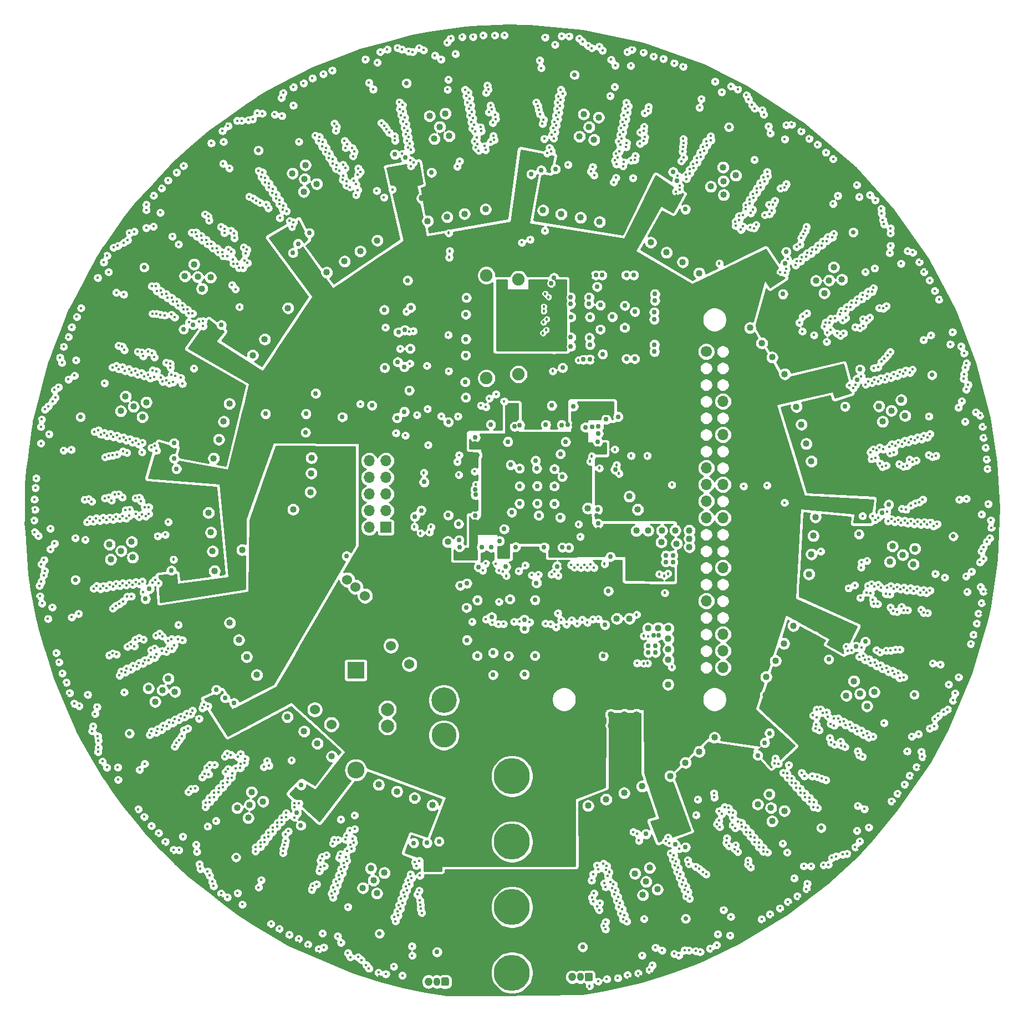
<source format=gbr>
G04 #@! TF.GenerationSoftware,KiCad,Pcbnew,(5.1.2)-1*
G04 #@! TF.CreationDate,2019-06-19T21:40:15-04:00*
G04 #@! TF.ProjectId,flicker,666c6963-6b65-4722-9e6b-696361645f70,rev?*
G04 #@! TF.SameCoordinates,Original*
G04 #@! TF.FileFunction,Copper,L3,Inr*
G04 #@! TF.FilePolarity,Positive*
%FSLAX46Y46*%
G04 Gerber Fmt 4.6, Leading zero omitted, Abs format (unit mm)*
G04 Created by KiCad (PCBNEW (5.1.2)-1) date 2019-06-19 21:40:15*
%MOMM*%
%LPD*%
G04 APERTURE LIST*
%ADD10O,1.041400X1.300000*%
%ADD11O,1.193800X1.300000*%
%ADD12C,0.100000*%
%ADD13C,1.193800*%
%ADD14O,1.700000X1.700000*%
%ADD15C,1.700000*%
%ADD16C,1.900000*%
%ADD17C,3.800000*%
%ADD18C,3.890000*%
%ADD19C,2.000000*%
%ADD20R,1.700000X1.700000*%
%ADD21O,2.600000X2.600000*%
%ADD22R,2.600000X2.600000*%
%ADD23C,5.500000*%
%ADD24C,1.016000*%
%ADD25C,0.762000*%
%ADD26C,0.457200*%
%ADD27C,0.700000*%
%ADD28C,1.524000*%
%ADD29C,0.450000*%
%ADD30C,0.254000*%
G04 APERTURE END LIST*
D10*
X118950740Y-170616880D03*
D11*
X117680740Y-170616880D03*
D12*
G36*
X120561365Y-169968248D02*
G01*
X120588946Y-169972339D01*
X120615993Y-169979114D01*
X120642246Y-169988508D01*
X120667451Y-170000429D01*
X120691367Y-170014764D01*
X120713762Y-170031373D01*
X120734422Y-170050098D01*
X120753147Y-170070758D01*
X120769756Y-170093153D01*
X120784091Y-170117069D01*
X120796012Y-170142274D01*
X120805406Y-170168527D01*
X120812181Y-170195574D01*
X120816272Y-170223155D01*
X120817640Y-170251004D01*
X120817640Y-170982756D01*
X120816272Y-171010605D01*
X120812181Y-171038186D01*
X120805406Y-171065233D01*
X120796012Y-171091486D01*
X120784091Y-171116691D01*
X120769756Y-171140607D01*
X120753147Y-171163002D01*
X120734422Y-171183662D01*
X120713762Y-171202387D01*
X120691367Y-171218996D01*
X120667451Y-171233331D01*
X120642246Y-171245252D01*
X120615993Y-171254646D01*
X120588946Y-171261421D01*
X120561365Y-171265512D01*
X120533516Y-171266880D01*
X119907964Y-171266880D01*
X119880115Y-171265512D01*
X119852534Y-171261421D01*
X119825487Y-171254646D01*
X119799234Y-171245252D01*
X119774029Y-171233331D01*
X119750113Y-171218996D01*
X119727718Y-171202387D01*
X119707058Y-171183662D01*
X119688333Y-171163002D01*
X119671724Y-171140607D01*
X119657389Y-171116691D01*
X119645468Y-171091486D01*
X119636074Y-171065233D01*
X119629299Y-171038186D01*
X119625208Y-171010605D01*
X119623840Y-170982756D01*
X119623840Y-170251004D01*
X119625208Y-170223155D01*
X119629299Y-170195574D01*
X119636074Y-170168527D01*
X119645468Y-170142274D01*
X119657389Y-170117069D01*
X119671724Y-170093153D01*
X119688333Y-170070758D01*
X119707058Y-170050098D01*
X119727718Y-170031373D01*
X119750113Y-170014764D01*
X119774029Y-170000429D01*
X119799234Y-169988508D01*
X119825487Y-169979114D01*
X119852534Y-169972339D01*
X119880115Y-169968248D01*
X119907964Y-169966880D01*
X120533516Y-169966880D01*
X120561365Y-169968248D01*
X120561365Y-169968248D01*
G37*
D13*
X120220740Y-170616880D03*
D10*
X97007680Y-171333160D03*
D11*
X95737680Y-171333160D03*
D12*
G36*
X98618305Y-170684528D02*
G01*
X98645886Y-170688619D01*
X98672933Y-170695394D01*
X98699186Y-170704788D01*
X98724391Y-170716709D01*
X98748307Y-170731044D01*
X98770702Y-170747653D01*
X98791362Y-170766378D01*
X98810087Y-170787038D01*
X98826696Y-170809433D01*
X98841031Y-170833349D01*
X98852952Y-170858554D01*
X98862346Y-170884807D01*
X98869121Y-170911854D01*
X98873212Y-170939435D01*
X98874580Y-170967284D01*
X98874580Y-171699036D01*
X98873212Y-171726885D01*
X98869121Y-171754466D01*
X98862346Y-171781513D01*
X98852952Y-171807766D01*
X98841031Y-171832971D01*
X98826696Y-171856887D01*
X98810087Y-171879282D01*
X98791362Y-171899942D01*
X98770702Y-171918667D01*
X98748307Y-171935276D01*
X98724391Y-171949611D01*
X98699186Y-171961532D01*
X98672933Y-171970926D01*
X98645886Y-171977701D01*
X98618305Y-171981792D01*
X98590456Y-171983160D01*
X97964904Y-171983160D01*
X97937055Y-171981792D01*
X97909474Y-171977701D01*
X97882427Y-171970926D01*
X97856174Y-171961532D01*
X97830969Y-171949611D01*
X97807053Y-171935276D01*
X97784658Y-171918667D01*
X97763998Y-171899942D01*
X97745273Y-171879282D01*
X97728664Y-171856887D01*
X97714329Y-171832971D01*
X97702408Y-171807766D01*
X97693014Y-171781513D01*
X97686239Y-171754466D01*
X97682148Y-171726885D01*
X97680780Y-171699036D01*
X97680780Y-170967284D01*
X97682148Y-170939435D01*
X97686239Y-170911854D01*
X97693014Y-170884807D01*
X97702408Y-170858554D01*
X97714329Y-170833349D01*
X97728664Y-170809433D01*
X97745273Y-170787038D01*
X97763998Y-170766378D01*
X97784658Y-170747653D01*
X97807053Y-170731044D01*
X97830969Y-170716709D01*
X97856174Y-170704788D01*
X97882427Y-170695394D01*
X97909474Y-170688619D01*
X97937055Y-170684528D01*
X97964904Y-170683160D01*
X98590456Y-170683160D01*
X98618305Y-170684528D01*
X98618305Y-170684528D01*
G37*
D13*
X98277680Y-171333160D03*
D14*
X140705840Y-123350020D03*
X140705840Y-100490020D03*
X138165840Y-100490020D03*
X140705840Y-82710020D03*
X138165840Y-113190020D03*
X140705840Y-95410020D03*
X138165840Y-95410020D03*
X140705840Y-118270020D03*
X140705840Y-120810020D03*
X138165840Y-97950020D03*
X140705840Y-108110020D03*
X140705840Y-87790020D03*
D15*
X138165840Y-75090020D03*
D14*
X138165840Y-92870020D03*
D16*
X109479840Y-78555420D03*
X104579840Y-79155420D03*
X104579840Y-63455420D03*
X109479840Y-64055420D03*
D17*
X98098800Y-133678120D03*
D18*
X98098800Y-128338120D03*
D19*
X89458800Y-132278120D03*
X89458800Y-129738120D03*
D20*
X89220040Y-101942900D03*
D14*
X86680040Y-101942900D03*
X89220040Y-99402900D03*
X86680040Y-99402900D03*
X89220040Y-96862900D03*
X86680040Y-96862900D03*
X89220040Y-94322900D03*
X86680040Y-94322900D03*
X89220040Y-91782900D03*
X86680040Y-91782900D03*
D21*
X84642960Y-138996420D03*
D22*
X84642960Y-123756420D03*
D23*
X108506260Y-169956763D03*
X108506260Y-159956763D03*
X108506260Y-149956763D03*
X108506260Y-139956763D03*
D24*
X132328920Y-125950980D03*
D25*
X130101340Y-118412260D03*
X133088380Y-106210100D03*
X131986020Y-107243880D03*
X131996180Y-106210100D03*
X133088380Y-107226100D03*
X130416300Y-121064020D03*
X129324100Y-120048020D03*
X130416300Y-120048020D03*
X112346740Y-95615760D03*
X112346740Y-98303080D03*
X109672120Y-95631000D03*
X112278160Y-92971620D03*
X114952780Y-95643700D03*
X114952780Y-98328480D03*
X109646720Y-98315780D03*
X114962940Y-93024960D03*
X109646720Y-92943680D03*
D24*
X67297300Y-105387140D03*
D25*
X123827540Y-69783960D03*
X125696980Y-71440040D03*
X121980960Y-71704200D03*
X125712220Y-68082160D03*
X121980960Y-68008500D03*
D26*
X114653060Y-70104000D03*
X112511840Y-70787260D03*
X112824260Y-66225420D03*
X114901980Y-66809620D03*
D24*
X127269240Y-154800300D03*
X128465580Y-158087060D03*
X130713480Y-157248860D03*
X129527300Y-153949400D03*
X128968500Y-156065220D03*
X150080980Y-145249900D03*
X148216620Y-146834860D03*
X146016980Y-144244060D03*
X147789900Y-142694660D03*
X148041360Y-144774920D03*
X160705800Y-125430280D03*
X159539940Y-127637540D03*
X162717480Y-129245360D03*
X163819840Y-127101600D03*
X161645600Y-127358140D03*
X166606220Y-104813100D03*
X166207440Y-107208320D03*
X169783760Y-107581700D03*
X170027600Y-105186480D03*
X168163240Y-106146600D03*
X164528500Y-83444080D03*
X165097460Y-85780880D03*
X168526460Y-84899500D03*
X167919400Y-82478880D03*
X166436040Y-84124800D03*
X154919680Y-64269620D03*
X156194760Y-66172080D03*
X158882080Y-64084200D03*
X157614620Y-62204600D03*
X156908500Y-64216280D03*
X138851640Y-49885600D03*
X140817600Y-51142900D03*
X142671800Y-48188880D03*
X140723620Y-46949360D03*
X140789660Y-49055020D03*
X121737120Y-39329360D03*
X121031000Y-42740580D03*
X118795800Y-42237660D03*
X119443500Y-38836600D03*
X120261380Y-40794940D03*
X98894900Y-42161460D03*
X96624140Y-42588180D03*
X95915480Y-39105840D03*
X98308160Y-38719760D03*
X97454720Y-40756840D03*
X74955400Y-47868840D03*
X76941680Y-46609000D03*
X78673960Y-49494440D03*
X76700380Y-50660300D03*
X76835000Y-48742600D03*
X58539380Y-63566040D03*
X61142880Y-65473580D03*
X62456060Y-63769240D03*
X60510420Y-63687960D03*
X59946540Y-61755020D03*
X49484280Y-81937860D03*
X48760380Y-84157820D03*
X52044600Y-85077300D03*
X52656740Y-82839560D03*
X50708560Y-83499960D03*
X47025560Y-104551480D03*
X47226220Y-106832400D03*
X50558700Y-106530140D03*
X50424080Y-104137460D03*
X48803560Y-105534460D03*
X53987700Y-128564640D03*
X52969160Y-126507240D03*
X55115460Y-126799340D03*
X57005220Y-127045720D03*
X56012080Y-125044200D03*
X68224400Y-146324320D03*
X66525140Y-144802860D03*
X68437760Y-144322800D03*
X70472300Y-143797020D03*
X68727320Y-142364460D03*
X87868760Y-157843220D03*
X85722460Y-157005020D03*
X87355680Y-155864560D03*
X88999060Y-154691080D03*
X86951820Y-154020520D03*
D27*
X160614707Y-56867705D03*
X172635370Y-78673700D03*
X175897750Y-103318756D03*
X169943972Y-127496216D03*
X155717818Y-147850022D03*
X135010046Y-161679638D03*
X141622052Y-40807757D03*
X118041505Y-32810561D03*
X92397580Y-34096960D03*
X69753398Y-44378721D03*
X42611178Y-85079728D03*
X50083750Y-133410403D03*
X41814677Y-109956269D03*
X88264294Y-163996676D03*
X66345347Y-152330439D03*
X52322640Y-62227425D03*
D24*
X127690880Y-99214940D03*
D25*
X102885240Y-88171020D03*
X102910640Y-100119180D03*
X100338180Y-101401320D03*
X107548680Y-107972860D03*
X113416080Y-104988360D03*
X117177820Y-105034080D03*
X115389660Y-107894120D03*
X121630440Y-101368860D03*
X121574560Y-99242880D03*
X121585940Y-88901320D03*
D26*
X124466420Y-92401320D03*
D25*
X116090700Y-86301580D03*
X113662460Y-86268560D03*
X109672120Y-86304120D03*
X108907580Y-86542880D03*
X105267760Y-86238080D03*
X103405940Y-107985560D03*
X106593640Y-104007920D03*
X122869960Y-85448140D03*
X107312460Y-102204520D03*
X112577880Y-100109020D03*
D26*
X95036640Y-93596460D03*
D25*
X102930960Y-96959420D03*
X102897940Y-96174560D03*
D24*
X120070880Y-99037140D03*
D25*
X116690140Y-88866980D03*
X121714260Y-86553040D03*
X117863620Y-83428840D03*
X119684800Y-86664800D03*
X112090200Y-91744800D03*
X107861100Y-88846660D03*
X108300520Y-92395040D03*
X108463080Y-99636580D03*
X115872260Y-100431600D03*
X116169440Y-94216220D03*
X115895120Y-90723720D03*
X116187220Y-104990900D03*
X109020540Y-104946380D03*
X105290620Y-104983280D03*
D24*
X135562340Y-102422960D03*
D26*
X130980180Y-109090460D03*
X132300980Y-108999020D03*
D24*
X133639560Y-104424480D03*
X127482600Y-102453440D03*
X129280920Y-102422960D03*
X131391660Y-102433120D03*
X133428740Y-102410260D03*
D25*
X93497400Y-150147020D03*
X95537020Y-150136860D03*
X97355660Y-149895560D03*
X75595480Y-145557240D03*
X76240640Y-147472400D03*
X76283820Y-141312900D03*
X64663320Y-127990600D03*
X66052700Y-128755140D03*
X63327280Y-126735840D03*
X56456580Y-108524040D03*
X53116480Y-111343440D03*
X52527200Y-112875060D03*
X56878220Y-89065100D03*
X57256680Y-92991940D03*
X56875680Y-91424760D03*
X64119760Y-71015860D03*
X58336180Y-71694040D03*
X59819540Y-70980300D03*
X75826620Y-58623200D03*
X75051920Y-60004960D03*
X77558900Y-56964580D03*
X96215200Y-47739300D03*
X90594180Y-44978320D03*
X92217240Y-45478700D03*
X115120420Y-47218600D03*
X111455200Y-47990760D03*
X112963960Y-47396400D03*
X134983220Y-53357780D03*
X133695440Y-49044860D03*
X133088380Y-47647860D03*
X149867620Y-66311780D03*
X150360380Y-59870340D03*
X150225760Y-61625480D03*
X161655760Y-77792580D03*
X161251900Y-79362300D03*
X161488120Y-102979220D03*
X166024560Y-98447860D03*
X165028880Y-99758500D03*
X156872940Y-122100340D03*
X161038540Y-120154700D03*
X162458400Y-119380000D03*
X146019520Y-136763760D03*
X147101560Y-134820660D03*
X147833080Y-133377940D03*
X128960880Y-148780500D03*
X133403340Y-150393400D03*
X134983220Y-150797260D03*
X97061020Y-166801800D03*
X119278400Y-166042340D03*
D24*
X120131840Y-144462500D03*
X122854720Y-143484600D03*
X125620780Y-142519400D03*
X128358900Y-141498320D03*
X132659120Y-139918440D03*
X134980680Y-137876280D03*
X137093960Y-136194800D03*
X139430760Y-134030720D03*
X147297140Y-124774960D03*
X148727160Y-122318780D03*
X150022560Y-119692420D03*
X151470360Y-116977160D03*
X153845260Y-109095540D03*
X154208480Y-106052620D03*
X154518360Y-103207820D03*
X154848560Y-100357940D03*
X154226260Y-91843860D03*
X153431240Y-89154000D03*
X151922480Y-83527900D03*
X152692100Y-86220300D03*
X150149560Y-78521560D03*
X148221700Y-75951080D03*
X144853660Y-71470520D03*
X146651980Y-73804780D03*
X132090160Y-59959240D03*
X129697480Y-58417460D03*
X134579360Y-61422280D03*
X137071100Y-63106300D03*
X121874280Y-55278020D03*
X118965980Y-54625240D03*
X116001800Y-54091840D03*
X113230660Y-53512720D03*
X104457500Y-53357780D03*
X101231700Y-54058820D03*
X98592640Y-54531260D03*
X95613220Y-55166260D03*
X87919560Y-58122820D03*
X85331300Y-59768740D03*
X82920840Y-61300360D03*
X80200500Y-63009780D03*
X68889880Y-75661520D03*
X74282300Y-68447920D03*
X70728840Y-73210420D03*
X65333880Y-83045300D03*
X64465200Y-85783420D03*
X63731140Y-88521540D03*
X62928500Y-91391740D03*
X62148720Y-99715320D03*
X62781180Y-105603040D03*
X63070740Y-108605320D03*
X62501780Y-102715060D03*
X65392300Y-116512340D03*
X66776600Y-119151400D03*
X67980560Y-121724420D03*
X69514720Y-124477780D03*
X74185780Y-130888740D03*
X76746100Y-133085840D03*
X78783180Y-134942580D03*
X80982820Y-136911080D03*
X90934540Y-142290800D03*
X88132920Y-141249400D03*
X93606620Y-143253460D03*
X96359980Y-144360900D03*
D26*
X128594801Y-122717241D03*
D24*
X124498100Y-115887500D03*
X126441200Y-115857020D03*
X129250440Y-117353080D03*
X132364480Y-117365780D03*
D25*
X101608020Y-110504840D03*
X103208020Y-113060280D03*
X105382060Y-115625880D03*
X108170980Y-112900460D03*
X110373160Y-116029740D03*
X112003840Y-113042700D03*
X123224440Y-111664600D03*
X101610160Y-119153940D03*
X103177340Y-121556780D03*
X107970320Y-121584720D03*
X105608020Y-124465180D03*
X110408020Y-124398340D03*
X111998760Y-121536460D03*
X122448320Y-121597420D03*
X101556820Y-114211100D03*
X105623360Y-121094500D03*
X110411260Y-117401340D03*
X122684540Y-116842540D03*
D26*
X111716320Y-67056500D03*
X111684440Y-68556500D03*
X111706660Y-70053200D03*
X111703740Y-71556500D03*
X114536220Y-71805800D03*
X112417860Y-72407780D03*
X114991760Y-65319520D03*
X115039780Y-67319520D03*
X115071780Y-69319520D03*
X115079400Y-70319520D03*
X115042700Y-71819520D03*
D25*
X120390920Y-69816980D03*
X120271540Y-66804540D03*
X120261380Y-67823080D03*
X114892340Y-63819520D03*
X121292620Y-63403480D03*
X130220720Y-69095620D03*
D26*
X114719100Y-78074520D03*
D25*
X114896900Y-74731880D03*
X116220240Y-77569060D03*
X119410480Y-76286360D03*
X122336560Y-75473560D03*
X127220980Y-76200000D03*
X130241040Y-75112880D03*
X130322200Y-66319520D03*
X125953520Y-63413640D03*
X120329960Y-72951340D03*
X120406160Y-74048620D03*
X121485660Y-65191640D03*
X127259080Y-69004180D03*
D26*
X111818300Y-74556500D03*
D25*
X106603800Y-65024000D03*
X106657140Y-69992240D03*
X106667300Y-74348340D03*
X112318800Y-64587120D03*
X113266220Y-74056240D03*
X108295440Y-72372220D03*
X108267500Y-67823080D03*
X92575380Y-64223900D03*
X93022420Y-68361560D03*
X92108020Y-71793100D03*
X101460300Y-69418200D03*
X91156940Y-72119640D03*
X91040100Y-76683720D03*
X101412040Y-75646280D03*
X101427280Y-82085180D03*
X92931100Y-74632940D03*
X92808940Y-81028660D03*
X92039440Y-77416660D03*
X92039440Y-84272120D03*
X90921840Y-85211920D03*
X89042240Y-77569060D03*
X88983820Y-68724780D03*
X77040840Y-84604960D03*
X70863560Y-84604960D03*
X82590640Y-85087460D03*
X78516480Y-81478120D03*
X87099140Y-83322160D03*
X101328820Y-79728660D03*
X101452680Y-73182480D03*
X101523800Y-66847720D03*
X94640400Y-99352100D03*
X93654880Y-100291900D03*
D26*
X93583760Y-101848920D03*
X94530060Y-102825400D03*
D25*
X98762820Y-100091240D03*
D24*
X77713840Y-96563242D03*
X75074780Y-99202302D03*
X77884020Y-91333320D03*
X77835760Y-93675200D03*
D25*
X83243420Y-106316780D03*
D28*
X80906620Y-132041900D03*
X83350100Y-109946440D03*
X86042500Y-112395000D03*
X92826840Y-122836184D03*
X78381860Y-129781300D03*
X90004900Y-120014244D03*
D25*
X124686060Y-85039200D03*
X100581460Y-110832900D03*
X123525280Y-106413300D03*
X76972160Y-87439500D03*
X98775520Y-85859620D03*
X114569240Y-83337400D03*
X95077280Y-95021400D03*
X112231140Y-110435420D03*
D28*
X84576920Y-111025940D03*
D24*
X126418340Y-97213420D03*
D25*
X159354520Y-83482180D03*
D26*
X112671860Y-67812920D03*
X114030760Y-69352160D03*
D25*
X100464620Y-104950260D03*
X124282200Y-93098620D03*
X129313940Y-121081800D03*
X130926840Y-118432580D03*
D29*
X127598320Y-122660560D03*
D24*
X132364480Y-122174000D03*
X132364480Y-118968520D03*
X132364480Y-120571260D03*
X130817620Y-117312440D03*
D26*
X132897880Y-123281440D03*
X127538480Y-115262660D03*
D24*
X135592820Y-104935020D03*
X135592820Y-103667560D03*
X131295140Y-104200960D03*
D26*
X96128840Y-101866700D03*
X95872300Y-102687120D03*
D29*
X102798440Y-93401320D03*
D25*
X103865680Y-105001060D03*
X120764300Y-86631780D03*
X102877620Y-89136220D03*
X102913180Y-101046280D03*
X107520540Y-105127860D03*
X115166140Y-105023920D03*
X121643140Y-102288340D03*
X121589800Y-89900760D03*
X108666280Y-83682840D03*
X100469700Y-106126280D03*
X122976640Y-84510880D03*
X112577880Y-103797100D03*
X117977920Y-86362540D03*
X112090200Y-87764620D03*
X103898700Y-88846660D03*
X104467660Y-92379800D03*
X104503220Y-99636580D03*
X119694960Y-100423980D03*
X120068340Y-94216220D03*
X119880380Y-90716100D03*
D24*
X126913640Y-107393740D03*
X128191260Y-107396280D03*
X129486660Y-107393740D03*
X126913640Y-108722160D03*
X128186180Y-108691680D03*
X129489200Y-108722160D03*
D26*
X132359400Y-104416860D03*
D24*
X98712020Y-104157780D03*
D26*
X121846340Y-92900500D03*
D25*
X121676160Y-87591900D03*
X100413820Y-103898700D03*
X117475000Y-72923400D03*
X117492780Y-69819520D03*
X117440460Y-67819520D03*
X117426480Y-66819520D03*
X117472460Y-74305160D03*
X125966220Y-76200000D03*
X130251200Y-74028300D03*
X127083820Y-63426340D03*
X114498120Y-64668400D03*
X130312160Y-67319520D03*
X122232420Y-63423800D03*
X130210560Y-70195440D03*
X120396000Y-76288900D03*
D24*
X123619260Y-130548380D03*
X123652280Y-132196840D03*
X125669040Y-130530600D03*
X125686820Y-132196840D03*
X127518160Y-130512820D03*
X127518160Y-132181600D03*
D29*
X160646962Y-47731103D03*
X175227639Y-68333332D03*
X161852396Y-48829831D03*
X169131285Y-58074279D03*
X167417462Y-55404471D03*
X174338481Y-66861666D03*
X166398905Y-54009469D03*
X165263206Y-52623096D03*
X171059522Y-60936691D03*
X164187940Y-51390934D03*
X168465176Y-56743061D03*
X170176532Y-59512812D03*
X172902189Y-63826351D03*
X163068721Y-50132037D03*
X173581426Y-65365642D03*
X171876871Y-62510766D03*
X182085197Y-94664280D03*
X179062699Y-78111813D03*
X181629463Y-91301320D03*
X180888655Y-86258832D03*
X180583194Y-84611472D03*
X176708285Y-71634468D03*
X179504953Y-79781522D03*
X181791367Y-92970172D03*
X181555771Y-89620442D03*
X178508184Y-76407604D03*
X181078377Y-88022282D03*
X175984297Y-70172925D03*
X177953968Y-74869014D03*
X180131900Y-82891499D03*
X177368479Y-73289565D03*
X179994857Y-81409260D03*
X182117529Y-96626005D03*
X178861489Y-121654901D03*
X182258315Y-98250951D03*
X181338468Y-109981073D03*
X181889510Y-106856746D03*
X179206054Y-119970354D03*
X182086983Y-105140790D03*
X182192529Y-103351748D03*
X180814380Y-113392363D03*
X182237909Y-101716996D03*
X181751712Y-108551012D03*
X181131073Y-111747116D03*
X180208939Y-116765623D03*
X182269107Y-100032819D03*
X179664233Y-118357495D03*
X180347588Y-115103453D03*
X166044621Y-145656415D03*
X175048559Y-131442024D03*
X167990327Y-142875872D03*
X170865507Y-138667696D03*
X171758183Y-137249857D03*
X177710927Y-125085078D03*
X174241246Y-132969049D03*
X166977560Y-144212132D03*
X169076057Y-141590597D03*
X175796759Y-129813535D03*
X169809023Y-140092342D03*
X178170039Y-123519981D03*
X176432882Y-128306952D03*
X172592937Y-135679780D03*
X177073722Y-126749129D03*
X173497420Y-134497532D03*
X164822455Y-147085858D03*
X145569434Y-163406655D03*
X163832984Y-148382482D03*
X155258119Y-156439365D03*
X157768392Y-154499380D03*
X146958004Y-162392609D03*
X159069305Y-153363112D03*
X160351435Y-152110906D03*
X152574645Y-158609741D03*
X161485193Y-150932331D03*
X156526210Y-155659771D03*
X153916153Y-157606011D03*
X149856591Y-160697249D03*
X162641753Y-149707664D03*
X148382359Y-161508051D03*
X151077794Y-159561155D03*
X119866295Y-172434384D03*
X136107803Y-168037402D03*
X123179328Y-171698853D03*
X128142130Y-170538715D03*
X129758158Y-170096450D03*
X142365390Y-165149254D03*
X134480938Y-168617832D03*
X121529868Y-171999840D03*
X124848134Y-171484755D03*
X137811801Y-167378424D03*
X126400738Y-170875310D03*
X143761250Y-164305506D03*
X139246456Y-166661226D03*
X131434342Y-169502820D03*
X140771378Y-165945619D03*
X132899908Y-169242228D03*
X159382817Y-46244046D03*
X145989472Y-36058867D03*
X156778620Y-44067956D03*
X141486707Y-33640266D03*
X139883136Y-32863228D03*
X148901296Y-37865331D03*
X138362989Y-32272124D03*
X158023481Y-45191149D03*
X150001978Y-38867494D03*
X155590780Y-42876399D03*
X154160608Y-42018130D03*
X152831393Y-40843834D03*
X144430832Y-35174294D03*
X147441940Y-36993657D03*
X151495013Y-39833304D03*
X136563790Y-31423884D03*
X120385540Y-26799592D03*
X133347007Y-30342427D03*
X115311798Y-26181842D03*
X113535504Y-26040383D03*
X123754661Y-27424936D03*
X116987169Y-26356778D03*
X111904481Y-26041842D03*
X134914839Y-30936690D03*
X125144198Y-27958825D03*
X131807477Y-29663743D03*
X130163232Y-29383609D03*
X128498246Y-28772370D03*
X118612058Y-26541632D03*
X122078354Y-27142919D03*
X126886079Y-28316306D03*
X54448052Y-49811184D03*
X55408761Y-48447725D03*
X53179572Y-51050833D03*
X52073878Y-52309611D03*
X51001333Y-53727908D03*
X59045092Y-44912487D03*
X52887053Y-148055080D03*
X55285970Y-150502658D03*
X54161579Y-149130969D03*
X56443592Y-151713870D03*
X57763010Y-152905941D03*
X49682194Y-144124476D03*
X35030420Y-99342373D03*
X34823379Y-97687364D03*
X34926525Y-101112987D03*
X34955905Y-102788165D03*
X35117115Y-104559024D03*
X74167725Y-164828268D03*
X80458235Y-167609568D03*
X75743187Y-165375943D03*
X77284459Y-166253593D03*
X78799252Y-166969511D03*
X69767136Y-162307258D03*
X35133667Y-92625291D03*
X39920388Y-125968179D03*
X41887673Y-130800416D03*
X39128843Y-124500039D03*
X41096954Y-129207712D03*
X40463810Y-127656527D03*
X37587553Y-119668354D03*
X40145845Y-72726497D03*
X40554131Y-71109304D03*
X39405866Y-74338391D03*
X38824718Y-75909809D03*
X38331682Y-77618274D03*
X42682022Y-66505735D03*
X76281496Y-33605404D03*
X77675064Y-32688918D03*
X74646938Y-34293898D03*
X73156839Y-35059844D03*
X71639119Y-35986355D03*
X82354035Y-30732389D03*
X97190560Y-26954480D03*
X98940620Y-26639520D03*
X100606860Y-26464260D03*
X102379780Y-26413460D03*
X104010460Y-26062940D03*
X109080300Y-25930860D03*
X90599260Y-28064460D03*
X92341700Y-27645360D03*
X107368340Y-26090880D03*
X105691940Y-26121360D03*
X84185760Y-30091380D03*
X95702120Y-26974800D03*
X94040960Y-27335480D03*
X89021920Y-28496260D03*
X87401400Y-28956000D03*
X85699600Y-29484320D03*
X65895286Y-39404788D03*
X80815792Y-31500661D03*
X79263877Y-32135310D03*
X67368244Y-38383953D03*
X60648804Y-43613817D03*
X68840438Y-37480543D03*
X70258757Y-36543551D03*
X61840673Y-42500398D03*
X64580842Y-40377772D03*
X63236245Y-41392416D03*
X36406338Y-84019060D03*
X42066938Y-68111380D03*
X41351502Y-69627757D03*
X36802647Y-82271311D03*
X35381811Y-90666753D03*
X37277730Y-80610648D03*
X37690403Y-78961621D03*
X35508338Y-89040631D03*
X36094567Y-85624447D03*
X35788708Y-87280922D03*
X38715824Y-122869030D03*
X38218847Y-121267675D03*
X44792489Y-136820334D03*
X43903915Y-135263998D03*
X47522931Y-141129305D03*
X43132265Y-133718656D03*
X46540792Y-139642473D03*
X48528235Y-142413679D03*
X42322435Y-132224077D03*
X45647217Y-138214569D03*
X35648399Y-111221981D03*
X35143859Y-94344709D03*
X35028117Y-96017378D03*
X35382752Y-109449646D03*
X37108634Y-117787728D03*
X71313066Y-163059937D03*
X72761325Y-163904810D03*
X86666862Y-170085434D03*
X84960314Y-169538318D03*
X93199963Y-171685446D03*
X81740588Y-168365483D03*
X88238952Y-170535930D03*
X89862475Y-170985007D03*
X91591044Y-171417682D03*
X83347374Y-168920294D03*
X35222166Y-107729840D03*
X35007647Y-106043555D03*
X36635829Y-116226735D03*
X35941082Y-112830959D03*
X36257850Y-114485372D03*
X68197763Y-161277345D03*
X50855710Y-145381167D03*
X62671999Y-157442358D03*
X51904988Y-146688928D03*
X61274869Y-156319983D03*
X59990531Y-155164989D03*
X65332964Y-159427378D03*
X58689297Y-154071202D03*
X66791710Y-160450770D03*
X63978233Y-158426319D03*
X46910027Y-59013587D03*
X57895454Y-46191064D03*
X56684125Y-47350336D03*
X47906359Y-57523944D03*
X43571229Y-64852584D03*
X48945010Y-56143836D03*
X49921232Y-54752226D03*
X44272103Y-63379817D03*
X46043643Y-60400615D03*
X45164475Y-61837450D03*
X142984090Y-34411836D03*
D24*
X147241260Y-128788160D03*
X147241260Y-127563880D03*
X148800820Y-127563880D03*
X148800820Y-128790700D03*
X150352760Y-128813560D03*
X150355300Y-127563880D03*
D26*
X131833620Y-111937800D03*
D24*
X121368820Y-147863560D03*
X124073920Y-146819620D03*
X126921260Y-145874740D03*
X129512060Y-144853660D03*
X135171180Y-142641320D03*
X137436860Y-140601700D03*
X139565380Y-138861800D03*
X141594840Y-136756140D03*
X150522940Y-126494540D03*
X151914860Y-123769120D03*
X154602180Y-118658640D03*
X153286460Y-121401840D03*
X157444440Y-109390180D03*
X157772100Y-106504740D03*
X158399480Y-100639880D03*
X158046420Y-103583740D03*
X157688280Y-90952320D03*
X156878020Y-88219280D03*
X155412440Y-82664300D03*
X156126180Y-85300820D03*
X153083260Y-76314300D03*
X151254460Y-74005440D03*
X147779740Y-69347080D03*
X149481540Y-71600060D03*
X138988800Y-60116720D03*
X136479280Y-58496200D03*
X131495800Y-55211980D03*
X134045960Y-56918860D03*
X122623580Y-51777900D03*
X119540020Y-51104800D03*
X116880640Y-50606960D03*
X113677700Y-49969420D03*
X103741220Y-49969420D03*
X100792280Y-50573940D03*
X98089720Y-50995580D03*
X94764860Y-51663600D03*
X86047580Y-55011320D03*
X83456780Y-56753760D03*
X81064100Y-58089800D03*
X78407260Y-59898280D03*
X71498460Y-66266060D03*
X66106040Y-73525380D03*
X67896740Y-70871080D03*
X69408040Y-68795900D03*
X61894720Y-81808320D03*
X61026040Y-84881720D03*
X60256420Y-87619840D03*
X59423300Y-90490040D03*
X58564780Y-100042980D03*
X59184540Y-105994200D03*
X59436000Y-108899960D03*
X58966100Y-103106220D03*
X62100460Y-118110000D03*
X63484760Y-120797320D03*
X64770000Y-123357640D03*
X66184780Y-126011940D03*
X71907400Y-133497320D03*
X74284840Y-135707120D03*
X76372720Y-137515600D03*
X78651100Y-139534900D03*
X86781640Y-144538700D03*
X89631520Y-145696940D03*
X92262960Y-146669760D03*
X95148400Y-147711160D03*
D28*
X82938620Y-101732080D03*
X82938620Y-99744276D03*
X82938620Y-97756472D03*
X82938620Y-95768668D03*
X82938620Y-93780864D03*
X82938620Y-91793060D03*
X80187800Y-104739440D03*
X77449680Y-102257860D03*
X78803500Y-103515160D03*
D26*
X126679960Y-90992960D03*
X129156460Y-90992960D03*
X102993380Y-95401320D03*
X100368160Y-93901320D03*
X118648480Y-76410820D03*
D29*
X100418900Y-90906600D03*
D26*
X131752340Y-109334300D03*
D29*
X65745360Y-64930020D03*
X92377380Y-68993900D03*
X93433900Y-71960740D03*
X84450700Y-145922220D03*
X92834460Y-72042020D03*
D26*
X56807100Y-106850180D03*
D29*
X113502440Y-56629300D03*
X156547820Y-73586340D03*
X152374600Y-70667880D03*
D26*
X140154660Y-61633100D03*
D29*
X98742500Y-72552560D03*
X136596120Y-145877280D03*
X136865360Y-143502380D03*
X127871220Y-149781260D03*
X159872680Y-111221520D03*
X161704020Y-112689640D03*
X107284520Y-82699860D03*
X162026600Y-100213160D03*
X124010420Y-49227740D03*
X126979680Y-48569880D03*
X117053328Y-46540452D03*
D26*
X98841560Y-56995060D03*
D29*
X57919620Y-79090520D03*
X66260980Y-65572640D03*
X91404440Y-74670920D03*
X83728560Y-148221700D03*
X70599300Y-138531600D03*
X95501460Y-77256640D03*
X57480200Y-118988840D03*
X54376320Y-103273860D03*
X92905580Y-76911200D03*
X109999780Y-58440320D03*
X153509980Y-69248020D03*
X98826320Y-78061820D03*
X127622300Y-148717000D03*
X106062780Y-81602580D03*
X147447000Y-95511620D03*
X150108920Y-98173540D03*
X162714940Y-107025440D03*
X120822720Y-46885860D03*
D26*
X98981260Y-59725560D03*
D29*
X84955380Y-50403760D03*
X100495100Y-46007020D03*
X90243486Y-50332466D03*
X58166000Y-80002380D03*
D26*
X66875660Y-68277740D03*
D29*
X84488020Y-148008340D03*
X71384160Y-138333480D03*
X95580200Y-83853020D03*
X55552340Y-103047800D03*
X58183780Y-119176800D03*
X93980000Y-84775040D03*
X111262160Y-57978040D03*
X152880060Y-69712840D03*
X127020320Y-148455380D03*
X97678240Y-84968080D03*
X105029000Y-82245200D03*
X143860520Y-95651320D03*
X161810700Y-108061760D03*
X155663900Y-105595420D03*
X120535700Y-47584360D03*
D26*
X98899980Y-60713620D03*
D29*
X84686140Y-51168300D03*
X100144580Y-46832520D03*
X88944620Y-51540580D03*
X56005430Y-101113890D03*
X92217240Y-87896700D03*
X71109840Y-137604500D03*
X95689420Y-89359740D03*
D26*
X74818240Y-137518140D03*
D29*
X103761540Y-83312000D03*
X121056400Y-48163480D03*
X104520540Y-83552840D03*
X152834340Y-72011540D03*
X90771980Y-87541100D03*
X85333840Y-83108800D03*
X100139500Y-91927680D03*
X139349480Y-142557500D03*
X102410260Y-116354860D03*
X104020540Y-108524040D03*
X104510840Y-115989100D03*
X104508300Y-107447080D03*
X105526840Y-116492020D03*
X106019600Y-107480100D03*
X106408020Y-116723360D03*
X107129580Y-108689140D03*
X106507280Y-113296700D03*
X106507280Y-108498640D03*
X107208320Y-116679980D03*
D26*
X107624880Y-109331760D03*
D29*
X108814000Y-116354460D03*
X109520540Y-108617200D03*
X110512860Y-107744260D03*
X109631480Y-116337080D03*
X111211360Y-116418360D03*
X111520540Y-109238480D03*
X112520540Y-109144880D03*
X113611660Y-116631720D03*
X114520540Y-109123040D03*
X114404140Y-116700300D03*
X114988340Y-108727240D03*
X115234720Y-117182900D03*
X118917720Y-103350060D03*
X115559840Y-109311440D03*
X118020540Y-108066280D03*
X115996720Y-116093240D03*
X118554500Y-107680760D03*
X116819680Y-116761260D03*
X119020540Y-108108700D03*
X117612160Y-116090700D03*
X119520540Y-107663820D03*
X118417340Y-116616480D03*
X120020540Y-108099400D03*
X119217440Y-116042440D03*
X120520540Y-107604480D03*
X119994680Y-116479320D03*
X117520540Y-107690740D03*
X115493800Y-115054380D03*
X121020540Y-108100160D03*
X120848120Y-115978940D03*
X121671080Y-115930680D03*
D26*
X122631200Y-107530900D03*
D29*
X89159080Y-71419720D03*
X100248720Y-84980780D03*
X98778060Y-33538160D03*
X87843360Y-50528220D03*
X56632780Y-57489775D03*
X59916060Y-77645260D03*
X41814096Y-103551380D03*
X57553860Y-116832380D03*
X62001381Y-147623791D03*
X82349340Y-146547840D03*
X124173214Y-34661235D03*
X124373640Y-48529240D03*
X163894796Y-62368971D03*
X154617420Y-72572880D03*
X174577596Y-109586125D03*
X160845500Y-110777020D03*
X161886900Y-107284520D03*
D26*
X120444260Y-91869260D03*
D29*
X150523375Y-151597098D03*
X139382500Y-143187420D03*
X103220520Y-43393360D03*
X107337860Y-26776680D03*
X105239820Y-43050460D03*
X105630980Y-42153840D03*
X103113840Y-42418000D03*
X102793800Y-42953940D03*
X105775760Y-42750740D03*
X102707440Y-40477440D03*
X105864660Y-26789380D03*
X105570020Y-40149780D03*
X105915460Y-38958520D03*
X102524560Y-39471600D03*
X102280720Y-40038020D03*
X106001820Y-39568120D03*
X102057200Y-39039800D03*
X104089200Y-26799540D03*
X104965500Y-38541960D03*
X101920040Y-38036500D03*
X105211880Y-37498020D03*
X102346760Y-38475920D03*
X105394760Y-38092380D03*
X101523800Y-36075620D03*
X102547420Y-27010360D03*
X104531160Y-35554920D03*
X101333300Y-35105340D03*
X104729280Y-34455100D03*
X101838760Y-35524440D03*
X104868980Y-35041840D03*
X100883720Y-27017980D03*
X102994460Y-43959780D03*
X104348280Y-43703240D03*
X103421180Y-44399200D03*
X104454960Y-44302680D03*
X99126040Y-27256740D03*
X102433120Y-41015920D03*
X103685340Y-40807640D03*
X102859840Y-41455340D03*
X103807260Y-41404540D03*
X102227380Y-37500560D03*
X99870260Y-29618940D03*
X102062280Y-36454080D03*
X98582480Y-27881580D03*
X101704140Y-37066220D03*
X98656140Y-35074860D03*
X96723200Y-29878020D03*
X97663000Y-30462220D03*
X93052900Y-46766480D03*
X92984320Y-45862240D03*
X94322900Y-28709620D03*
X93454220Y-46240700D03*
X94993460Y-29057600D03*
X92608400Y-43888660D03*
X92422980Y-42905680D03*
X92676980Y-29215080D03*
X92882720Y-43322240D03*
X93337380Y-29334460D03*
X92125800Y-39364920D03*
X91843860Y-38435280D03*
X91015820Y-28699460D03*
X91668600Y-28948380D03*
X91569540Y-38978840D03*
X89443560Y-28938220D03*
X88371680Y-29339540D03*
X93063060Y-44305220D03*
X91737180Y-44889420D03*
X92697300Y-42339260D03*
X87927180Y-30939740D03*
X90639900Y-42862500D03*
X92537280Y-41348660D03*
X89750900Y-41638220D03*
X92262960Y-41915080D03*
X90558620Y-42217340D03*
X92064840Y-40921940D03*
X86106000Y-30457140D03*
X89324180Y-41112440D03*
X91851480Y-39931340D03*
X88536780Y-40172640D03*
X92339160Y-40355520D03*
X88988900Y-40599360D03*
X91358720Y-38056820D03*
X91307920Y-36997640D03*
X86657180Y-34028380D03*
X91780360Y-37429440D03*
X87297260Y-35034220D03*
X83205696Y-49132129D03*
X81035385Y-32151076D03*
X84964328Y-48082202D03*
X85004774Y-47104814D03*
X82760820Y-48257460D03*
X82648944Y-48876760D03*
X85355617Y-47608968D03*
X81672867Y-46599086D03*
X84223228Y-45258421D03*
X79666485Y-32695657D03*
X84114500Y-44022869D03*
X81158080Y-45725080D03*
X81116124Y-46343721D03*
X84415465Y-44559991D03*
X78014853Y-33347179D03*
X80546744Y-45493895D03*
X83078195Y-43978025D03*
X80056054Y-44608086D03*
X82930378Y-42915633D03*
X80612793Y-44863461D03*
X83315823Y-43403647D03*
X76653646Y-34101279D03*
X78977519Y-42923204D03*
X81593058Y-41350203D03*
X78449042Y-42087475D03*
X81380050Y-40253178D03*
X79071850Y-42295424D03*
X81722475Y-40749690D03*
X75105300Y-34710021D03*
X83199759Y-49741976D03*
X84369196Y-49013206D03*
X83756503Y-49997337D03*
X84685428Y-49533513D03*
X73552907Y-35568242D03*
X82703987Y-46553316D03*
X81611839Y-47200334D03*
X83033515Y-47065726D03*
X82168590Y-47455692D03*
X80139540Y-43992800D03*
X75100993Y-37501451D03*
X79616424Y-43081318D03*
X79503889Y-43781542D03*
X73272093Y-36347358D03*
X75942032Y-43027184D03*
X72260603Y-38881051D03*
X73348071Y-39085850D03*
X74930000Y-56022240D03*
X74555038Y-55135586D03*
X69600217Y-38659732D03*
X75130009Y-55318509D03*
X70351241Y-38741667D03*
X73490869Y-53431513D03*
X72962535Y-52582112D03*
X68248483Y-39726186D03*
X73541795Y-52804222D03*
X68907362Y-39598670D03*
X71405044Y-49388445D03*
X70806001Y-48623671D03*
X66513282Y-39846183D03*
X70746803Y-49229648D03*
X67211900Y-39842194D03*
X65133776Y-40637351D03*
X64279553Y-41399127D03*
X74065405Y-53655469D03*
X73040509Y-54679599D03*
X73013451Y-51954827D03*
X64443816Y-43051766D03*
X71284515Y-53186649D03*
X72506034Y-51089135D03*
X70012933Y-52366712D03*
X72455114Y-51716424D03*
X70975423Y-52614560D03*
X71911255Y-50862135D03*
X62571368Y-43260418D03*
X69424967Y-52030846D03*
X71354105Y-50015736D03*
X68350995Y-51439371D03*
X71962188Y-50234843D03*
X68926840Y-51673718D03*
X70216826Y-48446267D03*
X69786441Y-47477138D03*
X64376683Y-46390652D03*
X70383063Y-47708866D03*
X65337189Y-47096950D03*
X66581018Y-61719797D03*
X58338154Y-46715744D03*
X67832481Y-60098379D03*
X67511903Y-59174181D03*
X65869820Y-61033660D03*
X65969413Y-61686245D03*
X68023107Y-59514673D03*
X64226499Y-59924800D03*
X66108033Y-57742703D03*
X57264088Y-47724136D03*
X65554035Y-56632968D03*
X63439040Y-59309000D03*
X63614888Y-59891247D03*
X66030915Y-57022416D03*
X55966168Y-48935647D03*
X62773668Y-59309220D03*
X64573395Y-56971055D03*
X61992469Y-58664897D03*
X64046496Y-56036760D03*
X62604066Y-58698441D03*
X64583992Y-56349556D03*
X54976053Y-50136164D03*
X60371472Y-57492526D03*
X62228511Y-55070380D03*
X59573474Y-56908641D03*
X61628265Y-54127766D03*
X60229155Y-56873855D03*
X62128825Y-54464226D03*
X53758556Y-51270014D03*
X66799004Y-62289377D03*
X67619968Y-61182724D03*
X67410597Y-62322927D03*
X68104889Y-61550921D03*
X52628710Y-52637456D03*
X65169084Y-59504292D03*
X64390062Y-60506570D03*
X65663480Y-59860270D03*
X65001663Y-60540106D03*
X61823600Y-58031380D03*
X54777605Y-53868784D03*
X61023869Y-57405484D03*
X61175801Y-58098229D03*
X52652979Y-53465297D03*
X57585301Y-58701789D03*
X52640487Y-56193392D03*
X53727334Y-55985387D03*
X61323220Y-71221600D03*
X60732569Y-70475996D03*
X50084090Y-56962505D03*
X61334575Y-70435459D03*
X50812884Y-56763496D03*
X59117903Y-69280512D03*
X58315027Y-68683849D03*
X49217276Y-58450171D03*
X58935384Y-68678209D03*
X49783578Y-58090049D03*
X55695426Y-66283233D03*
X54857772Y-65791220D03*
X47646790Y-59197776D03*
X55024791Y-66376725D03*
X48295335Y-58938028D03*
X46653243Y-60439477D03*
X46137652Y-61461329D03*
X59734538Y-69278312D03*
X59156304Y-70606813D03*
X58132497Y-68081547D03*
X46896181Y-62938767D03*
X56975329Y-69861313D03*
X57343104Y-67462068D03*
X55491716Y-69564463D03*
X57525637Y-68064363D03*
X56478074Y-69442314D03*
X56706522Y-67468847D03*
X45230481Y-63819155D03*
X54821570Y-69467460D03*
X55877936Y-66885542D03*
X53605547Y-69310759D03*
X56524012Y-66866531D03*
X54227213Y-69317748D03*
X54244581Y-65842081D03*
X53488952Y-65098133D03*
X48057423Y-66069931D03*
X54128988Y-65095075D03*
X49209947Y-66375056D03*
X55740611Y-79496065D03*
X42668260Y-68442571D03*
X56327887Y-77533870D03*
X55697402Y-76785944D03*
X54843680Y-79103220D03*
X55157598Y-79683935D03*
X56296672Y-76920619D03*
X52899209Y-78664090D03*
X53873775Y-75952638D03*
X42026910Y-69768885D03*
X52958877Y-75115154D03*
X51909980Y-78359000D03*
X52316188Y-78851938D03*
X53543651Y-75307834D03*
X41249361Y-71365067D03*
X51322265Y-78610038D03*
X52164533Y-75782212D03*
X50362045Y-78288469D03*
X51337805Y-75098792D03*
X51951708Y-75198194D03*
X50977800Y-78082140D03*
X40755236Y-72840662D03*
X48428583Y-77774881D03*
X49294256Y-74848111D03*
X47474338Y-77515746D03*
X48396076Y-74183212D03*
X48074003Y-77248305D03*
X48983967Y-74317944D03*
X40024950Y-74335518D03*
X56148238Y-79949705D03*
X56518078Y-78622349D03*
X56731227Y-79761846D03*
X57102748Y-78792311D03*
X39460183Y-76017039D03*
X53628492Y-77933722D03*
X53260388Y-79148601D03*
X54217620Y-78088873D03*
X53843393Y-78960728D03*
X50002440Y-77772260D03*
X41907618Y-76396494D03*
X49006441Y-77459822D03*
X49396558Y-78052107D03*
X39779517Y-76781198D03*
X46260823Y-79902308D03*
X40745518Y-79332577D03*
X41685626Y-78748888D03*
X54218840Y-90220800D03*
X53418547Y-89766591D03*
X38634537Y-80966725D03*
X53966051Y-89513008D03*
X39243609Y-80519767D03*
X51482709Y-89229154D03*
X50519337Y-88959853D03*
X38358439Y-82666231D03*
X51096464Y-88732267D03*
X38758064Y-82127072D03*
X47213416Y-87657453D03*
X46255082Y-87498321D03*
X37160174Y-83926982D03*
X46620829Y-87985079D03*
X37672545Y-83452075D03*
X36677597Y-85442268D03*
X36562446Y-86581027D03*
X52057598Y-89006119D03*
X51993862Y-90453604D03*
X50133082Y-88462958D03*
X37800067Y-87688496D03*
X49690581Y-90539205D03*
X49174110Y-88167521D03*
X48199128Y-90793748D03*
X49560367Y-88664399D03*
X49076197Y-90326246D03*
X48582245Y-88401980D03*
X36560508Y-89107341D03*
X47538731Y-90943349D03*
X47599656Y-88154345D03*
X46347320Y-91232835D03*
X48196018Y-87905076D03*
X46930207Y-91016575D03*
X45700844Y-87765539D03*
X44728797Y-87341806D03*
X40006297Y-90195540D03*
X45325229Y-87109582D03*
X41191615Y-90067375D03*
X52018999Y-99984751D03*
X35824398Y-94434837D03*
X51853389Y-97943237D03*
X50994279Y-97475433D03*
X51051460Y-99921060D03*
X51544065Y-100371535D03*
X51601515Y-97383231D03*
X49069473Y-100241737D03*
X48992527Y-97361480D03*
X35708649Y-95903522D03*
X47835908Y-96913526D03*
X48051720Y-100319840D03*
X48594528Y-100628550D03*
X48450707Y-96880642D03*
X35564031Y-97673126D03*
X47580608Y-100764209D03*
X47338150Y-97823573D03*
X46569180Y-100813390D03*
X46319654Y-97487143D03*
X47044106Y-100426592D03*
X46927684Y-97356765D03*
X35639674Y-99227427D03*
X44581216Y-101037227D03*
X44324602Y-97995916D03*
X43598012Y-101142421D03*
X43246223Y-97702707D03*
X44059585Y-100675437D03*
X43842919Y-97614681D03*
X35502270Y-100885447D03*
X52563539Y-100259297D03*
X52425973Y-98888289D03*
X53038504Y-99872518D03*
X53032442Y-98834265D03*
X35586929Y-102657246D03*
X49483633Y-99296344D03*
X49581976Y-100561937D03*
X50088882Y-99226911D03*
X50056911Y-100175142D03*
X46042580Y-100459540D03*
X38004989Y-102121726D03*
X45005158Y-100533775D03*
X45583763Y-100943907D03*
X36161994Y-103253197D03*
X43334344Y-103806760D03*
X37988796Y-105279407D03*
X38652693Y-104394103D03*
X54498240Y-110462060D03*
X53586336Y-110397174D03*
X36615649Y-107568730D03*
X54004298Y-109962043D03*
X37020751Y-106931071D03*
X51587495Y-110599656D03*
X50592101Y-110698699D03*
X36975747Y-109252442D03*
X51047155Y-110277000D03*
X37152218Y-108604969D03*
X47038902Y-110686158D03*
X46088251Y-110885997D03*
X36317295Y-110862353D03*
X46605805Y-111206638D03*
X36622170Y-110233748D03*
X36418123Y-112449439D03*
X36724502Y-113552212D03*
X52042100Y-110183038D03*
X52176680Y-111859060D03*
X50051735Y-110376049D03*
X38279865Y-114134475D03*
X50393676Y-112471222D03*
X49050958Y-110449113D03*
X49096574Y-113250132D03*
X49591315Y-110771776D03*
X49743885Y-112495964D03*
X48584691Y-110882587D03*
X37640370Y-115906683D03*
X48535603Y-113629415D03*
X47579278Y-111008776D03*
X47530763Y-114331891D03*
X48044345Y-110559924D03*
X47995243Y-113918701D03*
X45668941Y-111336295D03*
X44609349Y-111294591D03*
X41246062Y-115668850D03*
X45080677Y-110861569D03*
X42303848Y-115118871D03*
X55991513Y-120423573D03*
X55098862Y-118580116D03*
X38885919Y-121105636D03*
X54128708Y-118454649D03*
X55049420Y-120799860D03*
X55688577Y-120955945D03*
X54661535Y-118149082D03*
X53334518Y-121729804D03*
X52221226Y-119072302D03*
X39309135Y-122516781D03*
X50980903Y-119072940D03*
X52412900Y-122207020D03*
X53031605Y-122262173D03*
X51542213Y-118819906D03*
X39814219Y-124218917D03*
X52135396Y-122755330D03*
X50845920Y-120101389D03*
X51210173Y-123166948D03*
X49774672Y-120156047D03*
X51513112Y-122634568D03*
X50294430Y-119814585D03*
X40446818Y-125640670D03*
X48098656Y-121351853D03*
X49437703Y-124094526D03*
X48559076Y-124548152D03*
X46987241Y-121468427D03*
X48820542Y-123945832D03*
X47511710Y-121170568D03*
X40918300Y-127236178D03*
X56598533Y-120482639D03*
X55974465Y-119254147D03*
X56901440Y-119950273D03*
X56520341Y-118984448D03*
X41637958Y-128857438D03*
X53378791Y-120698617D03*
X53928151Y-121843003D03*
X53917958Y-120415002D03*
X54231072Y-121310633D03*
X50596800Y-123070620D03*
X49650900Y-123471831D03*
X43698722Y-127483765D03*
X42389621Y-129205117D03*
X50338651Y-123644967D03*
X49276729Y-127127502D03*
X44825518Y-130433590D03*
X45124323Y-129368096D03*
X62080140Y-129255520D03*
X61218165Y-129564543D03*
X44373177Y-133064543D03*
X61450515Y-129007698D03*
X44520245Y-132323510D03*
X59427833Y-130476140D03*
X58535638Y-130928440D03*
X45317755Y-134504088D03*
X58807361Y-130370751D03*
X45248151Y-133836608D03*
X55218357Y-132201652D03*
X45286070Y-136243143D03*
X54404297Y-132731765D03*
X45342983Y-135546859D03*
X55002801Y-132843558D03*
X45953993Y-137686356D03*
X46638415Y-138603704D03*
X59701011Y-129923314D03*
X60708540Y-131150360D03*
X57915161Y-130823062D03*
X48299094Y-138584120D03*
X58991609Y-132652768D03*
X57008535Y-131253092D03*
X58063971Y-133848036D03*
X57628998Y-131358493D03*
X58394749Y-132910830D03*
X56730571Y-131825820D03*
X57678128Y-134404502D03*
X48343744Y-140467642D03*
X55838835Y-132307080D03*
X56995317Y-135422830D03*
X56110089Y-131720404D03*
X57278951Y-134869605D03*
X54176196Y-133303237D03*
X53173247Y-133647518D03*
X51619425Y-138941995D03*
X52406742Y-138046703D03*
X53456103Y-133073377D03*
X51416980Y-144985891D03*
X67082348Y-138082085D03*
X65576167Y-136694061D03*
X64627561Y-136932869D03*
X66291460Y-138711940D03*
X66995620Y-138688423D03*
X65011307Y-136453293D03*
X65088968Y-140271201D03*
X63079154Y-138206624D03*
X52327919Y-146143732D03*
X61925366Y-138661798D03*
X64368680Y-141036040D03*
X65002244Y-140877535D03*
X62354896Y-138220679D03*
X64349116Y-141664844D03*
X53421685Y-147542316D03*
X62176705Y-139668176D03*
X63639153Y-142386912D03*
X61200045Y-140111642D03*
X63725875Y-141780575D03*
X61558485Y-139603443D03*
X54531364Y-148633302D03*
X62329954Y-143899566D03*
X60078911Y-141838475D03*
X59087543Y-142354290D03*
X61678738Y-144643637D03*
X61701247Y-143987417D03*
X59466351Y-141884960D03*
X55554768Y-149944999D03*
X67668755Y-137914565D03*
X66637870Y-137000277D03*
X67755495Y-137308226D03*
X67046922Y-136549292D03*
X56818557Y-151189724D03*
X64752206Y-139295555D03*
X65682786Y-140158951D03*
X65149913Y-138834058D03*
X65769502Y-139552616D03*
X62999620Y-142496540D03*
X62300120Y-143242055D03*
X58232459Y-149156301D03*
X63003465Y-143151091D03*
X57645354Y-151237694D03*
X63291802Y-146780518D03*
X60249501Y-150387069D03*
X60361986Y-151487899D03*
X75971400Y-144089120D03*
X60905360Y-154101604D03*
X75295501Y-144671423D03*
X75307584Y-144068193D03*
X60770632Y-153358238D03*
X73963836Y-146175750D03*
X73299476Y-146923571D03*
X62311822Y-155094787D03*
X62002405Y-154499239D03*
X73347910Y-146305082D03*
X70679665Y-149323981D03*
X70116535Y-150115567D03*
X62919704Y-156724461D03*
X62717465Y-156055729D03*
X70714366Y-150000205D03*
X64070076Y-157822434D03*
X65043114Y-158425125D03*
X75288438Y-146253086D03*
X74015394Y-145561268D03*
X72683552Y-147052919D03*
X66581036Y-157798258D03*
X74355691Y-148360803D03*
X71997641Y-147785305D03*
X73930658Y-149812901D03*
X72613543Y-147655962D03*
X73894951Y-148819643D03*
X67312896Y-159534328D03*
X73775620Y-150472025D03*
X71948899Y-148420066D03*
X71295607Y-149194654D03*
X73513552Y-151669773D03*
X71332978Y-148549390D03*
X73574679Y-151051072D03*
X70113759Y-150730848D03*
X69306791Y-151418762D03*
X69801481Y-156914325D03*
X69359515Y-150780889D03*
X70205922Y-155792765D03*
X83846168Y-150430544D03*
X71695411Y-162489755D03*
X81942631Y-149674483D03*
X81142594Y-150237373D03*
X83324700Y-151335740D03*
X83982502Y-151027716D03*
X81328994Y-149652121D03*
X82769718Y-153188608D03*
X72960769Y-163244269D03*
X80153525Y-151981430D03*
X79239490Y-152819865D03*
X82379820Y-154144980D03*
X82906033Y-153785776D03*
X79482402Y-152254100D03*
X82578424Y-154754864D03*
X74483101Y-164157979D03*
X79834780Y-153669315D03*
X82174381Y-155683379D03*
X79081893Y-154433338D03*
X82038069Y-155086240D03*
X79234428Y-153830426D03*
X75910028Y-164778811D03*
X81494243Y-157564742D03*
X78654059Y-156447270D03*
X81152932Y-158492749D03*
X77913439Y-157284082D03*
X80938767Y-157872065D03*
X78098865Y-156710172D03*
X77335547Y-165636625D03*
X84333601Y-150063979D03*
X83043517Y-149579888D03*
X84197286Y-149466841D03*
X83263805Y-149012249D03*
X78961448Y-166345813D03*
X82105688Y-152398466D03*
X83283853Y-152871041D03*
X83147520Y-152273867D03*
X82311586Y-151825085D03*
X81630520Y-156001720D03*
X81230758Y-156961622D03*
X79552766Y-163940744D03*
X79750526Y-166094274D03*
X81854791Y-156624591D03*
X83424639Y-159909650D03*
X81876846Y-164366931D03*
X82376393Y-165354324D03*
X94338140Y-152857200D03*
X83820336Y-167599716D03*
X93875237Y-153638910D03*
X93670340Y-153071369D03*
X83428161Y-166953977D03*
X93171127Y-155520540D03*
X92818881Y-156456768D03*
X85489323Y-168022872D03*
X84987038Y-167577771D03*
X92642459Y-155861995D03*
X91233302Y-159636600D03*
X90991264Y-160577407D03*
X86640837Y-169326454D03*
X86212398Y-168774640D03*
X91473020Y-160210500D03*
X88108295Y-169939233D03*
X89232686Y-170153228D03*
X94435465Y-155118059D03*
X92999043Y-154928387D03*
X90443805Y-169016817D03*
X94319989Y-157420020D03*
X92290214Y-156798248D03*
X91912328Y-157727814D03*
X94443581Y-158927979D03*
X94054303Y-158013506D03*
X92440975Y-157386340D03*
X91749218Y-170375347D03*
X94535056Y-159598897D03*
X92094304Y-158337859D03*
X94719590Y-160811022D03*
X91761977Y-159295148D03*
X94554966Y-160211498D03*
X91565619Y-158679314D03*
X91117420Y-161218880D03*
X90702315Y-162084260D03*
X93243400Y-167337740D03*
X90522954Y-161469839D03*
X93225620Y-165915340D03*
X134631863Y-31562128D03*
X124638061Y-45461429D03*
X126640295Y-45892948D03*
X127336459Y-45205720D03*
X124889260Y-44516040D03*
X127249217Y-45813699D03*
X124405050Y-44894967D03*
X133259291Y-31026822D03*
X128024101Y-43322345D03*
X125239780Y-42557700D03*
X128787232Y-42344565D03*
X125450600Y-41569640D03*
X125011533Y-41997037D03*
X128641027Y-42942631D03*
X125174714Y-40987192D03*
X128059905Y-41605000D03*
X131607036Y-30376909D03*
X128676351Y-40727222D03*
X125419946Y-40004710D03*
X128625431Y-41346993D03*
X125652978Y-40571173D03*
X130097216Y-30000083D03*
X128765921Y-38670272D03*
X125780257Y-38036899D03*
X125963710Y-37065271D03*
X129358311Y-37722689D03*
X129270121Y-38319350D03*
X126277386Y-37642111D03*
X128549680Y-29389313D03*
X124217817Y-45903388D03*
X125570093Y-46167966D03*
X125446540Y-46764161D03*
X124450837Y-46469858D03*
X126829017Y-28958249D03*
X124789874Y-42961585D03*
X126029905Y-43233245D03*
X125022898Y-43528066D03*
X125921428Y-43832737D03*
X125902720Y-39606220D03*
X126642772Y-31427897D03*
X126139679Y-38588265D03*
X126092289Y-29336549D03*
X125579823Y-39023644D03*
X123489329Y-36042761D03*
X123624557Y-30499735D03*
X124280193Y-31391169D03*
X113878360Y-44800520D03*
X114217028Y-43952360D03*
X121829816Y-28523501D03*
X122323192Y-29095613D03*
X114512779Y-44478256D03*
X114600916Y-41980305D03*
X114793811Y-40998768D03*
X120113897Y-28381564D03*
X120682732Y-28737655D03*
X115065970Y-41556266D03*
X115832811Y-37600869D03*
X115916261Y-36632999D03*
X118763014Y-27285923D03*
X115459706Y-37035813D03*
X119276667Y-27759463D03*
X117214521Y-26923724D03*
X116070266Y-26898273D03*
X113420361Y-42585958D03*
X114868369Y-42535930D03*
X115063293Y-28218969D03*
X115258857Y-40574730D03*
X113154277Y-40296504D03*
X112783523Y-38829629D03*
X115478167Y-39595544D03*
X115013113Y-40019587D03*
X113318403Y-39667286D03*
X115197979Y-39023890D03*
X113551564Y-27094550D03*
X112582575Y-38182975D03*
X112200497Y-37017967D03*
X115367753Y-38024903D03*
X115663027Y-38599855D03*
X112461800Y-37582079D03*
X115606372Y-36101445D03*
X115952549Y-35099140D03*
X112737096Y-30615084D03*
X112957859Y-31786695D03*
X116230849Y-35675496D03*
X157532647Y-45671070D03*
X143172567Y-54990653D03*
X144881281Y-56120027D03*
X145779533Y-55732614D03*
X143774160Y-54231540D03*
X145477403Y-56267387D03*
X143161243Y-54378258D03*
X156448281Y-44673736D03*
X147104334Y-54227686D03*
X144790308Y-52510997D03*
X148170520Y-53593903D03*
X145343880Y-51653440D03*
X144778975Y-51898591D03*
X147817053Y-54098005D03*
X145297838Y-51016999D03*
X147761525Y-52640652D03*
X155144979Y-43468037D03*
X148654712Y-52046763D03*
X145883204Y-50190707D03*
X148382138Y-52605696D03*
X145894553Y-50803127D03*
X153875167Y-42568508D03*
X149485353Y-50162860D03*
X146933709Y-48488200D03*
X147457576Y-47649579D03*
X150381493Y-49495185D03*
X150082590Y-50019054D03*
X147540297Y-48300963D03*
X152655206Y-41437316D03*
X142620487Y-55249784D03*
X143784287Y-55987493D03*
X143452605Y-56498097D03*
X142631816Y-55862198D03*
X151208659Y-40410668D03*
X144222087Y-52716733D03*
X145278731Y-53420277D03*
X144233414Y-53329160D03*
X144959902Y-53939409D03*
X146486880Y-49982120D03*
X150138033Y-42643956D03*
X147068299Y-49132460D03*
X150384846Y-40495510D03*
X146388534Y-49334736D03*
X145523646Y-45798097D03*
X147663149Y-40682830D03*
X147950186Y-41751534D03*
X133522720Y-50657760D03*
X146708879Y-38189654D03*
X134122160Y-49786540D03*
X146960733Y-38901901D03*
X134096078Y-50396632D03*
X135085575Y-48101318D03*
X135621837Y-47256913D03*
X145161730Y-37434092D03*
X145562357Y-37972497D03*
X135672887Y-47875188D03*
X137824149Y-44468530D03*
X138253481Y-43597097D03*
X144301115Y-35922589D03*
X137681798Y-43806545D03*
X144607667Y-36550373D03*
X142989975Y-35022639D03*
X141933120Y-34583273D03*
X133765650Y-48236770D03*
X135132923Y-48716152D03*
X140515189Y-35447964D03*
X136209150Y-47030762D03*
X134349389Y-46007055D03*
X134536807Y-44505708D03*
X136769169Y-46198126D03*
X136181846Y-46424276D03*
X134730868Y-45480436D03*
X136715777Y-45563749D03*
X139515170Y-33851224D03*
X134584488Y-43830219D03*
X134651704Y-42606004D03*
X137236831Y-44694669D03*
X137303082Y-45337606D03*
X134690241Y-43226504D03*
X138157853Y-42989271D03*
X138844469Y-42181188D03*
X137406380Y-36502340D03*
X138894396Y-42819275D03*
X137142220Y-37823140D03*
X173707786Y-67132717D03*
X158143059Y-72326651D03*
X156982160Y-70647560D03*
X159120559Y-72288577D03*
X157797500Y-70022720D03*
X158646165Y-72678731D03*
X157182820Y-70053200D03*
X173055157Y-65811882D03*
X160898302Y-71361473D03*
X159425640Y-68864480D03*
X162121156Y-71154006D03*
X160235900Y-68270120D03*
X161609918Y-71497071D03*
X159611060Y-68277740D03*
X172273281Y-64217835D03*
X162082754Y-70117446D03*
X160390840Y-67663060D03*
X163129860Y-69884907D03*
X161226500Y-67066160D03*
X162674341Y-70308249D03*
X161008060Y-67635120D03*
X171412439Y-62921475D03*
X164583006Y-68426347D03*
X162880040Y-65920620D03*
X165659428Y-68126047D03*
X163692840Y-65371980D03*
X165191969Y-68507182D03*
X163504880Y-65951100D03*
X170681499Y-61426954D03*
X157167316Y-71808084D03*
X156375100Y-70647560D03*
X156674072Y-72165060D03*
X156222700Y-71252080D03*
X169701527Y-59948382D03*
X159485761Y-69950995D03*
X158798260Y-68869560D03*
X159001416Y-70320547D03*
X158600140Y-69441060D03*
X161894520Y-67106800D03*
X167898707Y-61646520D03*
X162698945Y-66594904D03*
X168902408Y-59730974D03*
X162018980Y-66461640D03*
X162458217Y-62928026D03*
X166295756Y-58925931D03*
X166178815Y-60026314D03*
X149471380Y-62943740D03*
X166302990Y-56256372D03*
X150378160Y-62466220D03*
X166281552Y-57011536D03*
X150195280Y-63063120D03*
X151980900Y-61300360D03*
X165131583Y-54994502D03*
X152781000Y-60690760D03*
X165311522Y-55641034D03*
X152585420Y-61277500D03*
X155816300Y-58872120D03*
X164872806Y-53274517D03*
X156596080Y-58193940D03*
X164932803Y-53970573D03*
X155971240Y-58226960D03*
X163973550Y-51962908D03*
X163145722Y-51172534D03*
X150610636Y-60970350D03*
X151808180Y-61892180D03*
X151957924Y-59100273D03*
X161511573Y-51468797D03*
X153403300Y-60645040D03*
X152673261Y-57767062D03*
X154195780Y-60134500D03*
X152503415Y-58746291D03*
X153555700Y-60048140D03*
X154325251Y-59538588D03*
X152960926Y-57154026D03*
X161153424Y-49619114D03*
X153464348Y-56036086D03*
X155196540Y-58877200D03*
X154954582Y-59539023D03*
X153276921Y-56628864D03*
X156733240Y-57564020D03*
X158249620Y-51280060D03*
X157629860Y-57078880D03*
X157523180Y-52517040D03*
X157416500Y-57652920D03*
X164216807Y-90192652D03*
X181105294Y-92993586D03*
X164717066Y-92178807D03*
X165641619Y-92498443D03*
X165181280Y-89999820D03*
X165057910Y-92689618D03*
X164621385Y-89732797D03*
X180977050Y-91525919D03*
X167634717Y-92280435D03*
X167083463Y-89452380D03*
X168849391Y-92531343D03*
X168066720Y-89194640D03*
X167488048Y-88992498D03*
X168248460Y-92665254D03*
X168465664Y-88691371D03*
X180827623Y-89756733D03*
X169190162Y-91551619D03*
X170250193Y-91715342D03*
X169430700Y-88440260D03*
X169050528Y-88935792D03*
X169672007Y-91944290D03*
X172133905Y-90884262D03*
X180496472Y-88236241D03*
X171378866Y-87927025D03*
X172331195Y-87660985D03*
X173245874Y-90995496D03*
X172671907Y-91180791D03*
X171953057Y-88197791D03*
X180358359Y-86578281D03*
X163634397Y-90011733D03*
X163996360Y-91341253D03*
X163407132Y-91494672D03*
X163229801Y-90471628D03*
X179982413Y-84844739D03*
X166831019Y-90453186D03*
X166525129Y-89221154D03*
X166120542Y-89681050D03*
X166245528Y-90621563D03*
X170000877Y-88644425D03*
X177685887Y-85771998D03*
X171043825Y-88493529D03*
X179316852Y-84351894D03*
X170405460Y-88184530D03*
X172151534Y-84989687D03*
X177180686Y-82654974D03*
X176672027Y-83637705D03*
X160035240Y-80258920D03*
X160952392Y-80181727D03*
X178157164Y-80170400D03*
X160611977Y-80679872D03*
X177862887Y-80866201D03*
X162890407Y-79652109D03*
X163855810Y-79390166D03*
X177524141Y-78569206D03*
X177456930Y-79236939D03*
X163476598Y-79881147D03*
X167362332Y-78816079D03*
X168266997Y-78462066D03*
X177907829Y-76872711D03*
X167703593Y-78231252D03*
X177710894Y-77543013D03*
X177546449Y-75324039D03*
X177062276Y-74286958D03*
X161824375Y-78862110D03*
X162510797Y-80138053D03*
X175432136Y-73969368D03*
X164441996Y-79619177D03*
X163758942Y-77609172D03*
X164909701Y-76626870D03*
X165416996Y-79381931D03*
X164830799Y-79152915D03*
X164395740Y-77477513D03*
X165400405Y-76160204D03*
X165805339Y-78877483D03*
X175770336Y-72115930D03*
X166776130Y-78587036D03*
X166268400Y-75138280D03*
X166391522Y-79106492D03*
X165862000Y-75656440D03*
X168606231Y-77948736D03*
X169658153Y-77814985D03*
X172466000Y-72585580D03*
X169264759Y-78319847D03*
X171356020Y-73306940D03*
X178558732Y-119741845D03*
X163597671Y-113003584D03*
X163856611Y-110971811D03*
X164341874Y-113638501D03*
X164825680Y-111145320D03*
X164401072Y-110691269D03*
X163728643Y-113603509D03*
X178974844Y-118328557D03*
X166277087Y-114162739D03*
X166804340Y-111325660D03*
X167316472Y-114839576D03*
X167820340Y-111414560D03*
X167340220Y-111047997D03*
X166708113Y-114744996D03*
X179481245Y-116626834D03*
X168360317Y-111124320D03*
X167991217Y-114051746D03*
X168918427Y-114590942D03*
X169364660Y-111208820D03*
X168296570Y-114593146D03*
X168815663Y-111565310D03*
X179727750Y-115090323D03*
X170975515Y-114504500D03*
X171351557Y-111475652D03*
X172335277Y-111575418D03*
X171970262Y-115013792D03*
X171368222Y-114976881D03*
X171787370Y-111937228D03*
X180204098Y-113496303D03*
X163380338Y-110590839D03*
X163232252Y-111960768D03*
X162627681Y-111888612D03*
X162835859Y-110871389D03*
X180486607Y-111745101D03*
X166195524Y-112168243D03*
X166360281Y-110909536D03*
X165588952Y-112111368D03*
X165815758Y-111190091D03*
X169806795Y-111640775D03*
X178010081Y-111770468D03*
X170832903Y-111880863D03*
X170351294Y-111360225D03*
X180046761Y-111043385D03*
X173142717Y-109022757D03*
X178677033Y-108684034D03*
X177844860Y-109413412D03*
X163588700Y-100223320D03*
X180492746Y-106727038D03*
X164470013Y-100459968D03*
X179964872Y-107267471D03*
X163971287Y-100799550D03*
X166467660Y-100673993D03*
X167462083Y-100782336D03*
X180487604Y-105005266D03*
X166929854Y-101101126D03*
X180181408Y-105602433D03*
X170936307Y-101527304D03*
X171907773Y-101527787D03*
X181463848Y-103565742D03*
X171467439Y-101107304D03*
X181035908Y-104117958D03*
X181692444Y-101991968D03*
X181620078Y-100849713D03*
X165936894Y-100987916D03*
X165763370Y-99549482D03*
X168021726Y-99088815D03*
X180218193Y-99959224D03*
X167924289Y-101209467D03*
X168918636Y-101344335D03*
X169451572Y-98594123D03*
X168456421Y-100917207D03*
X168662680Y-99198601D03*
X169464260Y-101016361D03*
X181209373Y-98356998D03*
X170068240Y-98247200D03*
X170474090Y-101100174D03*
X171244260Y-97683320D03*
X169926472Y-101443475D03*
X170680380Y-98102420D03*
X172410920Y-101173626D03*
X173439118Y-101432915D03*
X177881280Y-97571560D03*
X172888635Y-101759443D03*
X176801780Y-97693480D03*
X155945358Y-130252532D03*
X166457486Y-143764068D03*
X154966076Y-132051444D03*
X155428776Y-132913346D03*
X156748480Y-130855720D03*
X154870156Y-132657997D03*
X156554552Y-130188947D03*
X167358542Y-142598495D03*
X157041377Y-134104763D03*
X158554131Y-131652547D03*
X157763907Y-135112900D03*
X159425640Y-132138420D03*
X159163334Y-131588951D03*
X157231470Y-134803790D03*
X160086026Y-132030623D03*
X168448527Y-141196957D03*
X158678751Y-134623992D03*
X159346763Y-135463165D03*
X160959297Y-132543264D03*
X160350076Y-132606885D03*
X158766583Y-135239328D03*
X161294727Y-136129868D03*
X169236287Y-139854948D03*
X162745319Y-133444511D03*
X163625619Y-133894828D03*
X162036490Y-136965708D03*
X161489031Y-136712627D03*
X162983675Y-134032898D03*
X170259144Y-138542833D03*
X155640028Y-129724604D03*
X155004420Y-130947159D03*
X154467324Y-130660322D03*
X155030811Y-129788205D03*
X171158463Y-137013879D03*
X157689886Y-132216854D03*
X158300610Y-131103978D03*
X157691385Y-131167588D03*
X157145425Y-131943539D03*
X161208720Y-133121400D03*
X168841878Y-136137923D03*
X162114910Y-133633614D03*
X171003570Y-136200323D03*
X161855317Y-132973623D03*
X165305138Y-131809802D03*
X170584454Y-133504565D03*
X169544177Y-133881833D03*
X159555180Y-120149620D03*
X160335302Y-120681545D03*
X172987024Y-132340817D03*
X159747302Y-120816807D03*
X172298894Y-132652611D03*
X162118739Y-121606627D03*
X163005864Y-122068821D03*
X173607660Y-130734790D03*
X173105449Y-131179942D03*
X162394207Y-122172472D03*
X165972186Y-124024888D03*
X166877111Y-124378223D03*
X175040138Y-129748212D03*
X166619591Y-123826521D03*
X174440850Y-130107273D03*
X175824800Y-128365000D03*
X176172278Y-127274479D03*
X161871045Y-120303095D03*
X161510207Y-121706303D03*
X175189642Y-125935587D03*
X163281372Y-122634638D03*
X164142484Y-120694244D03*
X165654344Y-120752729D03*
X164158777Y-123121508D03*
X163883303Y-122555651D03*
X164699742Y-121029338D03*
X166331438Y-120742561D03*
X164786280Y-123014117D03*
X176695130Y-124802827D03*
X165696709Y-123459027D03*
X167746680Y-120599200D03*
X165061770Y-123579960D03*
X167063420Y-120606820D03*
X167474543Y-124231031D03*
X168338323Y-124846110D03*
X173911260Y-122877580D03*
X167706829Y-124950351D03*
X172750480Y-122692160D03*
X146633009Y-161787944D03*
X140102275Y-146735128D03*
X141661215Y-145406647D03*
X140225427Y-147705601D03*
X142189200Y-146260820D03*
X142252719Y-145565581D03*
X139795392Y-147267008D03*
X147891947Y-161022677D03*
X141303938Y-149395762D03*
X143601440Y-147650200D03*
X141617178Y-150595880D03*
X144272000Y-148455380D03*
X144186515Y-147807498D03*
X141230871Y-150116504D03*
X149411774Y-160104848D03*
X144889654Y-148550489D03*
X142646460Y-150467300D03*
X145521213Y-149342034D03*
X142969363Y-151490128D03*
X142507939Y-151073238D03*
X144929650Y-149183123D03*
X150628204Y-159134296D03*
X144549025Y-152810630D03*
X146865615Y-150823486D03*
X147526062Y-151559324D03*
X144942018Y-153856803D03*
X144521566Y-153424323D03*
X146877306Y-151458192D03*
X152053308Y-158275901D03*
X141565344Y-144804318D03*
X140533846Y-145717904D03*
X140135230Y-145257659D03*
X140973820Y-144645383D03*
X153440848Y-157170779D03*
X142585930Y-147865680D03*
X143554912Y-147045587D03*
X142175567Y-147415380D03*
X142974060Y-146872960D03*
X145549620Y-149989540D03*
X151592057Y-155522818D03*
X146209285Y-150774141D03*
X146203478Y-150064928D03*
X153587777Y-156355753D03*
X149841242Y-150214725D03*
X154162562Y-153688860D03*
X153056171Y-153668272D03*
X148704300Y-137231120D03*
X156822598Y-153463396D03*
X149189494Y-138044574D03*
X156068446Y-153507849D03*
X148592083Y-137960088D03*
X150522996Y-139547329D03*
X151185566Y-140296723D03*
X157977576Y-152186467D03*
X150577366Y-140174299D03*
X157349197Y-152422075D03*
X153253848Y-143185910D03*
X153972046Y-143840080D03*
X159668447Y-151778775D03*
X153929346Y-143232737D03*
X158980281Y-151899201D03*
X160896697Y-150768616D03*
X161611927Y-149875066D03*
X149919134Y-139422287D03*
X150758883Y-138241603D03*
X152739264Y-139420771D03*
X161174367Y-148272936D03*
X151239976Y-140923713D03*
X151884660Y-141692669D03*
X154353260Y-139926060D03*
X151830247Y-141065682D03*
X153139453Y-139933351D03*
X152508934Y-141817306D03*
X162985783Y-147754961D03*
X155117800Y-140058140D03*
X153199438Y-142558918D03*
X156428440Y-140535660D03*
X152563363Y-142444270D03*
X155768040Y-140296900D03*
X154582552Y-143916756D03*
X155168532Y-144800521D03*
X162313620Y-144950180D03*
X154541609Y-144671550D03*
X161292540Y-144462500D03*
X122827046Y-154254488D03*
X121638060Y-171300140D03*
X120889737Y-154919183D03*
X120648562Y-155867249D03*
X123127992Y-155180684D03*
D26*
X123342400Y-154604720D03*
X120347740Y-172001180D03*
D29*
X121032588Y-157835116D03*
X122963940Y-170931840D03*
X123809760Y-157055820D03*
X120884200Y-159066517D03*
X124162820Y-158005780D03*
X124296724Y-157413837D03*
X120700491Y-158478911D03*
X124678598Y-158362832D03*
X124651418Y-170770591D03*
X121889008Y-159324126D03*
X121814577Y-160394123D03*
X124976115Y-159330762D03*
X124483974Y-158966082D03*
X121538043Y-159837126D03*
X122800352Y-162201696D03*
X126138851Y-170313351D03*
X125684036Y-161201852D03*
X126028835Y-162128583D03*
X122782543Y-163319063D03*
X122549897Y-162762622D03*
X125462251Y-161796687D03*
X127779429Y-170037002D03*
X122958606Y-153658999D03*
X121664041Y-154130936D03*
X121461818Y-153556604D03*
X122466463Y-153294298D03*
X129475436Y-169517299D03*
X122786175Y-156881327D03*
X123988299Y-156473420D03*
X123496150Y-156108733D03*
X122569403Y-156311986D03*
X124772420Y-159959040D03*
X128359249Y-167306406D03*
X125091498Y-160915372D03*
X129910852Y-168812836D03*
X125345997Y-160253405D03*
X128675730Y-161726002D03*
X131423073Y-166542161D03*
X130401240Y-166117514D03*
X132321300Y-149273260D03*
X132529712Y-150163816D03*
X133980666Y-167307319D03*
X132004825Y-149866302D03*
X133262669Y-167072312D03*
X133219625Y-152050729D03*
X133561433Y-152990833D03*
X135523255Y-166542525D03*
X134852258Y-166531435D03*
X133040446Y-152654021D03*
X134426950Y-156437017D03*
X134855405Y-157308896D03*
X137245920Y-166782910D03*
X135038266Y-156728152D03*
X136561495Y-166642778D03*
X138737340Y-166278560D03*
X139751832Y-165723951D03*
X132703640Y-151713116D03*
X134056120Y-151030940D03*
X139931916Y-164072958D03*
X133382303Y-153594127D03*
X135328094Y-152745273D03*
X133700269Y-154545855D03*
X136535160Y-153753820D03*
X133879446Y-153942555D03*
X135512565Y-153368803D03*
X134235460Y-154890619D03*
X141807160Y-164254875D03*
X137121900Y-154114500D03*
X134606127Y-155833713D03*
X138155680Y-154929840D03*
X134056301Y-155493911D03*
X137637520Y-154548840D03*
X135395319Y-157603989D03*
X135616628Y-158641028D03*
X141909800Y-161419540D03*
X135080624Y-158291248D03*
X140794740Y-160360360D03*
D25*
X103202740Y-90881200D03*
X102910640Y-99187000D03*
X121406920Y-100144580D03*
X114879120Y-86283800D03*
X110825280Y-86304120D03*
X106337100Y-86286340D03*
X105298240Y-107883960D03*
X102923340Y-94554040D03*
D24*
X129006600Y-96258380D03*
D25*
X117022880Y-86281260D03*
X116329460Y-107883960D03*
X108846620Y-107680760D03*
X113360200Y-107939840D03*
X97569020Y-153050240D03*
X78872080Y-146011900D03*
X64251840Y-131117340D03*
X54251860Y-93309440D03*
D26*
X93952060Y-152102820D03*
X76024740Y-143344900D03*
X62350125Y-128459755D03*
X55055584Y-109909796D03*
X54952900Y-89745820D03*
D25*
X59936380Y-74218800D03*
X72786240Y-58145680D03*
X90175080Y-47856140D03*
D26*
X93704037Y-47277917D03*
D25*
X111064040Y-45087540D03*
D26*
X114274321Y-45489139D03*
D25*
X130670300Y-49291240D03*
D26*
X133629400Y-51290220D03*
D25*
X147436840Y-60744100D03*
D26*
X149216110Y-63534290D03*
X159651700Y-80965040D03*
D25*
X158704280Y-77574140D03*
X162234880Y-98112580D03*
D26*
X162928394Y-100561046D03*
D25*
X160291780Y-117228620D03*
D26*
X158866840Y-120088660D03*
X147886420Y-137256520D03*
D25*
X150395940Y-134876540D03*
X134965440Y-147924520D03*
X95999300Y-153870660D03*
X117560120Y-152960100D03*
D24*
X124592080Y-122331480D03*
X124589540Y-121000520D03*
X126085600Y-121005600D03*
X126070360Y-122331480D03*
D25*
X105374440Y-112928400D03*
X110401100Y-112974120D03*
X101608020Y-121962780D03*
X103177340Y-124477780D03*
X108008020Y-124421500D03*
X112008020Y-124493920D03*
X122448320Y-124368560D03*
X101556820Y-117929660D03*
X105623360Y-117360700D03*
X110411260Y-121152920D03*
X122722640Y-120710960D03*
X119400320Y-75371960D03*
D26*
X117847860Y-76415380D03*
D25*
X120368060Y-63593980D03*
D26*
X114762280Y-75785980D03*
X121160540Y-76377800D03*
D25*
X127843280Y-73014840D03*
X123647200Y-65953640D03*
X92812200Y-67043900D03*
X93027860Y-69643900D03*
X101401880Y-68346320D03*
X93108180Y-73332940D03*
X93004640Y-75932940D03*
X101391720Y-74630280D03*
X101267260Y-81020920D03*
X92892880Y-79728060D03*
X92986860Y-82334100D03*
X90921840Y-81516220D03*
X89042240Y-73624440D03*
X88983820Y-65011300D03*
X82565240Y-83817460D03*
X82372200Y-81478120D03*
X88087200Y-81277460D03*
X88044020Y-82547460D03*
D26*
X131441040Y-88413740D03*
X95943420Y-100810060D03*
X94563080Y-105279340D03*
X95458280Y-99796600D03*
X126009400Y-98572320D03*
D25*
X124686060Y-88546940D03*
X101495860Y-108043980D03*
X123586240Y-110157260D03*
X102555040Y-85859620D03*
X110545880Y-83322160D03*
X96052640Y-92151200D03*
X110481140Y-110526800D03*
X56230520Y-112519460D03*
D26*
X62135082Y-71149542D03*
X75652182Y-56178002D03*
X131873731Y-148749491D03*
D25*
X94635320Y-96575880D03*
X124312680Y-94480380D03*
D26*
X126687580Y-120187720D03*
X124195840Y-90027760D03*
X118663720Y-101457760D03*
X132915660Y-95432880D03*
X120680480Y-91053920D03*
X113233082Y-72273278D03*
X113726078Y-71780282D03*
X113314362Y-70624818D03*
X113807358Y-70131822D03*
X113355120Y-68918120D03*
X113355120Y-68220920D03*
X114068978Y-66756398D03*
X113575982Y-66263402D03*
X124830840Y-93726000D03*
X129217420Y-122697240D03*
D29*
X129324100Y-118572280D03*
D26*
X128607820Y-118536720D03*
D30*
G36*
X110891930Y-25272840D02*
G01*
X111170549Y-25288114D01*
X119302625Y-26074399D01*
X128230933Y-27910264D01*
X128825050Y-28082171D01*
X137856857Y-31331076D01*
X144391731Y-34575699D01*
X153095898Y-40254204D01*
X160949513Y-46964138D01*
X166676744Y-53380969D01*
X172019900Y-60981082D01*
X176025319Y-68438952D01*
X176401991Y-69266927D01*
X179268887Y-76901569D01*
X181472696Y-85250178D01*
X182476664Y-92052310D01*
X182864614Y-98933998D01*
X182542386Y-106853308D01*
X182325252Y-108691223D01*
X181503612Y-113907684D01*
X181089467Y-115866545D01*
X178650502Y-124201222D01*
X174977646Y-132822795D01*
X172352257Y-137766940D01*
X167246477Y-145140264D01*
X163420901Y-149791817D01*
X161622901Y-151710665D01*
X160686439Y-152623317D01*
X156735465Y-156247129D01*
X150383226Y-161090994D01*
X150238263Y-161188266D01*
X143165338Y-165391891D01*
X137732128Y-168017375D01*
X136569150Y-168522142D01*
X133811152Y-169573237D01*
X132569536Y-170003209D01*
X130209468Y-170782003D01*
X128032976Y-171392241D01*
X122687387Y-172637829D01*
X120348876Y-173069653D01*
X119239627Y-173233696D01*
X105719542Y-173352156D01*
X98592024Y-173354047D01*
X95284374Y-172833851D01*
X91977073Y-172158704D01*
X88703825Y-171334228D01*
X88627453Y-171311261D01*
X88358467Y-171225781D01*
X94632780Y-171225781D01*
X94632780Y-171440538D01*
X94648767Y-171602857D01*
X94711946Y-171811132D01*
X94814544Y-172003080D01*
X94952618Y-172171322D01*
X95120860Y-172309396D01*
X95312807Y-172411994D01*
X95521082Y-172475173D01*
X95737680Y-172496506D01*
X95954277Y-172475173D01*
X96162552Y-172411994D01*
X96354500Y-172309396D01*
X96386313Y-172283288D01*
X96433400Y-172321931D01*
X96612109Y-172417453D01*
X96806020Y-172476275D01*
X97007680Y-172496137D01*
X97209339Y-172476275D01*
X97403250Y-172417453D01*
X97518658Y-172355767D01*
X97523458Y-172359706D01*
X97660831Y-172433133D01*
X97809889Y-172478349D01*
X97964904Y-172493617D01*
X98590456Y-172493617D01*
X98745471Y-172478349D01*
X98894529Y-172433133D01*
X99031902Y-172359706D01*
X99152310Y-172260890D01*
X99251126Y-172140482D01*
X99324553Y-172003109D01*
X99369769Y-171854051D01*
X99385037Y-171699036D01*
X99385037Y-170967284D01*
X99369769Y-170812269D01*
X99324553Y-170663211D01*
X99251126Y-170525838D01*
X99152310Y-170405430D01*
X99031902Y-170306614D01*
X98894529Y-170233187D01*
X98745471Y-170187971D01*
X98590456Y-170172703D01*
X97964904Y-170172703D01*
X97809889Y-170187971D01*
X97660831Y-170233187D01*
X97523458Y-170306614D01*
X97518658Y-170310553D01*
X97403251Y-170248867D01*
X97209340Y-170190045D01*
X97007680Y-170170183D01*
X96806021Y-170190045D01*
X96612110Y-170248867D01*
X96433401Y-170344389D01*
X96386313Y-170383033D01*
X96354500Y-170356924D01*
X96162553Y-170254326D01*
X95954278Y-170191147D01*
X95737680Y-170169814D01*
X95521083Y-170191147D01*
X95312808Y-170254326D01*
X95120861Y-170356924D01*
X94952618Y-170494998D01*
X94814544Y-170663240D01*
X94711946Y-170855187D01*
X94648767Y-171063462D01*
X94632780Y-171225781D01*
X88358467Y-171225781D01*
X84196943Y-169903309D01*
X74575705Y-165808104D01*
X74100300Y-165564431D01*
X76602547Y-165564431D01*
X76602547Y-165708819D01*
X76630715Y-165850433D01*
X76685971Y-165983831D01*
X76766188Y-166103885D01*
X76868287Y-166205984D01*
X76988341Y-166286201D01*
X77121739Y-166341457D01*
X77263353Y-166369625D01*
X77407741Y-166369625D01*
X77549355Y-166341457D01*
X77682753Y-166286201D01*
X77701583Y-166273619D01*
X78228448Y-166273619D01*
X78228448Y-166418007D01*
X78256616Y-166559621D01*
X78311872Y-166693019D01*
X78392089Y-166813073D01*
X78494188Y-166915172D01*
X78614242Y-166995389D01*
X78747640Y-167050645D01*
X78889254Y-167078813D01*
X79033642Y-167078813D01*
X79175256Y-167050645D01*
X79308654Y-166995389D01*
X79428708Y-166915172D01*
X79462097Y-166881783D01*
X82695161Y-166881783D01*
X82695161Y-167026171D01*
X82723329Y-167167785D01*
X82778585Y-167301183D01*
X82858802Y-167421237D01*
X82960901Y-167523336D01*
X83080955Y-167603553D01*
X83087336Y-167606196D01*
X83087336Y-167671910D01*
X83115504Y-167813524D01*
X83170760Y-167946922D01*
X83250977Y-168066976D01*
X83353076Y-168169075D01*
X83473130Y-168249292D01*
X83606528Y-168304548D01*
X83748142Y-168332716D01*
X83892530Y-168332716D01*
X84034144Y-168304548D01*
X84167542Y-168249292D01*
X84287596Y-168169075D01*
X84389695Y-168066976D01*
X84411019Y-168035063D01*
X84417679Y-168045031D01*
X84519778Y-168147130D01*
X84639832Y-168227347D01*
X84773230Y-168282603D01*
X84806232Y-168289167D01*
X84839747Y-168370078D01*
X84919964Y-168490132D01*
X85022063Y-168592231D01*
X85142117Y-168672448D01*
X85275515Y-168727704D01*
X85417129Y-168755872D01*
X85479398Y-168755872D01*
X85479398Y-168846834D01*
X85507566Y-168988448D01*
X85562822Y-169121846D01*
X85643039Y-169241900D01*
X85745138Y-169343999D01*
X85865192Y-169424216D01*
X85917208Y-169445762D01*
X85936005Y-169540262D01*
X85991261Y-169673660D01*
X86071478Y-169793714D01*
X86173577Y-169895813D01*
X86293631Y-169976030D01*
X86427029Y-170031286D01*
X86568643Y-170059454D01*
X86713031Y-170059454D01*
X86854645Y-170031286D01*
X86988043Y-169976030D01*
X87108097Y-169895813D01*
X87136871Y-169867039D01*
X87375295Y-169867039D01*
X87375295Y-170011427D01*
X87403463Y-170153041D01*
X87458719Y-170286439D01*
X87538936Y-170406493D01*
X87641035Y-170508592D01*
X87761089Y-170588809D01*
X87894487Y-170644065D01*
X88036101Y-170672233D01*
X88180489Y-170672233D01*
X88322103Y-170644065D01*
X88455501Y-170588809D01*
X88575555Y-170508592D01*
X88583352Y-170500795D01*
X88663327Y-170620488D01*
X88765426Y-170722587D01*
X88885480Y-170802804D01*
X89018878Y-170858060D01*
X89160492Y-170886228D01*
X89304880Y-170886228D01*
X89446494Y-170858060D01*
X89579892Y-170802804D01*
X89699946Y-170722587D01*
X89802045Y-170620488D01*
X89882262Y-170500434D01*
X89937518Y-170367036D01*
X89950224Y-170303153D01*
X91016218Y-170303153D01*
X91016218Y-170447541D01*
X91044386Y-170589155D01*
X91099642Y-170722553D01*
X91179859Y-170842607D01*
X91281958Y-170944706D01*
X91402012Y-171024923D01*
X91535410Y-171080179D01*
X91677024Y-171108347D01*
X91821412Y-171108347D01*
X91963026Y-171080179D01*
X92096424Y-171024923D01*
X92216478Y-170944706D01*
X92318577Y-170842607D01*
X92398794Y-170722553D01*
X92454050Y-170589155D01*
X92482218Y-170447541D01*
X92482218Y-170303153D01*
X92454050Y-170161539D01*
X92398794Y-170028141D01*
X92318577Y-169908087D01*
X92216478Y-169805988D01*
X92096424Y-169725771D01*
X91963026Y-169670515D01*
X91821412Y-169642347D01*
X91677024Y-169642347D01*
X91535410Y-169670515D01*
X91402012Y-169725771D01*
X91281958Y-169805988D01*
X91179859Y-169908087D01*
X91099642Y-170028141D01*
X91044386Y-170161539D01*
X91016218Y-170303153D01*
X89950224Y-170303153D01*
X89965686Y-170225422D01*
X89965686Y-170081034D01*
X89937518Y-169939420D01*
X89882262Y-169806022D01*
X89802045Y-169685968D01*
X89699946Y-169583869D01*
X89579892Y-169503652D01*
X89446494Y-169448396D01*
X89304880Y-169420228D01*
X89160492Y-169420228D01*
X89018878Y-169448396D01*
X88885480Y-169503652D01*
X88765426Y-169583869D01*
X88757629Y-169591666D01*
X88677654Y-169471973D01*
X88575555Y-169369874D01*
X88455501Y-169289657D01*
X88322103Y-169234401D01*
X88180489Y-169206233D01*
X88036101Y-169206233D01*
X87894487Y-169234401D01*
X87761089Y-169289657D01*
X87641035Y-169369874D01*
X87538936Y-169471973D01*
X87458719Y-169592027D01*
X87403463Y-169725425D01*
X87375295Y-169867039D01*
X87136871Y-169867039D01*
X87210196Y-169793714D01*
X87290413Y-169673660D01*
X87345669Y-169540262D01*
X87373837Y-169398648D01*
X87373837Y-169254260D01*
X87345669Y-169112646D01*
X87290413Y-168979248D01*
X87267278Y-168944623D01*
X89710805Y-168944623D01*
X89710805Y-169089011D01*
X89738973Y-169230625D01*
X89794229Y-169364023D01*
X89874446Y-169484077D01*
X89976545Y-169586176D01*
X90096599Y-169666393D01*
X90229997Y-169721649D01*
X90371611Y-169749817D01*
X90515999Y-169749817D01*
X90657613Y-169721649D01*
X90791011Y-169666393D01*
X90836680Y-169635878D01*
X105248260Y-169635878D01*
X105248260Y-170277648D01*
X105373463Y-170907087D01*
X105619058Y-171500005D01*
X105975606Y-172033617D01*
X106429406Y-172487417D01*
X106963018Y-172843965D01*
X107555936Y-173089560D01*
X108185375Y-173214763D01*
X108827145Y-173214763D01*
X109456584Y-173089560D01*
X110049502Y-172843965D01*
X110583114Y-172487417D01*
X111036914Y-172033617D01*
X111393462Y-171500005D01*
X111639057Y-170907087D01*
X111718141Y-170509501D01*
X116575840Y-170509501D01*
X116575840Y-170724258D01*
X116591827Y-170886577D01*
X116655006Y-171094852D01*
X116757604Y-171286800D01*
X116895678Y-171455042D01*
X117063920Y-171593116D01*
X117255867Y-171695714D01*
X117464142Y-171758893D01*
X117680740Y-171780226D01*
X117897337Y-171758893D01*
X118105612Y-171695714D01*
X118297560Y-171593116D01*
X118329373Y-171567008D01*
X118376460Y-171605651D01*
X118555169Y-171701173D01*
X118749080Y-171759995D01*
X118950740Y-171779857D01*
X119152399Y-171759995D01*
X119346310Y-171701173D01*
X119461718Y-171639487D01*
X119466518Y-171643426D01*
X119603891Y-171716853D01*
X119661041Y-171734189D01*
X119639447Y-171786322D01*
X119611140Y-171928631D01*
X119611140Y-172073729D01*
X119639447Y-172216038D01*
X119694974Y-172350091D01*
X119775585Y-172470735D01*
X119878185Y-172573335D01*
X119998829Y-172653946D01*
X120132882Y-172709473D01*
X120275191Y-172737780D01*
X120420289Y-172737780D01*
X120562598Y-172709473D01*
X120696651Y-172653946D01*
X120817295Y-172573335D01*
X120919895Y-172470735D01*
X121000506Y-172350091D01*
X121056033Y-172216038D01*
X121084340Y-172073729D01*
X121084340Y-171928631D01*
X121056033Y-171786322D01*
X121014749Y-171686655D01*
X121068701Y-171767400D01*
X121170800Y-171869499D01*
X121290854Y-171949716D01*
X121424252Y-172004972D01*
X121565866Y-172033140D01*
X121710254Y-172033140D01*
X121851868Y-172004972D01*
X121985266Y-171949716D01*
X122105320Y-171869499D01*
X122207419Y-171767400D01*
X122287636Y-171647346D01*
X122342892Y-171513948D01*
X122371060Y-171372334D01*
X122371060Y-171363898D01*
X122394581Y-171399100D01*
X122496680Y-171501199D01*
X122616734Y-171581416D01*
X122750132Y-171636672D01*
X122891746Y-171664840D01*
X123036134Y-171664840D01*
X123177748Y-171636672D01*
X123311146Y-171581416D01*
X123431200Y-171501199D01*
X123533299Y-171399100D01*
X123613516Y-171279046D01*
X123668772Y-171145648D01*
X123696940Y-171004034D01*
X123696940Y-170859646D01*
X123668772Y-170718032D01*
X123660639Y-170698397D01*
X123918418Y-170698397D01*
X123918418Y-170842785D01*
X123946586Y-170984399D01*
X124001842Y-171117797D01*
X124082059Y-171237851D01*
X124184158Y-171339950D01*
X124304212Y-171420167D01*
X124437610Y-171475423D01*
X124579224Y-171503591D01*
X124723612Y-171503591D01*
X124865226Y-171475423D01*
X124998624Y-171420167D01*
X125118678Y-171339950D01*
X125220777Y-171237851D01*
X125300994Y-171117797D01*
X125356250Y-170984399D01*
X125384418Y-170842785D01*
X125384418Y-170698397D01*
X125356250Y-170556783D01*
X125300994Y-170423385D01*
X125220777Y-170303331D01*
X125158603Y-170241157D01*
X125405851Y-170241157D01*
X125405851Y-170385545D01*
X125434019Y-170527159D01*
X125489275Y-170660557D01*
X125569492Y-170780611D01*
X125671591Y-170882710D01*
X125791645Y-170962927D01*
X125925043Y-171018183D01*
X126066657Y-171046351D01*
X126211045Y-171046351D01*
X126352659Y-171018183D01*
X126486057Y-170962927D01*
X126606111Y-170882710D01*
X126708210Y-170780611D01*
X126788427Y-170660557D01*
X126843683Y-170527159D01*
X126871851Y-170385545D01*
X126871851Y-170241157D01*
X126843683Y-170099543D01*
X126788427Y-169966145D01*
X126787534Y-169964808D01*
X127046429Y-169964808D01*
X127046429Y-170109196D01*
X127074597Y-170250810D01*
X127129853Y-170384208D01*
X127210070Y-170504262D01*
X127312169Y-170606361D01*
X127432223Y-170686578D01*
X127565621Y-170741834D01*
X127707235Y-170770002D01*
X127851623Y-170770002D01*
X127993237Y-170741834D01*
X128126635Y-170686578D01*
X128246689Y-170606361D01*
X128348788Y-170504262D01*
X128429005Y-170384208D01*
X128484261Y-170250810D01*
X128512429Y-170109196D01*
X128512429Y-169964808D01*
X128484261Y-169823194D01*
X128429005Y-169689796D01*
X128348788Y-169569742D01*
X128246689Y-169467643D01*
X128212959Y-169445105D01*
X128742436Y-169445105D01*
X128742436Y-169589493D01*
X128770604Y-169731107D01*
X128825860Y-169864505D01*
X128906077Y-169984559D01*
X129008176Y-170086658D01*
X129128230Y-170166875D01*
X129261628Y-170222131D01*
X129403242Y-170250299D01*
X129547630Y-170250299D01*
X129689244Y-170222131D01*
X129822642Y-170166875D01*
X129942696Y-170086658D01*
X130044795Y-169984559D01*
X130125012Y-169864505D01*
X130180268Y-169731107D01*
X130208436Y-169589493D01*
X130208436Y-169482966D01*
X130258058Y-169462412D01*
X130378112Y-169382195D01*
X130480211Y-169280096D01*
X130560428Y-169160042D01*
X130615684Y-169026644D01*
X130643852Y-168885030D01*
X130643852Y-168740642D01*
X130615684Y-168599028D01*
X130560428Y-168465630D01*
X130480211Y-168345576D01*
X130378112Y-168243477D01*
X130258058Y-168163260D01*
X130124660Y-168108004D01*
X129983046Y-168079836D01*
X129838658Y-168079836D01*
X129697044Y-168108004D01*
X129563646Y-168163260D01*
X129443592Y-168243477D01*
X129341493Y-168345576D01*
X129261276Y-168465630D01*
X129206020Y-168599028D01*
X129177852Y-168740642D01*
X129177852Y-168847169D01*
X129128230Y-168867723D01*
X129008176Y-168947940D01*
X128906077Y-169050039D01*
X128825860Y-169170093D01*
X128770604Y-169303491D01*
X128742436Y-169445105D01*
X128212959Y-169445105D01*
X128126635Y-169387426D01*
X127993237Y-169332170D01*
X127851623Y-169304002D01*
X127707235Y-169304002D01*
X127565621Y-169332170D01*
X127432223Y-169387426D01*
X127312169Y-169467643D01*
X127210070Y-169569742D01*
X127129853Y-169689796D01*
X127074597Y-169823194D01*
X127046429Y-169964808D01*
X126787534Y-169964808D01*
X126708210Y-169846091D01*
X126606111Y-169743992D01*
X126486057Y-169663775D01*
X126352659Y-169608519D01*
X126211045Y-169580351D01*
X126066657Y-169580351D01*
X125925043Y-169608519D01*
X125791645Y-169663775D01*
X125671591Y-169743992D01*
X125569492Y-169846091D01*
X125489275Y-169966145D01*
X125434019Y-170099543D01*
X125405851Y-170241157D01*
X125158603Y-170241157D01*
X125118678Y-170201232D01*
X124998624Y-170121015D01*
X124865226Y-170065759D01*
X124723612Y-170037591D01*
X124579224Y-170037591D01*
X124437610Y-170065759D01*
X124304212Y-170121015D01*
X124184158Y-170201232D01*
X124082059Y-170303331D01*
X124001842Y-170423385D01*
X123946586Y-170556783D01*
X123918418Y-170698397D01*
X123660639Y-170698397D01*
X123613516Y-170584634D01*
X123533299Y-170464580D01*
X123431200Y-170362481D01*
X123311146Y-170282264D01*
X123177748Y-170227008D01*
X123036134Y-170198840D01*
X122891746Y-170198840D01*
X122750132Y-170227008D01*
X122616734Y-170282264D01*
X122496680Y-170362481D01*
X122394581Y-170464580D01*
X122314364Y-170584634D01*
X122259108Y-170718032D01*
X122230940Y-170859646D01*
X122230940Y-170868082D01*
X122207419Y-170832880D01*
X122105320Y-170730781D01*
X121985266Y-170650564D01*
X121851868Y-170595308D01*
X121710254Y-170567140D01*
X121565866Y-170567140D01*
X121424252Y-170595308D01*
X121328097Y-170635137D01*
X121328097Y-170251004D01*
X121312829Y-170095989D01*
X121267613Y-169946931D01*
X121194186Y-169809558D01*
X121095370Y-169689150D01*
X120974962Y-169590334D01*
X120837589Y-169516907D01*
X120688531Y-169471691D01*
X120533516Y-169456423D01*
X119907964Y-169456423D01*
X119752949Y-169471691D01*
X119603891Y-169516907D01*
X119466518Y-169590334D01*
X119461718Y-169594273D01*
X119346311Y-169532587D01*
X119152400Y-169473765D01*
X118950740Y-169453903D01*
X118749081Y-169473765D01*
X118555170Y-169532587D01*
X118376461Y-169628109D01*
X118329373Y-169666753D01*
X118297560Y-169640644D01*
X118105613Y-169538046D01*
X117897338Y-169474867D01*
X117680740Y-169453534D01*
X117464143Y-169474867D01*
X117255868Y-169538046D01*
X117063921Y-169640644D01*
X116895678Y-169778718D01*
X116757604Y-169946960D01*
X116655006Y-170138907D01*
X116591827Y-170347182D01*
X116575840Y-170509501D01*
X111718141Y-170509501D01*
X111764260Y-170277648D01*
X111764260Y-169635878D01*
X111639057Y-169006439D01*
X111393462Y-168413521D01*
X111036914Y-167879909D01*
X110583114Y-167426109D01*
X110295920Y-167234212D01*
X127626249Y-167234212D01*
X127626249Y-167378600D01*
X127654417Y-167520214D01*
X127709673Y-167653612D01*
X127789890Y-167773666D01*
X127891989Y-167875765D01*
X128012043Y-167955982D01*
X128145441Y-168011238D01*
X128287055Y-168039406D01*
X128431443Y-168039406D01*
X128573057Y-168011238D01*
X128706455Y-167955982D01*
X128826509Y-167875765D01*
X128928608Y-167773666D01*
X129008825Y-167653612D01*
X129064081Y-167520214D01*
X129092249Y-167378600D01*
X129092249Y-167234212D01*
X129064081Y-167092598D01*
X129008825Y-166959200D01*
X128928608Y-166839146D01*
X128826509Y-166737047D01*
X128706455Y-166656830D01*
X128573057Y-166601574D01*
X128431443Y-166573406D01*
X128287055Y-166573406D01*
X128145441Y-166601574D01*
X128012043Y-166656830D01*
X127891989Y-166737047D01*
X127789890Y-166839146D01*
X127709673Y-166959200D01*
X127654417Y-167092598D01*
X127626249Y-167234212D01*
X110295920Y-167234212D01*
X110049502Y-167069561D01*
X109456584Y-166823966D01*
X108827145Y-166698763D01*
X108185375Y-166698763D01*
X107555936Y-166823966D01*
X106963018Y-167069561D01*
X106429406Y-167426109D01*
X105975606Y-167879909D01*
X105619058Y-168413521D01*
X105373463Y-169006439D01*
X105248260Y-169635878D01*
X90836680Y-169635878D01*
X90911065Y-169586176D01*
X91013164Y-169484077D01*
X91093381Y-169364023D01*
X91148637Y-169230625D01*
X91176805Y-169089011D01*
X91176805Y-168944623D01*
X91148637Y-168803009D01*
X91093381Y-168669611D01*
X91013164Y-168549557D01*
X90911065Y-168447458D01*
X90791011Y-168367241D01*
X90657613Y-168311985D01*
X90515999Y-168283817D01*
X90371611Y-168283817D01*
X90229997Y-168311985D01*
X90096599Y-168367241D01*
X89976545Y-168447458D01*
X89874446Y-168549557D01*
X89794229Y-168669611D01*
X89738973Y-168803009D01*
X89710805Y-168944623D01*
X87267278Y-168944623D01*
X87210196Y-168859194D01*
X87108097Y-168757095D01*
X86988043Y-168676878D01*
X86936027Y-168655332D01*
X86917230Y-168560832D01*
X86861974Y-168427434D01*
X86781757Y-168307380D01*
X86679658Y-168205281D01*
X86559604Y-168125064D01*
X86426206Y-168069808D01*
X86284592Y-168041640D01*
X86222323Y-168041640D01*
X86222323Y-167950678D01*
X86194155Y-167809064D01*
X86138899Y-167675666D01*
X86058682Y-167555612D01*
X85956583Y-167453513D01*
X85836529Y-167373296D01*
X85703131Y-167318040D01*
X85670129Y-167311476D01*
X85636614Y-167230565D01*
X85556397Y-167110511D01*
X85454298Y-167008412D01*
X85334244Y-166928195D01*
X85200846Y-166872939D01*
X85059232Y-166844771D01*
X84914844Y-166844771D01*
X84773230Y-166872939D01*
X84639832Y-166928195D01*
X84519778Y-167008412D01*
X84417679Y-167110511D01*
X84396355Y-167142424D01*
X84389695Y-167132456D01*
X84287596Y-167030357D01*
X84167542Y-166950140D01*
X84161161Y-166947497D01*
X84161161Y-166881783D01*
X84132993Y-166740169D01*
X84077737Y-166606771D01*
X83997520Y-166486717D01*
X83895421Y-166384618D01*
X83775367Y-166304401D01*
X83641969Y-166249145D01*
X83500355Y-166220977D01*
X83355967Y-166220977D01*
X83214353Y-166249145D01*
X83080955Y-166304401D01*
X82960901Y-166384618D01*
X82858802Y-166486717D01*
X82778585Y-166606771D01*
X82723329Y-166740169D01*
X82695161Y-166881783D01*
X79462097Y-166881783D01*
X79530807Y-166813073D01*
X79539738Y-166799707D01*
X79678332Y-166827274D01*
X79822720Y-166827274D01*
X79964334Y-166799106D01*
X80097732Y-166743850D01*
X80217786Y-166663633D01*
X80319885Y-166561534D01*
X80400102Y-166441480D01*
X80455358Y-166308082D01*
X80483526Y-166166468D01*
X80483526Y-166022080D01*
X80455358Y-165880466D01*
X80400102Y-165747068D01*
X80319885Y-165627014D01*
X80217786Y-165524915D01*
X80097732Y-165444698D01*
X79964334Y-165389442D01*
X79822720Y-165361274D01*
X79678332Y-165361274D01*
X79536718Y-165389442D01*
X79403320Y-165444698D01*
X79283266Y-165524915D01*
X79181167Y-165627014D01*
X79172236Y-165640380D01*
X79033642Y-165612813D01*
X78889254Y-165612813D01*
X78747640Y-165640981D01*
X78614242Y-165696237D01*
X78494188Y-165776454D01*
X78392089Y-165878553D01*
X78311872Y-165998607D01*
X78256616Y-166132005D01*
X78228448Y-166273619D01*
X77701583Y-166273619D01*
X77802807Y-166205984D01*
X77904906Y-166103885D01*
X77985123Y-165983831D01*
X78040379Y-165850433D01*
X78068547Y-165708819D01*
X78068547Y-165564431D01*
X78040379Y-165422817D01*
X77985123Y-165289419D01*
X77904906Y-165169365D01*
X77802807Y-165067266D01*
X77682753Y-164987049D01*
X77549355Y-164931793D01*
X77407741Y-164903625D01*
X77263353Y-164903625D01*
X77121739Y-164931793D01*
X76988341Y-164987049D01*
X76868287Y-165067266D01*
X76766188Y-165169365D01*
X76685971Y-165289419D01*
X76630715Y-165422817D01*
X76602547Y-165564431D01*
X74100300Y-165564431D01*
X73372352Y-165191316D01*
X71570237Y-164085785D01*
X73750101Y-164085785D01*
X73750101Y-164230173D01*
X73778269Y-164371787D01*
X73833525Y-164505185D01*
X73913742Y-164625239D01*
X74015841Y-164727338D01*
X74135895Y-164807555D01*
X74269293Y-164862811D01*
X74410907Y-164890979D01*
X74555295Y-164890979D01*
X74696909Y-164862811D01*
X74830307Y-164807555D01*
X74950361Y-164727338D01*
X74971082Y-164706617D01*
X75177028Y-164706617D01*
X75177028Y-164851005D01*
X75205196Y-164992619D01*
X75260452Y-165126017D01*
X75340669Y-165246071D01*
X75442768Y-165348170D01*
X75562822Y-165428387D01*
X75696220Y-165483643D01*
X75837834Y-165511811D01*
X75982222Y-165511811D01*
X76123836Y-165483643D01*
X76257234Y-165428387D01*
X76377288Y-165348170D01*
X76479387Y-165246071D01*
X76559604Y-165126017D01*
X76614860Y-164992619D01*
X76643028Y-164851005D01*
X76643028Y-164706617D01*
X76614860Y-164565003D01*
X76559604Y-164431605D01*
X76479387Y-164311551D01*
X76377288Y-164209452D01*
X76257234Y-164129235D01*
X76123836Y-164073979D01*
X75982222Y-164045811D01*
X75837834Y-164045811D01*
X75696220Y-164073979D01*
X75562822Y-164129235D01*
X75442768Y-164209452D01*
X75340669Y-164311551D01*
X75260452Y-164431605D01*
X75205196Y-164565003D01*
X75177028Y-164706617D01*
X74971082Y-164706617D01*
X75052460Y-164625239D01*
X75132677Y-164505185D01*
X75187933Y-164371787D01*
X75216101Y-164230173D01*
X75216101Y-164085785D01*
X75187933Y-163944171D01*
X75156610Y-163868550D01*
X78819766Y-163868550D01*
X78819766Y-164012938D01*
X78847934Y-164154552D01*
X78903190Y-164287950D01*
X78983407Y-164408004D01*
X79085506Y-164510103D01*
X79205560Y-164590320D01*
X79338958Y-164645576D01*
X79480572Y-164673744D01*
X79624960Y-164673744D01*
X79766574Y-164645576D01*
X79899972Y-164590320D01*
X80020026Y-164510103D01*
X80122125Y-164408004D01*
X80197807Y-164294737D01*
X81143846Y-164294737D01*
X81143846Y-164439125D01*
X81172014Y-164580739D01*
X81227270Y-164714137D01*
X81307487Y-164834191D01*
X81409586Y-164936290D01*
X81529640Y-165016507D01*
X81663038Y-165071763D01*
X81697223Y-165078563D01*
X81671561Y-165140516D01*
X81643393Y-165282130D01*
X81643393Y-165426518D01*
X81671561Y-165568132D01*
X81726817Y-165701530D01*
X81807034Y-165821584D01*
X81909133Y-165923683D01*
X82029187Y-166003900D01*
X82162585Y-166059156D01*
X82304199Y-166087324D01*
X82448587Y-166087324D01*
X82590201Y-166059156D01*
X82723599Y-166003900D01*
X82843653Y-165923683D01*
X82924190Y-165843146D01*
X92492620Y-165843146D01*
X92492620Y-165987534D01*
X92520788Y-166129148D01*
X92576044Y-166262546D01*
X92656261Y-166382600D01*
X92758360Y-166484699D01*
X92878414Y-166564916D01*
X93011812Y-166620172D01*
X93052717Y-166628308D01*
X93029592Y-166632908D01*
X92896194Y-166688164D01*
X92776140Y-166768381D01*
X92674041Y-166870480D01*
X92593824Y-166990534D01*
X92538568Y-167123932D01*
X92510400Y-167265546D01*
X92510400Y-167409934D01*
X92538568Y-167551548D01*
X92593824Y-167684946D01*
X92674041Y-167805000D01*
X92776140Y-167907099D01*
X92896194Y-167987316D01*
X93029592Y-168042572D01*
X93171206Y-168070740D01*
X93315594Y-168070740D01*
X93457208Y-168042572D01*
X93590606Y-167987316D01*
X93710660Y-167907099D01*
X93812759Y-167805000D01*
X93892976Y-167684946D01*
X93948232Y-167551548D01*
X93976400Y-167409934D01*
X93976400Y-167265546D01*
X93948232Y-167123932D01*
X93892976Y-166990534D01*
X93812759Y-166870480D01*
X93710660Y-166768381D01*
X93629634Y-166714241D01*
X96172020Y-166714241D01*
X96172020Y-166889359D01*
X96206184Y-167061112D01*
X96273199Y-167222899D01*
X96370489Y-167368504D01*
X96494316Y-167492331D01*
X96639921Y-167589621D01*
X96801708Y-167656636D01*
X96973461Y-167690800D01*
X97148579Y-167690800D01*
X97320332Y-167656636D01*
X97482119Y-167589621D01*
X97627724Y-167492331D01*
X97751551Y-167368504D01*
X97848841Y-167222899D01*
X97915856Y-167061112D01*
X97950020Y-166889359D01*
X97950020Y-166714241D01*
X97915856Y-166542488D01*
X97848841Y-166380701D01*
X97751551Y-166235096D01*
X97627724Y-166111269D01*
X97482119Y-166013979D01*
X97339204Y-165954781D01*
X118389400Y-165954781D01*
X118389400Y-166129899D01*
X118423564Y-166301652D01*
X118490579Y-166463439D01*
X118587869Y-166609044D01*
X118711696Y-166732871D01*
X118857301Y-166830161D01*
X119019088Y-166897176D01*
X119190841Y-166931340D01*
X119365959Y-166931340D01*
X119537712Y-166897176D01*
X119699499Y-166830161D01*
X119845104Y-166732871D01*
X119968931Y-166609044D01*
X120066221Y-166463439D01*
X120133236Y-166301652D01*
X120167400Y-166129899D01*
X120167400Y-166045320D01*
X129668240Y-166045320D01*
X129668240Y-166189708D01*
X129696408Y-166331322D01*
X129751664Y-166464720D01*
X129831881Y-166584774D01*
X129933980Y-166686873D01*
X130054034Y-166767090D01*
X130187432Y-166822346D01*
X130329046Y-166850514D01*
X130473434Y-166850514D01*
X130615048Y-166822346D01*
X130726596Y-166776141D01*
X130773497Y-166889367D01*
X130853714Y-167009421D01*
X130955813Y-167111520D01*
X131075867Y-167191737D01*
X131209265Y-167246993D01*
X131350879Y-167275161D01*
X131495267Y-167275161D01*
X131636881Y-167246993D01*
X131770279Y-167191737D01*
X131890333Y-167111520D01*
X131992432Y-167009421D01*
X131998648Y-167000118D01*
X132529669Y-167000118D01*
X132529669Y-167144506D01*
X132557837Y-167286120D01*
X132613093Y-167419518D01*
X132693310Y-167539572D01*
X132795409Y-167641671D01*
X132915463Y-167721888D01*
X133048861Y-167777144D01*
X133190475Y-167805312D01*
X133334863Y-167805312D01*
X133424259Y-167787531D01*
X133513406Y-167876678D01*
X133633460Y-167956895D01*
X133766858Y-168012151D01*
X133908472Y-168040319D01*
X134052860Y-168040319D01*
X134194474Y-168012151D01*
X134327872Y-167956895D01*
X134447926Y-167876678D01*
X134550025Y-167774579D01*
X134630242Y-167654525D01*
X134685498Y-167521127D01*
X134713666Y-167379513D01*
X134713666Y-167251228D01*
X134780064Y-167264435D01*
X134924452Y-167264435D01*
X135066066Y-167236267D01*
X135174764Y-167191242D01*
X135176049Y-167192101D01*
X135309447Y-167247357D01*
X135451061Y-167275525D01*
X135595449Y-167275525D01*
X135737063Y-167247357D01*
X135870461Y-167192101D01*
X135990515Y-167111884D01*
X135992249Y-167110151D01*
X136094235Y-167212137D01*
X136214289Y-167292354D01*
X136347687Y-167347610D01*
X136489301Y-167375778D01*
X136633689Y-167375778D01*
X136774217Y-167347826D01*
X136778660Y-167352269D01*
X136898714Y-167432486D01*
X137032112Y-167487742D01*
X137173726Y-167515910D01*
X137318114Y-167515910D01*
X137459728Y-167487742D01*
X137593126Y-167432486D01*
X137713180Y-167352269D01*
X137815279Y-167250170D01*
X137895496Y-167130116D01*
X137950752Y-166996718D01*
X137978920Y-166855104D01*
X137978920Y-166710716D01*
X137950752Y-166569102D01*
X137895496Y-166435704D01*
X137815279Y-166315650D01*
X137713180Y-166213551D01*
X137702427Y-166206366D01*
X138004340Y-166206366D01*
X138004340Y-166350754D01*
X138032508Y-166492368D01*
X138087764Y-166625766D01*
X138167981Y-166745820D01*
X138270080Y-166847919D01*
X138390134Y-166928136D01*
X138523532Y-166983392D01*
X138665146Y-167011560D01*
X138809534Y-167011560D01*
X138951148Y-166983392D01*
X139084546Y-166928136D01*
X139204600Y-166847919D01*
X139306699Y-166745820D01*
X139386916Y-166625766D01*
X139442172Y-166492368D01*
X139461153Y-166396942D01*
X139538024Y-166428783D01*
X139679638Y-166456951D01*
X139824026Y-166456951D01*
X139965640Y-166428783D01*
X140099038Y-166373527D01*
X140219092Y-166293310D01*
X140321191Y-166191211D01*
X140401408Y-166071157D01*
X140456664Y-165937759D01*
X140484832Y-165796145D01*
X140484832Y-165651757D01*
X140456664Y-165510143D01*
X140401408Y-165376745D01*
X140321191Y-165256691D01*
X140219092Y-165154592D01*
X140099038Y-165074375D01*
X139965640Y-165019119D01*
X139824026Y-164990951D01*
X139679638Y-164990951D01*
X139538024Y-165019119D01*
X139404626Y-165074375D01*
X139284572Y-165154592D01*
X139182473Y-165256691D01*
X139102256Y-165376745D01*
X139047000Y-165510143D01*
X139028019Y-165605569D01*
X138951148Y-165573728D01*
X138809534Y-165545560D01*
X138665146Y-165545560D01*
X138523532Y-165573728D01*
X138390134Y-165628984D01*
X138270080Y-165709201D01*
X138167981Y-165811300D01*
X138087764Y-165931354D01*
X138032508Y-166064752D01*
X138004340Y-166206366D01*
X137702427Y-166206366D01*
X137593126Y-166133334D01*
X137459728Y-166078078D01*
X137318114Y-166049910D01*
X137173726Y-166049910D01*
X137033198Y-166077862D01*
X137028755Y-166073419D01*
X136908701Y-165993202D01*
X136775303Y-165937946D01*
X136633689Y-165909778D01*
X136489301Y-165909778D01*
X136347687Y-165937946D01*
X136214289Y-165993202D01*
X136094235Y-166073419D01*
X136092502Y-166075153D01*
X135990515Y-165973166D01*
X135870461Y-165892949D01*
X135737063Y-165837693D01*
X135595449Y-165809525D01*
X135451061Y-165809525D01*
X135309447Y-165837693D01*
X135200749Y-165882718D01*
X135199464Y-165881859D01*
X135066066Y-165826603D01*
X134924452Y-165798435D01*
X134780064Y-165798435D01*
X134638450Y-165826603D01*
X134505052Y-165881859D01*
X134384998Y-165962076D01*
X134282899Y-166064175D01*
X134202682Y-166184229D01*
X134147426Y-166317627D01*
X134119258Y-166459241D01*
X134119258Y-166587526D01*
X134052860Y-166574319D01*
X133908472Y-166574319D01*
X133819076Y-166592100D01*
X133729929Y-166502953D01*
X133609875Y-166422736D01*
X133476477Y-166367480D01*
X133334863Y-166339312D01*
X133190475Y-166339312D01*
X133048861Y-166367480D01*
X132915463Y-166422736D01*
X132795409Y-166502953D01*
X132693310Y-166605052D01*
X132613093Y-166725106D01*
X132557837Y-166858504D01*
X132529669Y-167000118D01*
X131998648Y-167000118D01*
X132072649Y-166889367D01*
X132127905Y-166755969D01*
X132156073Y-166614355D01*
X132156073Y-166469967D01*
X132127905Y-166328353D01*
X132072649Y-166194955D01*
X131992432Y-166074901D01*
X131890333Y-165972802D01*
X131770279Y-165892585D01*
X131636881Y-165837329D01*
X131495267Y-165809161D01*
X131350879Y-165809161D01*
X131209265Y-165837329D01*
X131097717Y-165883534D01*
X131050816Y-165770308D01*
X130970599Y-165650254D01*
X130868500Y-165548155D01*
X130748446Y-165467938D01*
X130615048Y-165412682D01*
X130473434Y-165384514D01*
X130329046Y-165384514D01*
X130187432Y-165412682D01*
X130054034Y-165467938D01*
X129933980Y-165548155D01*
X129831881Y-165650254D01*
X129751664Y-165770308D01*
X129696408Y-165903706D01*
X129668240Y-166045320D01*
X120167400Y-166045320D01*
X120167400Y-165954781D01*
X120133236Y-165783028D01*
X120066221Y-165621241D01*
X119968931Y-165475636D01*
X119845104Y-165351809D01*
X119699499Y-165254519D01*
X119537712Y-165187504D01*
X119365959Y-165153340D01*
X119190841Y-165153340D01*
X119019088Y-165187504D01*
X118857301Y-165254519D01*
X118711696Y-165351809D01*
X118587869Y-165475636D01*
X118490579Y-165621241D01*
X118423564Y-165783028D01*
X118389400Y-165954781D01*
X97339204Y-165954781D01*
X97320332Y-165946964D01*
X97148579Y-165912800D01*
X96973461Y-165912800D01*
X96801708Y-165946964D01*
X96639921Y-166013979D01*
X96494316Y-166111269D01*
X96370489Y-166235096D01*
X96273199Y-166380701D01*
X96206184Y-166542488D01*
X96172020Y-166714241D01*
X93629634Y-166714241D01*
X93590606Y-166688164D01*
X93457208Y-166632908D01*
X93416303Y-166624772D01*
X93439428Y-166620172D01*
X93572826Y-166564916D01*
X93692880Y-166484699D01*
X93794979Y-166382600D01*
X93875196Y-166262546D01*
X93930452Y-166129148D01*
X93958620Y-165987534D01*
X93958620Y-165843146D01*
X93930452Y-165701532D01*
X93875196Y-165568134D01*
X93794979Y-165448080D01*
X93692880Y-165345981D01*
X93572826Y-165265764D01*
X93439428Y-165210508D01*
X93297814Y-165182340D01*
X93153426Y-165182340D01*
X93011812Y-165210508D01*
X92878414Y-165265764D01*
X92758360Y-165345981D01*
X92656261Y-165448080D01*
X92576044Y-165568134D01*
X92520788Y-165701532D01*
X92492620Y-165843146D01*
X82924190Y-165843146D01*
X82945752Y-165821584D01*
X83025969Y-165701530D01*
X83081225Y-165568132D01*
X83109393Y-165426518D01*
X83109393Y-165282130D01*
X83081225Y-165140516D01*
X83025969Y-165007118D01*
X82945752Y-164887064D01*
X82843653Y-164784965D01*
X82723599Y-164704748D01*
X82590201Y-164649492D01*
X82556016Y-164642692D01*
X82581678Y-164580739D01*
X82609846Y-164439125D01*
X82609846Y-164294737D01*
X82581678Y-164153123D01*
X82526422Y-164019725D01*
X82454557Y-163912170D01*
X87406294Y-163912170D01*
X87406294Y-164081182D01*
X87439267Y-164246945D01*
X87503945Y-164403091D01*
X87597842Y-164543619D01*
X87717351Y-164663128D01*
X87857879Y-164757025D01*
X88014025Y-164821703D01*
X88179788Y-164854676D01*
X88348800Y-164854676D01*
X88514563Y-164821703D01*
X88670709Y-164757025D01*
X88811237Y-164663128D01*
X88930746Y-164543619D01*
X89024643Y-164403091D01*
X89089321Y-164246945D01*
X89122294Y-164081182D01*
X89122294Y-163912170D01*
X89089321Y-163746407D01*
X89024643Y-163590261D01*
X88930746Y-163449733D01*
X88811237Y-163330224D01*
X88670709Y-163236327D01*
X88514563Y-163171649D01*
X88348800Y-163138676D01*
X88179788Y-163138676D01*
X88014025Y-163171649D01*
X87857879Y-163236327D01*
X87717351Y-163330224D01*
X87597842Y-163449733D01*
X87503945Y-163590261D01*
X87439267Y-163746407D01*
X87406294Y-163912170D01*
X82454557Y-163912170D01*
X82446205Y-163899671D01*
X82344106Y-163797572D01*
X82224052Y-163717355D01*
X82090654Y-163662099D01*
X81949040Y-163633931D01*
X81804652Y-163633931D01*
X81663038Y-163662099D01*
X81529640Y-163717355D01*
X81409586Y-163797572D01*
X81307487Y-163899671D01*
X81227270Y-164019725D01*
X81172014Y-164153123D01*
X81143846Y-164294737D01*
X80197807Y-164294737D01*
X80202342Y-164287950D01*
X80257598Y-164154552D01*
X80285766Y-164012938D01*
X80285766Y-163868550D01*
X80257598Y-163726936D01*
X80202342Y-163593538D01*
X80122125Y-163473484D01*
X80020026Y-163371385D01*
X79899972Y-163291168D01*
X79766574Y-163235912D01*
X79624960Y-163207744D01*
X79480572Y-163207744D01*
X79338958Y-163235912D01*
X79205560Y-163291168D01*
X79085506Y-163371385D01*
X78983407Y-163473484D01*
X78903190Y-163593538D01*
X78847934Y-163726936D01*
X78819766Y-163868550D01*
X75156610Y-163868550D01*
X75132677Y-163810773D01*
X75052460Y-163690719D01*
X74950361Y-163588620D01*
X74830307Y-163508403D01*
X74696909Y-163453147D01*
X74555295Y-163424979D01*
X74410907Y-163424979D01*
X74269293Y-163453147D01*
X74135895Y-163508403D01*
X74015841Y-163588620D01*
X73913742Y-163690719D01*
X73833525Y-163810773D01*
X73778269Y-163944171D01*
X73750101Y-164085785D01*
X71570237Y-164085785D01*
X68850881Y-162417561D01*
X70962411Y-162417561D01*
X70962411Y-162561949D01*
X70990579Y-162703563D01*
X71045835Y-162836961D01*
X71126052Y-162957015D01*
X71228151Y-163059114D01*
X71348205Y-163139331D01*
X71481603Y-163194587D01*
X71623217Y-163222755D01*
X71767605Y-163222755D01*
X71909219Y-163194587D01*
X71963567Y-163172075D01*
X72227769Y-163172075D01*
X72227769Y-163316463D01*
X72255937Y-163458077D01*
X72311193Y-163591475D01*
X72391410Y-163711529D01*
X72493509Y-163813628D01*
X72613563Y-163893845D01*
X72746961Y-163949101D01*
X72888575Y-163977269D01*
X73032963Y-163977269D01*
X73174577Y-163949101D01*
X73307975Y-163893845D01*
X73428029Y-163813628D01*
X73530128Y-163711529D01*
X73610345Y-163591475D01*
X73665601Y-163458077D01*
X73693769Y-163316463D01*
X73693769Y-163172075D01*
X73665601Y-163030461D01*
X73610345Y-162897063D01*
X73530128Y-162777009D01*
X73428029Y-162674910D01*
X73307975Y-162594693D01*
X73174577Y-162539437D01*
X73032963Y-162511269D01*
X72888575Y-162511269D01*
X72746961Y-162539437D01*
X72613563Y-162594693D01*
X72493509Y-162674910D01*
X72391410Y-162777009D01*
X72311193Y-162897063D01*
X72255937Y-163030461D01*
X72227769Y-163172075D01*
X71963567Y-163172075D01*
X72042617Y-163139331D01*
X72162671Y-163059114D01*
X72264770Y-162957015D01*
X72344987Y-162836961D01*
X72400243Y-162703563D01*
X72428411Y-162561949D01*
X72428411Y-162417561D01*
X72400243Y-162275947D01*
X72344987Y-162142549D01*
X72264770Y-162022495D01*
X72162671Y-161920396D01*
X72042617Y-161840179D01*
X71909219Y-161784923D01*
X71767605Y-161756755D01*
X71623217Y-161756755D01*
X71481603Y-161784923D01*
X71348205Y-161840179D01*
X71228151Y-161920396D01*
X71126052Y-162022495D01*
X71045835Y-162142549D01*
X70990579Y-162275947D01*
X70962411Y-162417561D01*
X68850881Y-162417561D01*
X66622909Y-161050783D01*
X64577080Y-159462134D01*
X66579896Y-159462134D01*
X66579896Y-159606522D01*
X66608064Y-159748136D01*
X66663320Y-159881534D01*
X66743537Y-160001588D01*
X66845636Y-160103687D01*
X66965690Y-160183904D01*
X67099088Y-160239160D01*
X67240702Y-160267328D01*
X67385090Y-160267328D01*
X67526704Y-160239160D01*
X67660102Y-160183904D01*
X67780156Y-160103687D01*
X67882255Y-160001588D01*
X67962472Y-159881534D01*
X67980729Y-159837456D01*
X82691639Y-159837456D01*
X82691639Y-159981844D01*
X82719807Y-160123458D01*
X82775063Y-160256856D01*
X82855280Y-160376910D01*
X82957379Y-160479009D01*
X83077433Y-160559226D01*
X83210831Y-160614482D01*
X83352445Y-160642650D01*
X83496833Y-160642650D01*
X83638447Y-160614482D01*
X83771845Y-160559226D01*
X83891899Y-160479009D01*
X83993998Y-160376910D01*
X84074215Y-160256856D01*
X84129471Y-160123458D01*
X84157639Y-159981844D01*
X84157639Y-159837456D01*
X84129471Y-159695842D01*
X84074215Y-159562444D01*
X83993998Y-159442390D01*
X83891899Y-159340291D01*
X83771845Y-159260074D01*
X83638447Y-159204818D01*
X83496833Y-159176650D01*
X83352445Y-159176650D01*
X83210831Y-159204818D01*
X83077433Y-159260074D01*
X82957379Y-159340291D01*
X82855280Y-159442390D01*
X82775063Y-159562444D01*
X82719807Y-159695842D01*
X82691639Y-159837456D01*
X67980729Y-159837456D01*
X68017728Y-159748136D01*
X68045896Y-159606522D01*
X68045896Y-159462134D01*
X68017728Y-159320520D01*
X67962472Y-159187122D01*
X67882255Y-159067068D01*
X67780156Y-158964969D01*
X67660102Y-158884752D01*
X67526704Y-158829496D01*
X67385090Y-158801328D01*
X67240702Y-158801328D01*
X67099088Y-158829496D01*
X66965690Y-158884752D01*
X66845636Y-158964969D01*
X66743537Y-159067068D01*
X66663320Y-159187122D01*
X66608064Y-159320520D01*
X66579896Y-159462134D01*
X64577080Y-159462134D01*
X62372538Y-157750240D01*
X63337076Y-157750240D01*
X63337076Y-157894628D01*
X63365244Y-158036242D01*
X63420500Y-158169640D01*
X63500717Y-158289694D01*
X63602816Y-158391793D01*
X63722870Y-158472010D01*
X63856268Y-158527266D01*
X63997882Y-158555434D01*
X64142270Y-158555434D01*
X64283884Y-158527266D01*
X64313621Y-158514949D01*
X64338282Y-158638933D01*
X64393538Y-158772331D01*
X64473755Y-158892385D01*
X64575854Y-158994484D01*
X64695908Y-159074701D01*
X64829306Y-159129957D01*
X64970920Y-159158125D01*
X65115308Y-159158125D01*
X65256922Y-159129957D01*
X65390320Y-159074701D01*
X65510374Y-158994484D01*
X65612473Y-158892385D01*
X65692690Y-158772331D01*
X65747946Y-158638933D01*
X65776114Y-158497319D01*
X65776114Y-158352931D01*
X65747946Y-158211317D01*
X65692690Y-158077919D01*
X65612473Y-157957865D01*
X65510374Y-157855766D01*
X65390320Y-157775549D01*
X65270855Y-157726064D01*
X65848036Y-157726064D01*
X65848036Y-157870452D01*
X65876204Y-158012066D01*
X65931460Y-158145464D01*
X66011677Y-158265518D01*
X66113776Y-158367617D01*
X66233830Y-158447834D01*
X66367228Y-158503090D01*
X66508842Y-158531258D01*
X66653230Y-158531258D01*
X66794844Y-158503090D01*
X66928242Y-158447834D01*
X67048296Y-158367617D01*
X67150395Y-158265518D01*
X67230612Y-158145464D01*
X67285868Y-158012066D01*
X67314036Y-157870452D01*
X67314036Y-157726064D01*
X67285868Y-157584450D01*
X67230612Y-157451052D01*
X67150395Y-157330998D01*
X67048296Y-157228899D01*
X66928242Y-157148682D01*
X66794844Y-157093426D01*
X66653230Y-157065258D01*
X66508842Y-157065258D01*
X66367228Y-157093426D01*
X66233830Y-157148682D01*
X66113776Y-157228899D01*
X66011677Y-157330998D01*
X65931460Y-157451052D01*
X65876204Y-157584450D01*
X65848036Y-157726064D01*
X65270855Y-157726064D01*
X65256922Y-157720293D01*
X65115308Y-157692125D01*
X64970920Y-157692125D01*
X64829306Y-157720293D01*
X64799569Y-157732610D01*
X64774908Y-157608626D01*
X64719652Y-157475228D01*
X64639435Y-157355174D01*
X64537336Y-157253075D01*
X64417282Y-157172858D01*
X64283884Y-157117602D01*
X64142270Y-157089434D01*
X63997882Y-157089434D01*
X63856268Y-157117602D01*
X63722870Y-157172858D01*
X63602816Y-157253075D01*
X63500717Y-157355174D01*
X63420500Y-157475228D01*
X63365244Y-157608626D01*
X63337076Y-157750240D01*
X62372538Y-157750240D01*
X59166019Y-155260280D01*
X57103528Y-153286044D01*
X60037632Y-153286044D01*
X60037632Y-153430432D01*
X60065800Y-153572046D01*
X60121056Y-153705444D01*
X60201273Y-153825498D01*
X60218993Y-153843218D01*
X60200528Y-153887796D01*
X60172360Y-154029410D01*
X60172360Y-154173798D01*
X60200528Y-154315412D01*
X60255784Y-154448810D01*
X60336001Y-154568864D01*
X60438100Y-154670963D01*
X60558154Y-154751180D01*
X60691552Y-154806436D01*
X60833166Y-154834604D01*
X60977554Y-154834604D01*
X61119168Y-154806436D01*
X61252566Y-154751180D01*
X61300188Y-154719360D01*
X61352829Y-154846445D01*
X61433046Y-154966499D01*
X61535145Y-155068598D01*
X61578822Y-155097782D01*
X61578822Y-155166981D01*
X61606990Y-155308595D01*
X61662246Y-155441993D01*
X61742463Y-155562047D01*
X61844562Y-155664146D01*
X61964616Y-155744363D01*
X62040093Y-155775627D01*
X62012633Y-155841921D01*
X61984465Y-155983535D01*
X61984465Y-156127923D01*
X62012633Y-156269537D01*
X62067889Y-156402935D01*
X62148106Y-156522989D01*
X62201748Y-156576631D01*
X62186704Y-156652267D01*
X62186704Y-156796655D01*
X62214872Y-156938269D01*
X62270128Y-157071667D01*
X62350345Y-157191721D01*
X62452444Y-157293820D01*
X62572498Y-157374037D01*
X62705896Y-157429293D01*
X62847510Y-157457461D01*
X62991898Y-157457461D01*
X63133512Y-157429293D01*
X63266910Y-157374037D01*
X63386964Y-157293820D01*
X63489063Y-157191721D01*
X63569280Y-157071667D01*
X63624536Y-156938269D01*
X63643658Y-156842131D01*
X69068481Y-156842131D01*
X69068481Y-156986519D01*
X69096649Y-157128133D01*
X69151905Y-157261531D01*
X69232122Y-157381585D01*
X69334221Y-157483684D01*
X69454275Y-157563901D01*
X69587673Y-157619157D01*
X69729287Y-157647325D01*
X69873675Y-157647325D01*
X70015289Y-157619157D01*
X70148687Y-157563901D01*
X70268741Y-157483684D01*
X70370840Y-157381585D01*
X70451057Y-157261531D01*
X70471620Y-157211888D01*
X77180439Y-157211888D01*
X77180439Y-157356276D01*
X77208607Y-157497890D01*
X77263863Y-157631288D01*
X77344080Y-157751342D01*
X77446179Y-157853441D01*
X77566233Y-157933658D01*
X77699631Y-157988914D01*
X77841245Y-158017082D01*
X77985633Y-158017082D01*
X78127247Y-157988914D01*
X78260645Y-157933658D01*
X78380699Y-157853441D01*
X78434269Y-157799871D01*
X80205767Y-157799871D01*
X80205767Y-157944259D01*
X80233935Y-158085873D01*
X80289191Y-158219271D01*
X80369408Y-158339325D01*
X80425026Y-158394943D01*
X80419932Y-158420555D01*
X80419932Y-158564943D01*
X80448100Y-158706557D01*
X80503356Y-158839955D01*
X80583573Y-158960009D01*
X80685672Y-159062108D01*
X80805726Y-159142325D01*
X80939124Y-159197581D01*
X81080738Y-159225749D01*
X81225126Y-159225749D01*
X81366740Y-159197581D01*
X81500138Y-159142325D01*
X81620192Y-159062108D01*
X81722291Y-158960009D01*
X81802508Y-158839955D01*
X81857764Y-158706557D01*
X81885932Y-158564943D01*
X81885932Y-158420555D01*
X81857764Y-158278941D01*
X81832527Y-158218014D01*
X81841449Y-158214318D01*
X81961503Y-158134101D01*
X82063602Y-158032002D01*
X82143819Y-157911948D01*
X82199075Y-157778550D01*
X82227243Y-157636936D01*
X82227243Y-157492548D01*
X82199075Y-157350934D01*
X82172361Y-157286443D01*
X82201997Y-157274167D01*
X82322051Y-157193950D01*
X82424150Y-157091851D01*
X82504367Y-156971797D01*
X82532055Y-156904953D01*
X84706460Y-156904953D01*
X84706460Y-157105087D01*
X84745504Y-157301376D01*
X84822092Y-157486276D01*
X84933281Y-157652682D01*
X85074798Y-157794199D01*
X85241204Y-157905388D01*
X85426104Y-157981976D01*
X85622393Y-158021020D01*
X85822527Y-158021020D01*
X86018816Y-157981976D01*
X86203716Y-157905388D01*
X86370122Y-157794199D01*
X86421168Y-157743153D01*
X86852760Y-157743153D01*
X86852760Y-157943287D01*
X86891804Y-158139576D01*
X86968392Y-158324476D01*
X87079581Y-158490882D01*
X87221098Y-158632399D01*
X87387504Y-158743588D01*
X87572404Y-158820176D01*
X87768693Y-158859220D01*
X87968827Y-158859220D01*
X88165116Y-158820176D01*
X88350016Y-158743588D01*
X88516422Y-158632399D01*
X88657939Y-158490882D01*
X88769128Y-158324476D01*
X88845716Y-158139576D01*
X88884760Y-157943287D01*
X88884760Y-157743153D01*
X88845716Y-157546864D01*
X88769128Y-157361964D01*
X88657939Y-157195558D01*
X88516422Y-157054041D01*
X88350016Y-156942852D01*
X88165116Y-156866264D01*
X87968827Y-156827220D01*
X87768693Y-156827220D01*
X87572404Y-156866264D01*
X87387504Y-156942852D01*
X87221098Y-157054041D01*
X87079581Y-157195558D01*
X86968392Y-157361964D01*
X86891804Y-157546864D01*
X86852760Y-157743153D01*
X86421168Y-157743153D01*
X86511639Y-157652682D01*
X86622828Y-157486276D01*
X86699416Y-157301376D01*
X86738460Y-157105087D01*
X86738460Y-156904953D01*
X86699416Y-156708664D01*
X86654496Y-156600217D01*
X86708018Y-156653739D01*
X86874424Y-156764928D01*
X87059324Y-156841516D01*
X87255613Y-156880560D01*
X87455747Y-156880560D01*
X87652036Y-156841516D01*
X87836936Y-156764928D01*
X88003342Y-156653739D01*
X88144859Y-156512222D01*
X88256048Y-156345816D01*
X88332636Y-156160916D01*
X88371680Y-155964627D01*
X88371680Y-155764493D01*
X88332636Y-155568204D01*
X88257183Y-155386044D01*
X88351398Y-155480259D01*
X88517804Y-155591448D01*
X88702704Y-155668036D01*
X88898993Y-155707080D01*
X89099127Y-155707080D01*
X89295416Y-155668036D01*
X89480316Y-155591448D01*
X89646722Y-155480259D01*
X89788239Y-155338742D01*
X89899428Y-155172336D01*
X89976016Y-154987436D01*
X90015060Y-154791147D01*
X90015060Y-154591013D01*
X89976016Y-154394724D01*
X89899428Y-154209824D01*
X89788239Y-154043418D01*
X89646722Y-153901901D01*
X89480316Y-153790712D01*
X89295416Y-153714124D01*
X89099127Y-153675080D01*
X88898993Y-153675080D01*
X88702704Y-153714124D01*
X88517804Y-153790712D01*
X88351398Y-153901901D01*
X88209881Y-154043418D01*
X88098692Y-154209824D01*
X88022104Y-154394724D01*
X87983060Y-154591013D01*
X87983060Y-154791147D01*
X88022104Y-154987436D01*
X88097557Y-155169596D01*
X88003342Y-155075381D01*
X87836936Y-154964192D01*
X87652036Y-154887604D01*
X87521691Y-154861677D01*
X87599482Y-154809699D01*
X87740999Y-154668182D01*
X87852188Y-154501776D01*
X87928776Y-154316876D01*
X87967820Y-154120587D01*
X87967820Y-153920453D01*
X87928776Y-153724164D01*
X87852188Y-153539264D01*
X87740999Y-153372858D01*
X87599482Y-153231341D01*
X87433076Y-153120152D01*
X87248176Y-153043564D01*
X87051887Y-153004520D01*
X86851753Y-153004520D01*
X86655464Y-153043564D01*
X86470564Y-153120152D01*
X86304158Y-153231341D01*
X86162641Y-153372858D01*
X86051452Y-153539264D01*
X85974864Y-153724164D01*
X85935820Y-153920453D01*
X85935820Y-154120587D01*
X85974864Y-154316876D01*
X86051452Y-154501776D01*
X86162641Y-154668182D01*
X86304158Y-154809699D01*
X86470564Y-154920888D01*
X86655464Y-154997476D01*
X86785809Y-155023403D01*
X86708018Y-155075381D01*
X86566501Y-155216898D01*
X86455312Y-155383304D01*
X86378724Y-155568204D01*
X86339680Y-155764493D01*
X86339680Y-155964627D01*
X86378724Y-156160916D01*
X86423644Y-156269363D01*
X86370122Y-156215841D01*
X86203716Y-156104652D01*
X86018816Y-156028064D01*
X85822527Y-155989020D01*
X85622393Y-155989020D01*
X85426104Y-156028064D01*
X85241204Y-156104652D01*
X85074798Y-156215841D01*
X84933281Y-156357358D01*
X84822092Y-156523764D01*
X84745504Y-156708664D01*
X84706460Y-156904953D01*
X82532055Y-156904953D01*
X82559623Y-156838399D01*
X82587791Y-156696785D01*
X82587791Y-156552397D01*
X82559623Y-156410783D01*
X82526128Y-156329921D01*
X82641641Y-156252738D01*
X82743740Y-156150639D01*
X82823957Y-156030585D01*
X82879213Y-155897187D01*
X82907381Y-155755573D01*
X82907381Y-155611185D01*
X82879213Y-155469571D01*
X82862983Y-155430389D01*
X82925630Y-155404440D01*
X83045684Y-155324223D01*
X83147783Y-155222124D01*
X83228000Y-155102070D01*
X83283256Y-154968672D01*
X83311424Y-154827058D01*
X83311424Y-154682670D01*
X83283256Y-154541056D01*
X83241488Y-154440220D01*
X83253239Y-154435352D01*
X83373293Y-154355135D01*
X83475392Y-154253036D01*
X83555609Y-154132982D01*
X83610865Y-153999584D01*
X83639033Y-153857970D01*
X83639033Y-153713582D01*
X83610865Y-153571968D01*
X83595667Y-153535277D01*
X83631059Y-153520617D01*
X83751113Y-153440400D01*
X83853212Y-153338301D01*
X83933429Y-153218247D01*
X83988685Y-153084849D01*
X84016853Y-152943235D01*
X84016853Y-152798847D01*
X83988685Y-152657233D01*
X83933429Y-152523835D01*
X83865408Y-152422034D01*
X83880520Y-152346061D01*
X83880520Y-152201673D01*
X83852352Y-152060059D01*
X83797096Y-151926661D01*
X83785550Y-151909382D01*
X83791960Y-151905099D01*
X83894059Y-151803000D01*
X83922312Y-151760716D01*
X84054696Y-151760716D01*
X84196310Y-151732548D01*
X84329708Y-151677292D01*
X84449762Y-151597075D01*
X84551861Y-151494976D01*
X84632078Y-151374922D01*
X84687334Y-151241524D01*
X84715502Y-151099910D01*
X84715502Y-150955522D01*
X84687334Y-150813908D01*
X84650898Y-150725944D01*
X84680807Y-150713555D01*
X84800861Y-150633338D01*
X84902960Y-150531239D01*
X84983177Y-150411185D01*
X85038433Y-150277787D01*
X85066601Y-150136173D01*
X85066601Y-149991785D01*
X85038433Y-149850171D01*
X84983177Y-149716773D01*
X84915176Y-149615001D01*
X84930286Y-149539035D01*
X84930286Y-149394647D01*
X84902118Y-149253033D01*
X84846862Y-149119635D01*
X84766645Y-148999581D01*
X84664546Y-148897482D01*
X84544492Y-148817265D01*
X84411094Y-148762009D01*
X84269480Y-148733841D01*
X84253038Y-148733841D01*
X84273855Y-148713024D01*
X84274212Y-148713172D01*
X84415826Y-148741340D01*
X84560214Y-148741340D01*
X84701828Y-148713172D01*
X84835226Y-148657916D01*
X84955280Y-148577699D01*
X85057379Y-148475600D01*
X85137596Y-148355546D01*
X85192852Y-148222148D01*
X85221020Y-148080534D01*
X85221020Y-147936146D01*
X85192852Y-147794532D01*
X85137596Y-147661134D01*
X85057379Y-147541080D01*
X84955280Y-147438981D01*
X84835226Y-147358764D01*
X84701828Y-147303508D01*
X84560214Y-147275340D01*
X84415826Y-147275340D01*
X84274212Y-147303508D01*
X84140814Y-147358764D01*
X84020760Y-147438981D01*
X83942725Y-147517016D01*
X83942368Y-147516868D01*
X83800754Y-147488700D01*
X83656366Y-147488700D01*
X83514752Y-147516868D01*
X83381354Y-147572124D01*
X83261300Y-147652341D01*
X83159201Y-147754440D01*
X83078984Y-147874494D01*
X83023728Y-148007892D01*
X82995560Y-148149506D01*
X82995560Y-148293894D01*
X83002189Y-148327220D01*
X82916599Y-148362673D01*
X82796545Y-148442890D01*
X82694446Y-148544989D01*
X82614229Y-148665043D01*
X82558973Y-148798441D01*
X82530805Y-148940055D01*
X82530805Y-149055981D01*
X82474158Y-149112628D01*
X82451422Y-149146655D01*
X82409891Y-149105124D01*
X82289837Y-149024907D01*
X82156439Y-148969651D01*
X82014825Y-148941483D01*
X81870437Y-148941483D01*
X81728823Y-148969651D01*
X81662805Y-148996997D01*
X81542802Y-148947289D01*
X81401188Y-148919121D01*
X81256800Y-148919121D01*
X81115186Y-148947289D01*
X80981788Y-149002545D01*
X80861734Y-149082762D01*
X80759635Y-149184861D01*
X80679418Y-149304915D01*
X80624162Y-149438313D01*
X80595994Y-149579927D01*
X80595994Y-149724315D01*
X80599816Y-149743532D01*
X80573235Y-149770113D01*
X80493018Y-149890167D01*
X80437762Y-150023565D01*
X80409594Y-150165179D01*
X80409594Y-150309567D01*
X80437762Y-150451181D01*
X80493018Y-150584579D01*
X80573235Y-150704633D01*
X80675334Y-150806732D01*
X80795388Y-150886949D01*
X80928786Y-150942205D01*
X81070400Y-150970373D01*
X81214788Y-150970373D01*
X81356402Y-150942205D01*
X81489800Y-150886949D01*
X81609854Y-150806732D01*
X81711953Y-150704633D01*
X81792170Y-150584579D01*
X81847426Y-150451181D01*
X81856663Y-150404743D01*
X81870437Y-150407483D01*
X82014825Y-150407483D01*
X82156439Y-150379315D01*
X82289837Y-150324059D01*
X82409891Y-150243842D01*
X82511990Y-150141743D01*
X82534726Y-150107716D01*
X82576257Y-150149247D01*
X82696311Y-150229464D01*
X82829709Y-150284720D01*
X82971323Y-150312888D01*
X83115711Y-150312888D01*
X83122478Y-150311542D01*
X83113168Y-150358350D01*
X83113168Y-150502738D01*
X83137605Y-150625595D01*
X83110892Y-150630908D01*
X82977494Y-150686164D01*
X82857440Y-150766381D01*
X82755341Y-150868480D01*
X82675124Y-150988534D01*
X82619868Y-151121932D01*
X82612985Y-151156535D01*
X82525394Y-151120253D01*
X82383780Y-151092085D01*
X82239392Y-151092085D01*
X82097778Y-151120253D01*
X81964380Y-151175509D01*
X81844326Y-151255726D01*
X81742227Y-151357825D01*
X81662010Y-151477879D01*
X81606754Y-151611277D01*
X81578586Y-151752891D01*
X81578586Y-151888949D01*
X81536329Y-151931206D01*
X81456112Y-152051260D01*
X81400856Y-152184658D01*
X81372688Y-152326272D01*
X81372688Y-152470660D01*
X81400856Y-152612274D01*
X81456112Y-152745672D01*
X81536329Y-152865726D01*
X81638428Y-152967825D01*
X81758482Y-153048042D01*
X81891880Y-153103298D01*
X82033494Y-153131466D01*
X82036718Y-153131466D01*
X82036718Y-153260802D01*
X82064886Y-153402416D01*
X82093036Y-153470376D01*
X82032614Y-153495404D01*
X81912560Y-153575621D01*
X81810461Y-153677720D01*
X81730244Y-153797774D01*
X81674988Y-153931172D01*
X81646820Y-154072786D01*
X81646820Y-154217174D01*
X81674988Y-154358788D01*
X81704846Y-154430872D01*
X81690863Y-154436664D01*
X81570809Y-154516881D01*
X81468710Y-154618980D01*
X81388493Y-154739034D01*
X81333237Y-154872432D01*
X81305069Y-155014046D01*
X81305069Y-155158434D01*
X81333237Y-155300048D01*
X81344345Y-155326864D01*
X81283314Y-155352144D01*
X81163260Y-155432361D01*
X81061161Y-155534460D01*
X80980944Y-155654514D01*
X80925688Y-155787912D01*
X80897520Y-155929526D01*
X80897520Y-156073914D01*
X80925688Y-156215528D01*
X80953642Y-156283013D01*
X80883552Y-156312046D01*
X80763498Y-156392263D01*
X80661399Y-156494362D01*
X80581182Y-156614416D01*
X80525926Y-156747814D01*
X80497758Y-156889428D01*
X80497758Y-157033816D01*
X80525926Y-157175430D01*
X80555421Y-157246637D01*
X80471507Y-157302706D01*
X80369408Y-157404805D01*
X80289191Y-157524859D01*
X80233935Y-157658257D01*
X80205767Y-157799871D01*
X78434269Y-157799871D01*
X78482798Y-157751342D01*
X78563015Y-157631288D01*
X78618271Y-157497890D01*
X78646439Y-157356276D01*
X78646439Y-157211888D01*
X78644337Y-157201319D01*
X78665386Y-157180270D01*
X78726253Y-157180270D01*
X78867867Y-157152102D01*
X79001265Y-157096846D01*
X79121319Y-157016629D01*
X79223418Y-156914530D01*
X79303635Y-156794476D01*
X79358891Y-156661078D01*
X79387059Y-156519464D01*
X79387059Y-156375076D01*
X79358891Y-156233462D01*
X79303635Y-156100064D01*
X79223418Y-155980010D01*
X79121319Y-155877911D01*
X79001265Y-155797694D01*
X78867867Y-155742438D01*
X78726253Y-155714270D01*
X78581865Y-155714270D01*
X78440251Y-155742438D01*
X78306853Y-155797694D01*
X78186799Y-155877911D01*
X78087538Y-155977172D01*
X78026671Y-155977172D01*
X77885057Y-156005340D01*
X77751659Y-156060596D01*
X77631605Y-156140813D01*
X77529506Y-156242912D01*
X77449289Y-156362966D01*
X77394033Y-156496364D01*
X77365865Y-156637978D01*
X77365865Y-156782366D01*
X77367967Y-156792935D01*
X77344080Y-156816822D01*
X77263863Y-156936876D01*
X77208607Y-157070274D01*
X77180439Y-157211888D01*
X70471620Y-157211888D01*
X70506313Y-157128133D01*
X70534481Y-156986519D01*
X70534481Y-156842131D01*
X70506313Y-156700517D01*
X70451057Y-156567119D01*
X70406379Y-156500253D01*
X70419730Y-156497597D01*
X70553128Y-156442341D01*
X70673182Y-156362124D01*
X70775281Y-156260025D01*
X70855498Y-156139971D01*
X70910754Y-156006573D01*
X70938922Y-155864959D01*
X70938922Y-155720571D01*
X70910754Y-155578957D01*
X70855498Y-155445559D01*
X70775281Y-155325505D01*
X70673182Y-155223406D01*
X70553128Y-155143189D01*
X70419730Y-155087933D01*
X70278116Y-155059765D01*
X70133728Y-155059765D01*
X69992114Y-155087933D01*
X69858716Y-155143189D01*
X69738662Y-155223406D01*
X69636563Y-155325505D01*
X69556346Y-155445559D01*
X69501090Y-155578957D01*
X69472922Y-155720571D01*
X69472922Y-155864959D01*
X69501090Y-156006573D01*
X69556346Y-156139971D01*
X69601024Y-156206837D01*
X69587673Y-156209493D01*
X69454275Y-156264749D01*
X69334221Y-156344966D01*
X69232122Y-156447065D01*
X69151905Y-156567119D01*
X69096649Y-156700517D01*
X69068481Y-156842131D01*
X63643658Y-156842131D01*
X63652704Y-156796655D01*
X63652704Y-156652267D01*
X63624536Y-156510653D01*
X63569280Y-156377255D01*
X63489063Y-156257201D01*
X63435421Y-156203559D01*
X63450465Y-156127923D01*
X63450465Y-155983535D01*
X63422297Y-155841921D01*
X63367041Y-155708523D01*
X63286824Y-155588469D01*
X63184725Y-155486370D01*
X63064671Y-155406153D01*
X62989194Y-155374889D01*
X63016654Y-155308595D01*
X63044822Y-155166981D01*
X63044822Y-155022593D01*
X63016654Y-154880979D01*
X62961398Y-154747581D01*
X62881181Y-154627527D01*
X62779082Y-154525428D01*
X62735405Y-154496244D01*
X62735405Y-154427045D01*
X62722297Y-154361144D01*
X78348893Y-154361144D01*
X78348893Y-154505532D01*
X78377061Y-154647146D01*
X78432317Y-154780544D01*
X78512534Y-154900598D01*
X78614633Y-155002697D01*
X78734687Y-155082914D01*
X78868085Y-155138170D01*
X79009699Y-155166338D01*
X79154087Y-155166338D01*
X79295701Y-155138170D01*
X79429099Y-155082914D01*
X79549153Y-155002697D01*
X79651252Y-154900598D01*
X79731469Y-154780544D01*
X79786725Y-154647146D01*
X79814893Y-154505532D01*
X79814893Y-154402315D01*
X79906974Y-154402315D01*
X80048588Y-154374147D01*
X80181986Y-154318891D01*
X80302040Y-154238674D01*
X80404139Y-154136575D01*
X80484356Y-154016521D01*
X80539612Y-153883123D01*
X80567780Y-153741509D01*
X80567780Y-153597121D01*
X80539612Y-153455507D01*
X80484356Y-153322109D01*
X80404139Y-153202055D01*
X80302040Y-153099956D01*
X80181986Y-153019739D01*
X80048588Y-152964483D01*
X79961529Y-152947166D01*
X79972490Y-152892059D01*
X79972490Y-152800631D01*
X80051761Y-152721360D01*
X80059317Y-152710051D01*
X80081331Y-152714430D01*
X80225719Y-152714430D01*
X80367333Y-152686262D01*
X80500731Y-152631006D01*
X80620785Y-152550789D01*
X80722884Y-152448690D01*
X80803101Y-152328636D01*
X80858357Y-152195238D01*
X80886525Y-152053624D01*
X80886525Y-151909236D01*
X80858357Y-151767622D01*
X80803101Y-151634224D01*
X80722884Y-151514170D01*
X80620785Y-151412071D01*
X80500731Y-151331854D01*
X80367333Y-151276598D01*
X80225719Y-151248430D01*
X80081331Y-151248430D01*
X79939717Y-151276598D01*
X79806319Y-151331854D01*
X79686265Y-151412071D01*
X79584166Y-151514170D01*
X79576610Y-151525479D01*
X79554596Y-151521100D01*
X79410208Y-151521100D01*
X79268594Y-151549268D01*
X79135196Y-151604524D01*
X79015142Y-151684741D01*
X78913043Y-151786840D01*
X78832826Y-151906894D01*
X78777570Y-152040292D01*
X78749402Y-152181906D01*
X78749402Y-152273334D01*
X78670131Y-152352605D01*
X78589914Y-152472659D01*
X78534658Y-152606057D01*
X78506490Y-152747671D01*
X78506490Y-152892059D01*
X78534658Y-153033673D01*
X78589914Y-153167071D01*
X78670131Y-153287125D01*
X78705621Y-153322615D01*
X78665069Y-153363166D01*
X78584852Y-153483220D01*
X78529596Y-153616618D01*
X78501428Y-153758232D01*
X78501428Y-153902620D01*
X78513799Y-153964813D01*
X78512534Y-153966078D01*
X78432317Y-154086132D01*
X78377061Y-154219530D01*
X78348893Y-154361144D01*
X62722297Y-154361144D01*
X62707237Y-154285431D01*
X62651981Y-154152033D01*
X62571764Y-154031979D01*
X62469665Y-153929880D01*
X62349611Y-153849663D01*
X62216213Y-153794407D01*
X62074599Y-153766239D01*
X61930211Y-153766239D01*
X61788597Y-153794407D01*
X61655199Y-153849663D01*
X61607577Y-153881483D01*
X61554936Y-153754398D01*
X61474719Y-153634344D01*
X61456999Y-153616624D01*
X61475464Y-153572046D01*
X61503632Y-153430432D01*
X61503632Y-153286044D01*
X61475464Y-153144430D01*
X61420208Y-153011032D01*
X61339991Y-152890978D01*
X61237892Y-152788879D01*
X61117838Y-152708662D01*
X60984440Y-152653406D01*
X60842826Y-152625238D01*
X60698438Y-152625238D01*
X60556824Y-152653406D01*
X60423426Y-152708662D01*
X60303372Y-152788879D01*
X60201273Y-152890978D01*
X60121056Y-153011032D01*
X60065800Y-153144430D01*
X60037632Y-153286044D01*
X57103528Y-153286044D01*
X56016920Y-152245933D01*
X65487347Y-152245933D01*
X65487347Y-152414945D01*
X65520320Y-152580708D01*
X65584998Y-152736854D01*
X65678895Y-152877382D01*
X65798404Y-152996891D01*
X65938932Y-153090788D01*
X66095078Y-153155466D01*
X66260841Y-153188439D01*
X66429853Y-153188439D01*
X66595616Y-153155466D01*
X66751762Y-153090788D01*
X66892290Y-152996891D01*
X67011799Y-152877382D01*
X67105696Y-152736854D01*
X67170374Y-152580708D01*
X67203347Y-152414945D01*
X67203347Y-152245933D01*
X67170374Y-152080170D01*
X67105696Y-151924024D01*
X67011799Y-151783496D01*
X66892290Y-151663987D01*
X66751762Y-151570090D01*
X66595616Y-151505412D01*
X66429853Y-151472439D01*
X66260841Y-151472439D01*
X66095078Y-151505412D01*
X65938932Y-151570090D01*
X65798404Y-151663987D01*
X65678895Y-151783496D01*
X65584998Y-151924024D01*
X65520320Y-152080170D01*
X65487347Y-152245933D01*
X56016920Y-152245933D01*
X54838073Y-151117530D01*
X56085557Y-151117530D01*
X56085557Y-151261918D01*
X56113725Y-151403532D01*
X56168981Y-151536930D01*
X56249198Y-151656984D01*
X56351297Y-151759083D01*
X56471351Y-151839300D01*
X56604749Y-151894556D01*
X56746363Y-151922724D01*
X56890751Y-151922724D01*
X57032365Y-151894556D01*
X57165763Y-151839300D01*
X57196059Y-151819057D01*
X57298148Y-151887270D01*
X57431546Y-151942526D01*
X57573160Y-151970694D01*
X57717548Y-151970694D01*
X57859162Y-151942526D01*
X57992560Y-151887270D01*
X58112614Y-151807053D01*
X58214713Y-151704954D01*
X58294930Y-151584900D01*
X58350186Y-151451502D01*
X58378354Y-151309888D01*
X58378354Y-151165500D01*
X58350186Y-151023886D01*
X58294930Y-150890488D01*
X58214713Y-150770434D01*
X58112614Y-150668335D01*
X57992560Y-150588118D01*
X57859162Y-150532862D01*
X57717548Y-150504694D01*
X57573160Y-150504694D01*
X57431546Y-150532862D01*
X57298148Y-150588118D01*
X57267852Y-150608361D01*
X57165763Y-150540148D01*
X57032365Y-150484892D01*
X56890751Y-150456724D01*
X56746363Y-150456724D01*
X56604749Y-150484892D01*
X56471351Y-150540148D01*
X56351297Y-150620365D01*
X56249198Y-150722464D01*
X56168981Y-150842518D01*
X56113725Y-150975916D01*
X56085557Y-151117530D01*
X54838073Y-151117530D01*
X54680306Y-150966514D01*
X54421361Y-150704498D01*
X53670864Y-149872805D01*
X54821768Y-149872805D01*
X54821768Y-150017193D01*
X54849936Y-150158807D01*
X54905192Y-150292205D01*
X54985409Y-150412259D01*
X55087508Y-150514358D01*
X55207562Y-150594575D01*
X55340960Y-150649831D01*
X55482574Y-150677999D01*
X55626962Y-150677999D01*
X55768576Y-150649831D01*
X55901974Y-150594575D01*
X56022028Y-150514358D01*
X56124127Y-150412259D01*
X56189196Y-150314875D01*
X59516501Y-150314875D01*
X59516501Y-150459263D01*
X59544669Y-150600877D01*
X59599925Y-150734275D01*
X59680142Y-150854329D01*
X59782241Y-150956428D01*
X59826959Y-150986307D01*
X59792627Y-151020639D01*
X59712410Y-151140693D01*
X59657154Y-151274091D01*
X59628986Y-151415705D01*
X59628986Y-151560093D01*
X59657154Y-151701707D01*
X59712410Y-151835105D01*
X59792627Y-151955159D01*
X59894726Y-152057258D01*
X60014780Y-152137475D01*
X60148178Y-152192731D01*
X60289792Y-152220899D01*
X60434180Y-152220899D01*
X60575794Y-152192731D01*
X60709192Y-152137475D01*
X60829246Y-152057258D01*
X60931345Y-151955159D01*
X61011562Y-151835105D01*
X61066818Y-151701707D01*
X61094986Y-151560093D01*
X61094986Y-151415705D01*
X61066818Y-151274091D01*
X61011562Y-151140693D01*
X60931345Y-151020639D01*
X60829246Y-150918540D01*
X60784528Y-150888661D01*
X60818860Y-150854329D01*
X60899077Y-150734275D01*
X60954333Y-150600877D01*
X60982501Y-150459263D01*
X60982501Y-150314875D01*
X60954333Y-150173261D01*
X60899077Y-150039863D01*
X60818860Y-149919809D01*
X60716761Y-149817710D01*
X60596707Y-149737493D01*
X60463309Y-149682237D01*
X60321695Y-149654069D01*
X60177307Y-149654069D01*
X60035693Y-149682237D01*
X59902295Y-149737493D01*
X59782241Y-149817710D01*
X59680142Y-149919809D01*
X59599925Y-150039863D01*
X59544669Y-150173261D01*
X59516501Y-150314875D01*
X56189196Y-150314875D01*
X56204344Y-150292205D01*
X56259600Y-150158807D01*
X56287768Y-150017193D01*
X56287768Y-149872805D01*
X56259600Y-149731191D01*
X56204344Y-149597793D01*
X56124127Y-149477739D01*
X56022028Y-149375640D01*
X55901974Y-149295423D01*
X55768576Y-149240167D01*
X55626962Y-149211999D01*
X55482574Y-149211999D01*
X55340960Y-149240167D01*
X55207562Y-149295423D01*
X55087508Y-149375640D01*
X54985409Y-149477739D01*
X54905192Y-149597793D01*
X54849936Y-149731191D01*
X54821768Y-149872805D01*
X53670864Y-149872805D01*
X52687358Y-148782895D01*
X52506402Y-148561108D01*
X53798364Y-148561108D01*
X53798364Y-148705496D01*
X53826532Y-148847110D01*
X53881788Y-148980508D01*
X53962005Y-149100562D01*
X54064104Y-149202661D01*
X54184158Y-149282878D01*
X54317556Y-149338134D01*
X54459170Y-149366302D01*
X54603558Y-149366302D01*
X54745172Y-149338134D01*
X54878570Y-149282878D01*
X54998624Y-149202661D01*
X55100723Y-149100562D01*
X55111717Y-149084107D01*
X57499459Y-149084107D01*
X57499459Y-149228495D01*
X57527627Y-149370109D01*
X57582883Y-149503507D01*
X57663100Y-149623561D01*
X57765199Y-149725660D01*
X57885253Y-149805877D01*
X58018651Y-149861133D01*
X58160265Y-149889301D01*
X58304653Y-149889301D01*
X58446267Y-149861133D01*
X58579665Y-149805877D01*
X58699719Y-149725660D01*
X58801818Y-149623561D01*
X58882035Y-149503507D01*
X58937291Y-149370109D01*
X58965459Y-149228495D01*
X58965459Y-149084107D01*
X58937291Y-148942493D01*
X58882035Y-148809095D01*
X58801818Y-148689041D01*
X58699719Y-148586942D01*
X58579665Y-148506725D01*
X58446267Y-148451469D01*
X58304653Y-148423301D01*
X58160265Y-148423301D01*
X58018651Y-148451469D01*
X57885253Y-148506725D01*
X57765199Y-148586942D01*
X57663100Y-148689041D01*
X57582883Y-148809095D01*
X57527627Y-148942493D01*
X57499459Y-149084107D01*
X55111717Y-149084107D01*
X55180940Y-148980508D01*
X55236196Y-148847110D01*
X55264364Y-148705496D01*
X55264364Y-148561108D01*
X55236196Y-148419494D01*
X55180940Y-148286096D01*
X55100723Y-148166042D01*
X54998624Y-148063943D01*
X54878570Y-147983726D01*
X54745172Y-147928470D01*
X54603558Y-147900302D01*
X54459170Y-147900302D01*
X54317556Y-147928470D01*
X54184158Y-147983726D01*
X54064104Y-148063943D01*
X53962005Y-148166042D01*
X53881788Y-148286096D01*
X53826532Y-148419494D01*
X53798364Y-148561108D01*
X52506402Y-148561108D01*
X51616261Y-147470122D01*
X52688685Y-147470122D01*
X52688685Y-147614510D01*
X52716853Y-147756124D01*
X52772109Y-147889522D01*
X52852326Y-148009576D01*
X52954425Y-148111675D01*
X53074479Y-148191892D01*
X53207877Y-148247148D01*
X53349491Y-148275316D01*
X53493879Y-148275316D01*
X53635493Y-148247148D01*
X53768891Y-148191892D01*
X53888945Y-148111675D01*
X53991044Y-148009576D01*
X54071261Y-147889522D01*
X54126517Y-147756124D01*
X54154685Y-147614510D01*
X54154685Y-147551597D01*
X61268381Y-147551597D01*
X61268381Y-147695985D01*
X61296549Y-147837599D01*
X61351805Y-147970997D01*
X61432022Y-148091051D01*
X61534121Y-148193150D01*
X61654175Y-148273367D01*
X61787573Y-148328623D01*
X61929187Y-148356791D01*
X62073575Y-148356791D01*
X62215189Y-148328623D01*
X62348587Y-148273367D01*
X62468641Y-148193150D01*
X62570740Y-148091051D01*
X62650957Y-147970997D01*
X62706213Y-147837599D01*
X62734381Y-147695985D01*
X62734381Y-147551597D01*
X62706213Y-147409983D01*
X62650957Y-147276585D01*
X62570740Y-147156531D01*
X62468641Y-147054432D01*
X62348587Y-146974215D01*
X62215189Y-146918959D01*
X62073575Y-146890791D01*
X61929187Y-146890791D01*
X61787573Y-146918959D01*
X61654175Y-146974215D01*
X61534121Y-147054432D01*
X61432022Y-147156531D01*
X61351805Y-147276585D01*
X61296549Y-147409983D01*
X61268381Y-147551597D01*
X54154685Y-147551597D01*
X54154685Y-147470122D01*
X54126517Y-147328508D01*
X54071261Y-147195110D01*
X53991044Y-147075056D01*
X53888945Y-146972957D01*
X53768891Y-146892740D01*
X53635493Y-146837484D01*
X53493879Y-146809316D01*
X53349491Y-146809316D01*
X53207877Y-146837484D01*
X53074479Y-146892740D01*
X52954425Y-146972957D01*
X52852326Y-147075056D01*
X52772109Y-147195110D01*
X52716853Y-147328508D01*
X52688685Y-147470122D01*
X51616261Y-147470122D01*
X50475150Y-146071538D01*
X51594919Y-146071538D01*
X51594919Y-146215926D01*
X51623087Y-146357540D01*
X51678343Y-146490938D01*
X51758560Y-146610992D01*
X51860659Y-146713091D01*
X51980713Y-146793308D01*
X52114111Y-146848564D01*
X52255725Y-146876732D01*
X52400113Y-146876732D01*
X52541727Y-146848564D01*
X52675125Y-146793308D01*
X52795179Y-146713091D01*
X52799946Y-146708324D01*
X62558802Y-146708324D01*
X62558802Y-146852712D01*
X62586970Y-146994326D01*
X62642226Y-147127724D01*
X62722443Y-147247778D01*
X62824542Y-147349877D01*
X62944596Y-147430094D01*
X63077994Y-147485350D01*
X63219608Y-147513518D01*
X63363996Y-147513518D01*
X63505610Y-147485350D01*
X63639008Y-147430094D01*
X63759062Y-147349877D01*
X63861161Y-147247778D01*
X63941378Y-147127724D01*
X63996634Y-146994326D01*
X64024802Y-146852712D01*
X64024802Y-146708324D01*
X63996634Y-146566710D01*
X63941378Y-146433312D01*
X63861161Y-146313258D01*
X63759062Y-146211159D01*
X63639008Y-146130942D01*
X63505610Y-146075686D01*
X63363996Y-146047518D01*
X63219608Y-146047518D01*
X63077994Y-146075686D01*
X62944596Y-146130942D01*
X62824542Y-146211159D01*
X62722443Y-146313258D01*
X62642226Y-146433312D01*
X62586970Y-146566710D01*
X62558802Y-146708324D01*
X52799946Y-146708324D01*
X52897278Y-146610992D01*
X52977495Y-146490938D01*
X53032751Y-146357540D01*
X53060919Y-146215926D01*
X53060919Y-146071538D01*
X53032751Y-145929924D01*
X52977495Y-145796526D01*
X52897278Y-145676472D01*
X52795179Y-145574373D01*
X52675125Y-145494156D01*
X52541727Y-145438900D01*
X52400113Y-145410732D01*
X52255725Y-145410732D01*
X52114111Y-145438900D01*
X51980713Y-145494156D01*
X51860659Y-145574373D01*
X51758560Y-145676472D01*
X51678343Y-145796526D01*
X51623087Y-145929924D01*
X51594919Y-146071538D01*
X50475150Y-146071538D01*
X49530462Y-144913697D01*
X50683980Y-144913697D01*
X50683980Y-145058085D01*
X50712148Y-145199699D01*
X50767404Y-145333097D01*
X50847621Y-145453151D01*
X50949720Y-145555250D01*
X51069774Y-145635467D01*
X51203172Y-145690723D01*
X51344786Y-145718891D01*
X51489174Y-145718891D01*
X51630788Y-145690723D01*
X51764186Y-145635467D01*
X51884240Y-145555250D01*
X51986339Y-145453151D01*
X52066556Y-145333097D01*
X52121812Y-145199699D01*
X52149980Y-145058085D01*
X52149980Y-144913697D01*
X52121812Y-144772083D01*
X52066556Y-144638685D01*
X52021627Y-144571443D01*
X60945738Y-144571443D01*
X60945738Y-144715831D01*
X60973906Y-144857445D01*
X61029162Y-144990843D01*
X61109379Y-145110897D01*
X61211478Y-145212996D01*
X61331532Y-145293213D01*
X61464930Y-145348469D01*
X61606544Y-145376637D01*
X61750932Y-145376637D01*
X61892546Y-145348469D01*
X62025944Y-145293213D01*
X62145998Y-145212996D01*
X62248097Y-145110897D01*
X62328314Y-144990843D01*
X62383570Y-144857445D01*
X62411738Y-144715831D01*
X62411738Y-144702793D01*
X65509140Y-144702793D01*
X65509140Y-144902927D01*
X65548184Y-145099216D01*
X65624772Y-145284116D01*
X65735961Y-145450522D01*
X65877478Y-145592039D01*
X66043884Y-145703228D01*
X66228784Y-145779816D01*
X66425073Y-145818860D01*
X66625207Y-145818860D01*
X66821496Y-145779816D01*
X67006396Y-145703228D01*
X67172802Y-145592039D01*
X67314319Y-145450522D01*
X67425508Y-145284116D01*
X67502096Y-145099216D01*
X67541140Y-144902927D01*
X67541140Y-144809665D01*
X67648581Y-144970462D01*
X67790098Y-145111979D01*
X67956504Y-145223168D01*
X68141404Y-145299756D01*
X68184458Y-145308320D01*
X68124333Y-145308320D01*
X67928044Y-145347364D01*
X67743144Y-145423952D01*
X67576738Y-145535141D01*
X67435221Y-145676658D01*
X67324032Y-145843064D01*
X67247444Y-146027964D01*
X67208400Y-146224253D01*
X67208400Y-146424387D01*
X67247444Y-146620676D01*
X67324032Y-146805576D01*
X67435221Y-146971982D01*
X67576738Y-147113499D01*
X67743144Y-147224688D01*
X67928044Y-147301276D01*
X68124333Y-147340320D01*
X68324467Y-147340320D01*
X68520756Y-147301276D01*
X68705656Y-147224688D01*
X68872062Y-147113499D01*
X69013579Y-146971982D01*
X69124768Y-146805576D01*
X69201356Y-146620676D01*
X69240400Y-146424387D01*
X69240400Y-146224253D01*
X69201356Y-146027964D01*
X69124768Y-145843064D01*
X69013579Y-145676658D01*
X68872062Y-145535141D01*
X68705656Y-145423952D01*
X68520756Y-145347364D01*
X68477702Y-145338800D01*
X68537827Y-145338800D01*
X68734116Y-145299756D01*
X68919016Y-145223168D01*
X69085422Y-145111979D01*
X69226939Y-144970462D01*
X69338128Y-144804056D01*
X69414716Y-144619156D01*
X69453760Y-144422867D01*
X69453760Y-144222733D01*
X69414716Y-144026444D01*
X69338128Y-143841544D01*
X69241516Y-143696953D01*
X69456300Y-143696953D01*
X69456300Y-143897087D01*
X69495344Y-144093376D01*
X69571932Y-144278276D01*
X69683121Y-144444682D01*
X69824638Y-144586199D01*
X69991044Y-144697388D01*
X70175944Y-144773976D01*
X70372233Y-144813020D01*
X70572367Y-144813020D01*
X70768656Y-144773976D01*
X70953556Y-144697388D01*
X71119962Y-144586199D01*
X71261479Y-144444682D01*
X71372668Y-144278276D01*
X71449256Y-144093376D01*
X71488300Y-143897087D01*
X71488300Y-143696953D01*
X71449256Y-143500664D01*
X71372668Y-143315764D01*
X71261479Y-143149358D01*
X71119962Y-143007841D01*
X70953556Y-142896652D01*
X70768656Y-142820064D01*
X70572367Y-142781020D01*
X70372233Y-142781020D01*
X70175944Y-142820064D01*
X69991044Y-142896652D01*
X69824638Y-143007841D01*
X69683121Y-143149358D01*
X69571932Y-143315764D01*
X69495344Y-143500664D01*
X69456300Y-143696953D01*
X69241516Y-143696953D01*
X69226939Y-143675138D01*
X69085422Y-143533621D01*
X68919016Y-143422432D01*
X68817687Y-143380460D01*
X68827387Y-143380460D01*
X69023676Y-143341416D01*
X69208576Y-143264828D01*
X69374982Y-143153639D01*
X69516499Y-143012122D01*
X69627688Y-142845716D01*
X69704276Y-142660816D01*
X69743320Y-142464527D01*
X69743320Y-142264393D01*
X69704276Y-142068104D01*
X69627688Y-141883204D01*
X69516499Y-141716798D01*
X69374982Y-141575281D01*
X69208576Y-141464092D01*
X69023676Y-141387504D01*
X68827387Y-141348460D01*
X68627253Y-141348460D01*
X68430964Y-141387504D01*
X68246064Y-141464092D01*
X68079658Y-141575281D01*
X67938141Y-141716798D01*
X67826952Y-141883204D01*
X67750364Y-142068104D01*
X67711320Y-142264393D01*
X67711320Y-142464527D01*
X67750364Y-142660816D01*
X67826952Y-142845716D01*
X67938141Y-143012122D01*
X68079658Y-143153639D01*
X68246064Y-143264828D01*
X68347393Y-143306800D01*
X68337693Y-143306800D01*
X68141404Y-143345844D01*
X67956504Y-143422432D01*
X67790098Y-143533621D01*
X67648581Y-143675138D01*
X67537392Y-143841544D01*
X67460804Y-144026444D01*
X67421760Y-144222733D01*
X67421760Y-144315995D01*
X67314319Y-144155198D01*
X67172802Y-144013681D01*
X67006396Y-143902492D01*
X66821496Y-143825904D01*
X66625207Y-143786860D01*
X66425073Y-143786860D01*
X66228784Y-143825904D01*
X66043884Y-143902492D01*
X65877478Y-144013681D01*
X65735961Y-144155198D01*
X65624772Y-144321604D01*
X65548184Y-144506504D01*
X65509140Y-144702793D01*
X62411738Y-144702793D01*
X62411738Y-144630658D01*
X62543762Y-144604398D01*
X62677160Y-144549142D01*
X62797214Y-144468925D01*
X62899313Y-144366826D01*
X62979530Y-144246772D01*
X63034786Y-144113374D01*
X63062954Y-143971760D01*
X63062954Y-143884091D01*
X63075659Y-143884091D01*
X63217273Y-143855923D01*
X63350671Y-143800667D01*
X63470725Y-143720450D01*
X63572824Y-143618351D01*
X63653041Y-143498297D01*
X63708297Y-143364899D01*
X63736465Y-143223285D01*
X63736465Y-143114916D01*
X63852961Y-143091744D01*
X63986359Y-143036488D01*
X64106413Y-142956271D01*
X64208512Y-142854172D01*
X64288729Y-142734118D01*
X64343985Y-142600720D01*
X64372153Y-142459106D01*
X64372153Y-142397844D01*
X64421310Y-142397844D01*
X64562924Y-142369676D01*
X64696322Y-142314420D01*
X64816376Y-142234203D01*
X64918475Y-142132104D01*
X64998692Y-142012050D01*
X65053948Y-141878652D01*
X65082116Y-141737038D01*
X65082116Y-141609008D01*
X65216052Y-141582367D01*
X65349450Y-141527111D01*
X65469504Y-141446894D01*
X65571603Y-141344795D01*
X65651820Y-141224741D01*
X65707076Y-141091343D01*
X65735244Y-140949729D01*
X65735244Y-140891951D01*
X65754980Y-140891951D01*
X65896594Y-140863783D01*
X66029992Y-140808527D01*
X66150046Y-140728310D01*
X66252145Y-140626211D01*
X66332362Y-140506157D01*
X66387618Y-140372759D01*
X66415786Y-140231145D01*
X66415786Y-140086757D01*
X66387888Y-139946501D01*
X66419078Y-139899822D01*
X66474334Y-139766424D01*
X66502502Y-139624810D01*
X66502502Y-139480422D01*
X66490429Y-139419724D01*
X66505268Y-139416772D01*
X66638666Y-139361516D01*
X66664123Y-139344506D01*
X66781812Y-139393255D01*
X66923426Y-139421423D01*
X67067814Y-139421423D01*
X67209428Y-139393255D01*
X67342826Y-139337999D01*
X67462880Y-139257782D01*
X67564979Y-139155683D01*
X67645196Y-139035629D01*
X67700452Y-138902231D01*
X67728620Y-138760617D01*
X67728620Y-138647565D01*
X67740949Y-138647565D01*
X67882563Y-138619397D01*
X68015961Y-138564141D01*
X68136015Y-138483924D01*
X68160533Y-138459406D01*
X69866300Y-138459406D01*
X69866300Y-138603794D01*
X69894468Y-138745408D01*
X69949724Y-138878806D01*
X70029941Y-138998860D01*
X70132040Y-139100959D01*
X70252094Y-139181176D01*
X70385492Y-139236432D01*
X70527106Y-139264600D01*
X70671494Y-139264600D01*
X70813108Y-139236432D01*
X70946506Y-139181176D01*
X71066560Y-139100959D01*
X71141258Y-139026261D01*
X71170352Y-139038312D01*
X71311966Y-139066480D01*
X71456354Y-139066480D01*
X71597968Y-139038312D01*
X71731366Y-138983056D01*
X71851420Y-138902839D01*
X71953519Y-138800740D01*
X72033736Y-138680686D01*
X72088992Y-138547288D01*
X72117160Y-138405674D01*
X72117160Y-138261286D01*
X72088992Y-138119672D01*
X72033736Y-137986274D01*
X71953519Y-137866220D01*
X71851420Y-137764121D01*
X71828497Y-137748804D01*
X71842840Y-137676694D01*
X71842840Y-137532306D01*
X71825592Y-137445591D01*
X74081640Y-137445591D01*
X74081640Y-137590689D01*
X74109947Y-137732998D01*
X74165474Y-137867051D01*
X74246085Y-137987695D01*
X74348685Y-138090295D01*
X74469329Y-138170906D01*
X74603382Y-138226433D01*
X74745691Y-138254740D01*
X74890789Y-138254740D01*
X75033098Y-138226433D01*
X75167151Y-138170906D01*
X75287795Y-138090295D01*
X75390395Y-137987695D01*
X75471006Y-137867051D01*
X75526533Y-137732998D01*
X75554840Y-137590689D01*
X75554840Y-137445591D01*
X75526533Y-137303282D01*
X75471006Y-137169229D01*
X75390395Y-137048585D01*
X75287795Y-136945985D01*
X75167151Y-136865374D01*
X75033098Y-136809847D01*
X74890789Y-136781540D01*
X74745691Y-136781540D01*
X74603382Y-136809847D01*
X74469329Y-136865374D01*
X74348685Y-136945985D01*
X74246085Y-137048585D01*
X74165474Y-137169229D01*
X74109947Y-137303282D01*
X74081640Y-137445591D01*
X71825592Y-137445591D01*
X71814672Y-137390692D01*
X71759416Y-137257294D01*
X71679199Y-137137240D01*
X71577100Y-137035141D01*
X71457046Y-136954924D01*
X71323648Y-136899668D01*
X71182034Y-136871500D01*
X71037646Y-136871500D01*
X70896032Y-136899668D01*
X70762634Y-136954924D01*
X70642580Y-137035141D01*
X70540481Y-137137240D01*
X70460264Y-137257294D01*
X70405008Y-137390692D01*
X70376840Y-137532306D01*
X70376840Y-137676694D01*
X70405008Y-137818308D01*
X70406760Y-137822538D01*
X70385492Y-137826768D01*
X70252094Y-137882024D01*
X70132040Y-137962241D01*
X70029941Y-138064340D01*
X69949724Y-138184394D01*
X69894468Y-138317792D01*
X69866300Y-138459406D01*
X68160533Y-138459406D01*
X68238114Y-138381825D01*
X68318331Y-138261771D01*
X68373587Y-138128373D01*
X68401755Y-137986759D01*
X68401755Y-137842371D01*
X68373862Y-137702140D01*
X68405071Y-137655432D01*
X68460327Y-137522034D01*
X68488495Y-137380420D01*
X68488495Y-137236032D01*
X68460327Y-137094418D01*
X68405071Y-136961020D01*
X68324854Y-136840966D01*
X68222755Y-136738867D01*
X68102701Y-136658650D01*
X67969303Y-136603394D01*
X67827689Y-136575226D01*
X67779922Y-136575226D01*
X67779922Y-136477098D01*
X67751754Y-136335484D01*
X67696498Y-136202086D01*
X67616281Y-136082032D01*
X67514182Y-135979933D01*
X67394128Y-135899716D01*
X67260730Y-135844460D01*
X67119116Y-135816292D01*
X66974728Y-135816292D01*
X66833114Y-135844460D01*
X66699716Y-135899716D01*
X66579662Y-135979933D01*
X66477563Y-136082032D01*
X66397346Y-136202086D01*
X66345132Y-136328139D01*
X66290664Y-136350701D01*
X66241064Y-136383842D01*
X66225743Y-136346855D01*
X66145526Y-136226801D01*
X66043427Y-136124702D01*
X65923373Y-136044485D01*
X65789975Y-135989229D01*
X65648361Y-135961061D01*
X65555694Y-135961061D01*
X65478567Y-135883934D01*
X65358513Y-135803717D01*
X65225115Y-135748461D01*
X65083501Y-135720293D01*
X64939113Y-135720293D01*
X64797499Y-135748461D01*
X64664101Y-135803717D01*
X64544047Y-135883934D01*
X64441948Y-135986033D01*
X64361731Y-136106087D01*
X64306475Y-136239485D01*
X64299324Y-136275436D01*
X64280355Y-136283293D01*
X64160301Y-136363510D01*
X64058202Y-136465609D01*
X63977985Y-136585663D01*
X63922729Y-136719061D01*
X63894561Y-136860675D01*
X63894561Y-137005063D01*
X63922729Y-137146677D01*
X63977985Y-137280075D01*
X64058202Y-137400129D01*
X64160301Y-137502228D01*
X64280355Y-137582445D01*
X64413753Y-137637701D01*
X64555367Y-137665869D01*
X64699755Y-137665869D01*
X64841369Y-137637701D01*
X64974767Y-137582445D01*
X65094821Y-137502228D01*
X65196920Y-137400129D01*
X65233430Y-137345488D01*
X65362359Y-137398893D01*
X65503973Y-137427061D01*
X65648361Y-137427061D01*
X65789975Y-137398893D01*
X65923373Y-137343637D01*
X65972973Y-137310496D01*
X65988294Y-137347483D01*
X66068511Y-137467537D01*
X66170610Y-137569636D01*
X66290664Y-137649853D01*
X66424062Y-137705109D01*
X66449308Y-137710131D01*
X66432772Y-137734879D01*
X66377516Y-137868277D01*
X66355504Y-137978940D01*
X66219266Y-137978940D01*
X66077652Y-138007108D01*
X65944254Y-138062364D01*
X65824200Y-138142581D01*
X65722101Y-138244680D01*
X65672054Y-138319580D01*
X65617173Y-138264699D01*
X65497119Y-138184482D01*
X65363721Y-138129226D01*
X65222107Y-138101058D01*
X65077719Y-138101058D01*
X64936105Y-138129226D01*
X64802707Y-138184482D01*
X64682653Y-138264699D01*
X64580554Y-138366798D01*
X64500337Y-138486852D01*
X64445081Y-138620250D01*
X64443103Y-138630196D01*
X64405000Y-138645979D01*
X64284946Y-138726196D01*
X64182847Y-138828295D01*
X64102630Y-138948349D01*
X64047374Y-139081747D01*
X64019206Y-139223361D01*
X64019206Y-139367749D01*
X64047374Y-139509363D01*
X64102630Y-139642761D01*
X64182847Y-139762815D01*
X64284946Y-139864914D01*
X64405000Y-139945131D01*
X64426883Y-139954195D01*
X64384136Y-140057393D01*
X64355968Y-140199007D01*
X64355968Y-140303040D01*
X64296486Y-140303040D01*
X64154872Y-140331208D01*
X64021474Y-140386464D01*
X63901420Y-140466681D01*
X63799321Y-140568780D01*
X63719104Y-140688834D01*
X63663848Y-140822232D01*
X63635680Y-140963846D01*
X63635680Y-141051156D01*
X63512067Y-141075743D01*
X63378669Y-141130999D01*
X63258615Y-141211216D01*
X63156516Y-141313315D01*
X63076299Y-141433369D01*
X63021043Y-141566767D01*
X62992875Y-141708381D01*
X62992875Y-141763540D01*
X62927426Y-141763540D01*
X62785812Y-141791708D01*
X62652414Y-141846964D01*
X62532360Y-141927181D01*
X62430261Y-142029280D01*
X62350044Y-142149334D01*
X62294788Y-142282732D01*
X62266620Y-142424346D01*
X62266620Y-142509055D01*
X62227926Y-142509055D01*
X62086312Y-142537223D01*
X61952914Y-142592479D01*
X61832860Y-142672696D01*
X61730761Y-142774795D01*
X61650544Y-142894849D01*
X61595288Y-143028247D01*
X61567120Y-143169861D01*
X61567120Y-143266736D01*
X61487439Y-143282585D01*
X61354041Y-143337841D01*
X61233987Y-143418058D01*
X61131888Y-143520157D01*
X61051671Y-143640211D01*
X60996415Y-143773609D01*
X60968247Y-143915223D01*
X60968247Y-144059611D01*
X60996415Y-144201225D01*
X61033291Y-144290251D01*
X61029162Y-144296431D01*
X60973906Y-144429829D01*
X60945738Y-144571443D01*
X52021627Y-144571443D01*
X51986339Y-144518631D01*
X51884240Y-144416532D01*
X51764186Y-144336315D01*
X51630788Y-144281059D01*
X51489174Y-144252891D01*
X51344786Y-144252891D01*
X51203172Y-144281059D01*
X51069774Y-144336315D01*
X50949720Y-144416532D01*
X50847621Y-144518631D01*
X50767404Y-144638685D01*
X50712148Y-144772083D01*
X50683980Y-144913697D01*
X49530462Y-144913697D01*
X49225006Y-144539321D01*
X47989676Y-142891756D01*
X47574383Y-142282096D01*
X58354543Y-142282096D01*
X58354543Y-142426484D01*
X58382711Y-142568098D01*
X58437967Y-142701496D01*
X58518184Y-142821550D01*
X58620283Y-142923649D01*
X58740337Y-143003866D01*
X58873735Y-143059122D01*
X59015349Y-143087290D01*
X59159737Y-143087290D01*
X59301351Y-143059122D01*
X59434749Y-143003866D01*
X59554803Y-142923649D01*
X59656902Y-142821550D01*
X59737119Y-142701496D01*
X59792375Y-142568098D01*
X59797748Y-142541084D01*
X59813557Y-142534536D01*
X59825180Y-142526770D01*
X59865103Y-142543307D01*
X60006717Y-142571475D01*
X60151105Y-142571475D01*
X60292719Y-142543307D01*
X60426117Y-142488051D01*
X60546171Y-142407834D01*
X60648270Y-142305735D01*
X60728487Y-142185681D01*
X60783743Y-142052283D01*
X60811911Y-141910669D01*
X60811911Y-141766281D01*
X60783743Y-141624667D01*
X60728487Y-141491269D01*
X60648270Y-141371215D01*
X60546171Y-141269116D01*
X60426117Y-141188899D01*
X60292719Y-141133643D01*
X60151105Y-141105475D01*
X60006717Y-141105475D01*
X59865103Y-141133643D01*
X59731705Y-141188899D01*
X59720082Y-141196665D01*
X59680159Y-141180128D01*
X59538545Y-141151960D01*
X59394157Y-141151960D01*
X59252543Y-141180128D01*
X59119145Y-141235384D01*
X58999091Y-141315601D01*
X58896992Y-141417700D01*
X58816775Y-141537754D01*
X58761519Y-141671152D01*
X58756146Y-141698166D01*
X58740337Y-141704714D01*
X58620283Y-141784931D01*
X58518184Y-141887030D01*
X58437967Y-142007084D01*
X58382711Y-142140482D01*
X58354543Y-142282096D01*
X47574383Y-142282096D01*
X46289219Y-140395448D01*
X47610744Y-140395448D01*
X47610744Y-140539836D01*
X47638912Y-140681450D01*
X47694168Y-140814848D01*
X47774385Y-140934902D01*
X47876484Y-141037001D01*
X47996538Y-141117218D01*
X48129936Y-141172474D01*
X48271550Y-141200642D01*
X48415938Y-141200642D01*
X48557552Y-141172474D01*
X48690950Y-141117218D01*
X48811004Y-141037001D01*
X48913103Y-140934902D01*
X48993320Y-140814848D01*
X49048576Y-140681450D01*
X49076744Y-140539836D01*
X49076744Y-140395448D01*
X49048576Y-140253834D01*
X48993320Y-140120436D01*
X48939206Y-140039448D01*
X60467045Y-140039448D01*
X60467045Y-140183836D01*
X60495213Y-140325450D01*
X60550469Y-140458848D01*
X60630686Y-140578902D01*
X60732785Y-140681001D01*
X60852839Y-140761218D01*
X60986237Y-140816474D01*
X61127851Y-140844642D01*
X61272239Y-140844642D01*
X61413853Y-140816474D01*
X61547251Y-140761218D01*
X61667305Y-140681001D01*
X61769404Y-140578902D01*
X61849621Y-140458848D01*
X61896560Y-140345530D01*
X61962897Y-140373008D01*
X62104511Y-140401176D01*
X62248899Y-140401176D01*
X62390513Y-140373008D01*
X62523911Y-140317752D01*
X62643965Y-140237535D01*
X62746064Y-140135436D01*
X62826281Y-140015382D01*
X62881537Y-139881984D01*
X62909705Y-139740370D01*
X62909705Y-139595982D01*
X62881537Y-139454368D01*
X62826281Y-139320970D01*
X62746064Y-139200916D01*
X62643965Y-139098817D01*
X62554758Y-139039211D01*
X62574942Y-139009004D01*
X62617981Y-138905099D01*
X62702102Y-138870255D01*
X62727542Y-138853256D01*
X62731948Y-138856200D01*
X62865346Y-138911456D01*
X63006960Y-138939624D01*
X63151348Y-138939624D01*
X63292962Y-138911456D01*
X63426360Y-138856200D01*
X63546414Y-138775983D01*
X63648513Y-138673884D01*
X63728730Y-138553830D01*
X63783986Y-138420432D01*
X63812154Y-138278818D01*
X63812154Y-138134430D01*
X63783986Y-137992816D01*
X63728730Y-137859418D01*
X63648513Y-137739364D01*
X63546414Y-137637265D01*
X63426360Y-137557048D01*
X63292962Y-137501792D01*
X63151348Y-137473624D01*
X63006960Y-137473624D01*
X62865346Y-137501792D01*
X62731948Y-137557048D01*
X62706508Y-137574047D01*
X62702102Y-137571103D01*
X62568704Y-137515847D01*
X62427090Y-137487679D01*
X62282702Y-137487679D01*
X62141088Y-137515847D01*
X62007690Y-137571103D01*
X61887636Y-137651320D01*
X61785537Y-137753419D01*
X61705320Y-137873473D01*
X61662281Y-137977378D01*
X61578160Y-138012222D01*
X61458106Y-138092439D01*
X61356007Y-138194538D01*
X61275790Y-138314592D01*
X61220534Y-138447990D01*
X61192366Y-138589604D01*
X61192366Y-138733992D01*
X61220534Y-138875606D01*
X61246848Y-138939134D01*
X61211279Y-138953867D01*
X61091225Y-139034084D01*
X60989126Y-139136183D01*
X60908909Y-139256237D01*
X60853653Y-139389635D01*
X60837162Y-139472541D01*
X60732785Y-139542283D01*
X60630686Y-139644382D01*
X60550469Y-139764436D01*
X60495213Y-139897834D01*
X60467045Y-140039448D01*
X48939206Y-140039448D01*
X48913103Y-140000382D01*
X48811004Y-139898283D01*
X48690950Y-139818066D01*
X48557552Y-139762810D01*
X48415938Y-139734642D01*
X48271550Y-139734642D01*
X48129936Y-139762810D01*
X47996538Y-139818066D01*
X47876484Y-139898283D01*
X47774385Y-140000382D01*
X47694168Y-140120436D01*
X47638912Y-140253834D01*
X47610744Y-140395448D01*
X46289219Y-140395448D01*
X46089332Y-140102010D01*
X45379010Y-138950203D01*
X44607637Y-137614162D01*
X45220993Y-137614162D01*
X45220993Y-137758550D01*
X45249161Y-137900164D01*
X45304417Y-138033562D01*
X45384634Y-138153616D01*
X45486733Y-138255715D01*
X45606787Y-138335932D01*
X45740185Y-138391188D01*
X45881799Y-138419356D01*
X45927723Y-138419356D01*
X45905415Y-138531510D01*
X45905415Y-138675898D01*
X45933583Y-138817512D01*
X45988839Y-138950910D01*
X46069056Y-139070964D01*
X46171155Y-139173063D01*
X46291209Y-139253280D01*
X46424607Y-139308536D01*
X46566221Y-139336704D01*
X46710609Y-139336704D01*
X46852223Y-139308536D01*
X46985621Y-139253280D01*
X47105675Y-139173063D01*
X47207774Y-139070964D01*
X47287991Y-138950910D01*
X47343247Y-138817512D01*
X47371415Y-138675898D01*
X47371415Y-138531510D01*
X47367520Y-138511926D01*
X47566094Y-138511926D01*
X47566094Y-138656314D01*
X47594262Y-138797928D01*
X47649518Y-138931326D01*
X47729735Y-139051380D01*
X47831834Y-139153479D01*
X47951888Y-139233696D01*
X48085286Y-139288952D01*
X48226900Y-139317120D01*
X48371288Y-139317120D01*
X48512902Y-139288952D01*
X48646300Y-139233696D01*
X48766354Y-139153479D01*
X48868453Y-139051380D01*
X48948670Y-138931326D01*
X48974154Y-138869801D01*
X50886425Y-138869801D01*
X50886425Y-139014189D01*
X50914593Y-139155803D01*
X50969849Y-139289201D01*
X51050066Y-139409255D01*
X51152165Y-139511354D01*
X51272219Y-139591571D01*
X51405617Y-139646827D01*
X51547231Y-139674995D01*
X51691619Y-139674995D01*
X51833233Y-139646827D01*
X51966631Y-139591571D01*
X52086685Y-139511354D01*
X52188784Y-139409255D01*
X52269001Y-139289201D01*
X52324257Y-139155803D01*
X52352425Y-139014189D01*
X52352425Y-138869801D01*
X52334502Y-138779694D01*
X52334548Y-138779703D01*
X52478936Y-138779703D01*
X52620550Y-138751535D01*
X52753948Y-138696279D01*
X52874002Y-138616062D01*
X52976101Y-138513963D01*
X53056318Y-138393909D01*
X53111574Y-138260511D01*
X53139742Y-138118897D01*
X53139742Y-137974509D01*
X53111574Y-137832895D01*
X53056318Y-137699497D01*
X52976101Y-137579443D01*
X52874002Y-137477344D01*
X52753948Y-137397127D01*
X52620550Y-137341871D01*
X52478936Y-137313703D01*
X52334548Y-137313703D01*
X52192934Y-137341871D01*
X52059536Y-137397127D01*
X51939482Y-137477344D01*
X51837383Y-137579443D01*
X51757166Y-137699497D01*
X51701910Y-137832895D01*
X51673742Y-137974509D01*
X51673742Y-138118897D01*
X51691665Y-138209004D01*
X51691619Y-138208995D01*
X51547231Y-138208995D01*
X51405617Y-138237163D01*
X51272219Y-138292419D01*
X51152165Y-138372636D01*
X51050066Y-138474735D01*
X50969849Y-138594789D01*
X50914593Y-138728187D01*
X50886425Y-138869801D01*
X48974154Y-138869801D01*
X49003926Y-138797928D01*
X49032094Y-138656314D01*
X49032094Y-138511926D01*
X49003926Y-138370312D01*
X48948670Y-138236914D01*
X48868453Y-138116860D01*
X48766354Y-138014761D01*
X48646300Y-137934544D01*
X48512902Y-137879288D01*
X48371288Y-137851120D01*
X48226900Y-137851120D01*
X48085286Y-137879288D01*
X47951888Y-137934544D01*
X47831834Y-138014761D01*
X47729735Y-138116860D01*
X47649518Y-138236914D01*
X47594262Y-138370312D01*
X47566094Y-138511926D01*
X47367520Y-138511926D01*
X47343247Y-138389896D01*
X47287991Y-138256498D01*
X47207774Y-138136444D01*
X47105675Y-138034345D01*
X46985621Y-137954128D01*
X46852223Y-137898872D01*
X46710609Y-137870704D01*
X46664685Y-137870704D01*
X46686993Y-137758550D01*
X46686993Y-137614162D01*
X46658825Y-137472548D01*
X46603569Y-137339150D01*
X46523352Y-137219096D01*
X46421253Y-137116997D01*
X46301199Y-137036780D01*
X46167801Y-136981524D01*
X46026187Y-136953356D01*
X45881799Y-136953356D01*
X45740185Y-136981524D01*
X45606787Y-137036780D01*
X45486733Y-137116997D01*
X45384634Y-137219096D01*
X45304417Y-137339150D01*
X45249161Y-137472548D01*
X45220993Y-137614162D01*
X44607637Y-137614162D01*
X42653338Y-134229259D01*
X42037655Y-132992349D01*
X43640177Y-132992349D01*
X43640177Y-133136737D01*
X43668345Y-133278351D01*
X43723601Y-133411749D01*
X43803818Y-133531803D01*
X43905917Y-133633902D01*
X44025971Y-133714119D01*
X44159369Y-133769375D01*
X44300983Y-133797543D01*
X44445371Y-133797543D01*
X44515151Y-133783663D01*
X44515151Y-133908802D01*
X44543319Y-134050416D01*
X44598575Y-134183814D01*
X44634656Y-134237813D01*
X44612923Y-134290280D01*
X44584755Y-134431894D01*
X44584755Y-134576282D01*
X44612923Y-134717896D01*
X44668179Y-134851294D01*
X44748396Y-134971348D01*
X44815136Y-135038088D01*
X44773624Y-135079599D01*
X44693407Y-135199653D01*
X44638151Y-135333051D01*
X44609983Y-135474665D01*
X44609983Y-135619053D01*
X44638151Y-135760667D01*
X44672106Y-135842640D01*
X44636494Y-135895937D01*
X44581238Y-136029335D01*
X44553070Y-136170949D01*
X44553070Y-136315337D01*
X44581238Y-136456951D01*
X44636494Y-136590349D01*
X44716711Y-136710403D01*
X44818810Y-136812502D01*
X44938864Y-136892719D01*
X45072262Y-136947975D01*
X45213876Y-136976143D01*
X45358264Y-136976143D01*
X45499878Y-136947975D01*
X45633276Y-136892719D01*
X45753330Y-136812502D01*
X45855429Y-136710403D01*
X45935646Y-136590349D01*
X45990902Y-136456951D01*
X46019070Y-136315337D01*
X46019070Y-136170949D01*
X45990902Y-136029335D01*
X45956947Y-135947362D01*
X45992559Y-135894065D01*
X46047815Y-135760667D01*
X46075983Y-135619053D01*
X46075983Y-135474665D01*
X46051313Y-135350636D01*
X56262317Y-135350636D01*
X56262317Y-135495024D01*
X56290485Y-135636638D01*
X56345741Y-135770036D01*
X56425958Y-135890090D01*
X56528057Y-135992189D01*
X56648111Y-136072406D01*
X56781509Y-136127662D01*
X56923123Y-136155830D01*
X57067511Y-136155830D01*
X57209125Y-136127662D01*
X57342523Y-136072406D01*
X57462577Y-135992189D01*
X57564676Y-135890090D01*
X57644893Y-135770036D01*
X57700149Y-135636638D01*
X57728317Y-135495024D01*
X57728317Y-135450920D01*
X57746211Y-135438964D01*
X57848310Y-135336865D01*
X57928527Y-135216811D01*
X57983783Y-135083413D01*
X57986411Y-135070201D01*
X58025334Y-135054078D01*
X58145388Y-134973861D01*
X58247487Y-134871762D01*
X58267030Y-134842513D01*
X77767180Y-134842513D01*
X77767180Y-135042647D01*
X77806224Y-135238936D01*
X77882812Y-135423836D01*
X77994001Y-135590242D01*
X78135518Y-135731759D01*
X78301924Y-135842948D01*
X78486824Y-135919536D01*
X78683113Y-135958580D01*
X78883247Y-135958580D01*
X79079536Y-135919536D01*
X79264436Y-135842948D01*
X79430842Y-135731759D01*
X79572359Y-135590242D01*
X79683548Y-135423836D01*
X79760136Y-135238936D01*
X79799180Y-135042647D01*
X79799180Y-134842513D01*
X79760136Y-134646224D01*
X79683548Y-134461324D01*
X79572359Y-134294918D01*
X79430842Y-134153401D01*
X79264436Y-134042212D01*
X79079536Y-133965624D01*
X78883247Y-133926580D01*
X78683113Y-133926580D01*
X78486824Y-133965624D01*
X78301924Y-134042212D01*
X78135518Y-134153401D01*
X77994001Y-134294918D01*
X77882812Y-134461324D01*
X77806224Y-134646224D01*
X77767180Y-134842513D01*
X58267030Y-134842513D01*
X58327704Y-134751708D01*
X58382960Y-134618310D01*
X58406590Y-134499512D01*
X58411177Y-134497612D01*
X58531231Y-134417395D01*
X58633330Y-134315296D01*
X58713547Y-134195242D01*
X58768803Y-134061844D01*
X58796971Y-133920230D01*
X58796971Y-133775842D01*
X58768803Y-133634228D01*
X58738771Y-133561725D01*
X58741955Y-133560406D01*
X58862009Y-133480189D01*
X58956430Y-133385768D01*
X59063803Y-133385768D01*
X59205417Y-133357600D01*
X59338815Y-133302344D01*
X59458869Y-133222127D01*
X59560968Y-133120028D01*
X59641185Y-132999974D01*
X59696441Y-132866576D01*
X59724609Y-132724962D01*
X59724609Y-132580574D01*
X59696441Y-132438960D01*
X59641185Y-132305562D01*
X59560968Y-132185508D01*
X59458869Y-132083409D01*
X59338815Y-132003192D01*
X59205417Y-131947936D01*
X59063803Y-131919768D01*
X58919415Y-131919768D01*
X58777801Y-131947936D01*
X58644403Y-132003192D01*
X58524349Y-132083409D01*
X58429928Y-132177830D01*
X58322555Y-132177830D01*
X58180941Y-132205998D01*
X58047543Y-132261254D01*
X57927489Y-132341471D01*
X57825390Y-132443570D01*
X57745173Y-132563624D01*
X57689917Y-132697022D01*
X57661749Y-132838636D01*
X57661749Y-132983024D01*
X57689917Y-133124638D01*
X57719949Y-133197141D01*
X57716765Y-133198460D01*
X57596711Y-133278677D01*
X57494612Y-133380776D01*
X57414395Y-133500830D01*
X57359139Y-133634228D01*
X57335509Y-133753026D01*
X57330922Y-133754926D01*
X57210868Y-133835143D01*
X57108769Y-133937242D01*
X57028552Y-134057296D01*
X56973296Y-134190694D01*
X56970668Y-134203906D01*
X56931745Y-134220029D01*
X56811691Y-134300246D01*
X56709592Y-134402345D01*
X56629375Y-134522399D01*
X56574119Y-134655797D01*
X56545951Y-134797411D01*
X56545951Y-134841515D01*
X56528057Y-134853471D01*
X56425958Y-134955570D01*
X56345741Y-135075624D01*
X56290485Y-135209022D01*
X56262317Y-135350636D01*
X46051313Y-135350636D01*
X46047815Y-135333051D01*
X45992559Y-135199653D01*
X45912342Y-135079599D01*
X45845603Y-135012860D01*
X45887114Y-134971348D01*
X45967331Y-134851294D01*
X46022587Y-134717896D01*
X46050755Y-134576282D01*
X46050755Y-134431894D01*
X46022587Y-134290280D01*
X45967331Y-134156882D01*
X45931250Y-134102883D01*
X45952983Y-134050416D01*
X45981151Y-133908802D01*
X45981151Y-133764414D01*
X45952983Y-133622800D01*
X45897727Y-133489402D01*
X45817510Y-133369348D01*
X45774059Y-133325897D01*
X49225750Y-133325897D01*
X49225750Y-133494909D01*
X49258723Y-133660672D01*
X49323401Y-133816818D01*
X49417298Y-133957346D01*
X49536807Y-134076855D01*
X49677335Y-134170752D01*
X49833481Y-134235430D01*
X49999244Y-134268403D01*
X50168256Y-134268403D01*
X50334019Y-134235430D01*
X50490165Y-134170752D01*
X50630693Y-134076855D01*
X50750202Y-133957346D01*
X50844099Y-133816818D01*
X50908777Y-133660672D01*
X50925754Y-133575324D01*
X52440247Y-133575324D01*
X52440247Y-133719712D01*
X52468415Y-133861326D01*
X52523671Y-133994724D01*
X52603888Y-134114778D01*
X52705987Y-134216877D01*
X52826041Y-134297094D01*
X52959439Y-134352350D01*
X53101053Y-134380518D01*
X53245441Y-134380518D01*
X53387055Y-134352350D01*
X53520453Y-134297094D01*
X53640507Y-134216877D01*
X53742606Y-134114778D01*
X53822823Y-133994724D01*
X53838544Y-133956770D01*
X53962388Y-134008069D01*
X54104002Y-134036237D01*
X54248390Y-134036237D01*
X54390004Y-134008069D01*
X54523402Y-133952813D01*
X54643456Y-133872596D01*
X54745555Y-133770497D01*
X54825772Y-133650443D01*
X54862027Y-133562917D01*
X54930607Y-133576558D01*
X55074995Y-133576558D01*
X55216609Y-133548390D01*
X55350007Y-133493134D01*
X55470061Y-133412917D01*
X55572160Y-133310818D01*
X55652377Y-133190764D01*
X55707633Y-133057366D01*
X55713186Y-133029447D01*
X55766641Y-133040080D01*
X55911029Y-133040080D01*
X56052643Y-133011912D01*
X56186041Y-132956656D01*
X56306095Y-132876439D01*
X56408194Y-132774340D01*
X56488411Y-132654286D01*
X56537883Y-132534853D01*
X56658377Y-132558820D01*
X56802765Y-132558820D01*
X56944379Y-132530652D01*
X57077777Y-132475396D01*
X57197831Y-132395179D01*
X57299930Y-132293080D01*
X57380147Y-132173026D01*
X57424796Y-132065236D01*
X57556804Y-132091493D01*
X57701192Y-132091493D01*
X57842806Y-132063325D01*
X57976204Y-132008069D01*
X58096258Y-131927852D01*
X58198357Y-131825753D01*
X58278574Y-131705699D01*
X58310516Y-131628585D01*
X58321830Y-131633272D01*
X58463444Y-131661440D01*
X58607832Y-131661440D01*
X58749446Y-131633272D01*
X58882844Y-131578016D01*
X59002898Y-131497799D01*
X59104997Y-131395700D01*
X59185214Y-131275646D01*
X59223638Y-131182884D01*
X59355639Y-131209140D01*
X59500027Y-131209140D01*
X59641641Y-131180972D01*
X59775039Y-131125716D01*
X59895093Y-131045499D01*
X59997192Y-130943400D01*
X60006873Y-130928912D01*
X60003708Y-130936552D01*
X59975540Y-131078166D01*
X59975540Y-131222554D01*
X60003708Y-131364168D01*
X60058964Y-131497566D01*
X60139181Y-131617620D01*
X60241280Y-131719719D01*
X60361334Y-131799936D01*
X60494732Y-131855192D01*
X60636346Y-131883360D01*
X60780734Y-131883360D01*
X60922348Y-131855192D01*
X61055746Y-131799936D01*
X61175800Y-131719719D01*
X61277899Y-131617620D01*
X61358116Y-131497566D01*
X61413372Y-131364168D01*
X61441540Y-131222554D01*
X61441540Y-131078166D01*
X61413372Y-130936552D01*
X61358116Y-130803154D01*
X61277899Y-130683100D01*
X61175800Y-130581001D01*
X61055746Y-130500784D01*
X60922348Y-130445528D01*
X60780734Y-130417360D01*
X60636346Y-130417360D01*
X60494732Y-130445528D01*
X60361334Y-130500784D01*
X60241280Y-130581001D01*
X60139181Y-130683100D01*
X60129500Y-130697588D01*
X60132665Y-130689948D01*
X60160833Y-130548334D01*
X60160833Y-130497643D01*
X60168271Y-130492673D01*
X60270370Y-130390574D01*
X60350587Y-130270520D01*
X60405843Y-130137122D01*
X60434011Y-129995508D01*
X60434011Y-129851120D01*
X60405843Y-129709506D01*
X60350587Y-129576108D01*
X60270370Y-129456054D01*
X60168271Y-129353955D01*
X60048217Y-129273738D01*
X59914819Y-129218482D01*
X59773205Y-129190314D01*
X59628817Y-129190314D01*
X59487203Y-129218482D01*
X59353805Y-129273738D01*
X59233751Y-129353955D01*
X59131652Y-129456054D01*
X59051435Y-129576108D01*
X59014761Y-129664645D01*
X58879555Y-129637751D01*
X58735167Y-129637751D01*
X58593553Y-129665919D01*
X58460155Y-129721175D01*
X58340101Y-129801392D01*
X58238002Y-129903491D01*
X58157785Y-130023545D01*
X58119357Y-130116318D01*
X57987355Y-130090062D01*
X57842967Y-130090062D01*
X57701353Y-130118230D01*
X57567955Y-130173486D01*
X57447901Y-130253703D01*
X57345802Y-130355802D01*
X57265585Y-130475856D01*
X57233653Y-130552945D01*
X57222343Y-130548260D01*
X57080729Y-130520092D01*
X56936341Y-130520092D01*
X56794727Y-130548260D01*
X56661329Y-130603516D01*
X56541275Y-130683733D01*
X56439176Y-130785832D01*
X56358959Y-130905886D01*
X56314314Y-131013666D01*
X56182283Y-130987404D01*
X56037895Y-130987404D01*
X55896281Y-131015572D01*
X55762883Y-131070828D01*
X55642829Y-131151045D01*
X55540730Y-131253144D01*
X55460513Y-131373198D01*
X55411046Y-131492619D01*
X55290551Y-131468652D01*
X55146163Y-131468652D01*
X55004549Y-131496820D01*
X54871151Y-131552076D01*
X54751097Y-131632293D01*
X54648998Y-131734392D01*
X54568781Y-131854446D01*
X54513525Y-131987844D01*
X54510026Y-132005435D01*
X54476491Y-131998765D01*
X54332103Y-131998765D01*
X54190489Y-132026933D01*
X54057091Y-132082189D01*
X53937037Y-132162406D01*
X53834938Y-132264505D01*
X53754721Y-132384559D01*
X53747962Y-132400875D01*
X53669911Y-132368545D01*
X53528297Y-132340377D01*
X53383909Y-132340377D01*
X53242295Y-132368545D01*
X53108897Y-132423801D01*
X52988843Y-132504018D01*
X52886744Y-132606117D01*
X52806527Y-132726171D01*
X52751271Y-132859569D01*
X52723103Y-133001183D01*
X52723103Y-133066723D01*
X52705987Y-133078159D01*
X52603888Y-133180258D01*
X52523671Y-133300312D01*
X52468415Y-133433710D01*
X52440247Y-133575324D01*
X50925754Y-133575324D01*
X50941750Y-133494909D01*
X50941750Y-133325897D01*
X50908777Y-133160134D01*
X50844099Y-133003988D01*
X50750202Y-132863460D01*
X50630693Y-132743951D01*
X50490165Y-132650054D01*
X50334019Y-132585376D01*
X50168256Y-132552403D01*
X49999244Y-132552403D01*
X49833481Y-132585376D01*
X49677335Y-132650054D01*
X49536807Y-132743951D01*
X49417298Y-132863460D01*
X49323401Y-133003988D01*
X49258723Y-133160134D01*
X49225750Y-133325897D01*
X45774059Y-133325897D01*
X45715411Y-133267249D01*
X45595357Y-133187032D01*
X45461959Y-133131776D01*
X45320345Y-133103608D01*
X45175957Y-133103608D01*
X45106177Y-133117488D01*
X45106177Y-132992349D01*
X45078009Y-132850735D01*
X45063842Y-132816532D01*
X45089604Y-132790770D01*
X45169821Y-132670716D01*
X45225077Y-132537318D01*
X45253245Y-132395704D01*
X45253245Y-132251316D01*
X45225077Y-132109702D01*
X45169821Y-131976304D01*
X45089604Y-131856250D01*
X44987505Y-131754151D01*
X44867451Y-131673934D01*
X44734053Y-131618678D01*
X44592439Y-131590510D01*
X44448051Y-131590510D01*
X44306437Y-131618678D01*
X44173039Y-131673934D01*
X44052985Y-131754151D01*
X43950886Y-131856250D01*
X43870669Y-131976304D01*
X43815413Y-132109702D01*
X43787245Y-132251316D01*
X43787245Y-132395704D01*
X43815413Y-132537318D01*
X43829580Y-132571521D01*
X43803818Y-132597283D01*
X43723601Y-132717337D01*
X43668345Y-132850735D01*
X43640177Y-132992349D01*
X42037655Y-132992349D01*
X42001920Y-132920559D01*
X40897101Y-130361396D01*
X44092518Y-130361396D01*
X44092518Y-130505784D01*
X44120686Y-130647398D01*
X44175942Y-130780796D01*
X44256159Y-130900850D01*
X44358258Y-131002949D01*
X44478312Y-131083166D01*
X44611710Y-131138422D01*
X44753324Y-131166590D01*
X44897712Y-131166590D01*
X45039326Y-131138422D01*
X45172724Y-131083166D01*
X45292778Y-131002949D01*
X45394877Y-130900850D01*
X45475094Y-130780796D01*
X45530350Y-130647398D01*
X45558518Y-130505784D01*
X45558518Y-130361396D01*
X45530350Y-130219782D01*
X45475094Y-130086384D01*
X45438362Y-130031410D01*
X45471529Y-130017672D01*
X45591583Y-129937455D01*
X45693682Y-129835356D01*
X45773899Y-129715302D01*
X45829155Y-129581904D01*
X45857323Y-129440290D01*
X45857323Y-129295902D01*
X45829155Y-129154288D01*
X45773899Y-129020890D01*
X45693682Y-128900836D01*
X45591583Y-128798737D01*
X45471529Y-128718520D01*
X45338131Y-128663264D01*
X45196517Y-128635096D01*
X45052129Y-128635096D01*
X44910515Y-128663264D01*
X44777117Y-128718520D01*
X44657063Y-128798737D01*
X44554964Y-128900836D01*
X44474747Y-129020890D01*
X44419491Y-129154288D01*
X44391323Y-129295902D01*
X44391323Y-129440290D01*
X44419491Y-129581904D01*
X44474747Y-129715302D01*
X44511479Y-129770276D01*
X44478312Y-129784014D01*
X44358258Y-129864231D01*
X44256159Y-129966330D01*
X44175942Y-130086384D01*
X44120686Y-130219782D01*
X44092518Y-130361396D01*
X40897101Y-130361396D01*
X40216658Y-128785244D01*
X40904958Y-128785244D01*
X40904958Y-128929632D01*
X40933126Y-129071246D01*
X40988382Y-129204644D01*
X41068599Y-129324698D01*
X41170698Y-129426797D01*
X41290752Y-129507014D01*
X41424150Y-129562270D01*
X41565764Y-129590438D01*
X41710152Y-129590438D01*
X41759018Y-129580718D01*
X41820262Y-129672377D01*
X41922361Y-129774476D01*
X42042415Y-129854693D01*
X42175813Y-129909949D01*
X42317427Y-129938117D01*
X42461815Y-129938117D01*
X42603429Y-129909949D01*
X42736827Y-129854693D01*
X42856881Y-129774476D01*
X42958980Y-129672377D01*
X43039197Y-129552323D01*
X43094453Y-129418925D01*
X43122621Y-129277311D01*
X43122621Y-129132923D01*
X43094453Y-128991309D01*
X43039197Y-128857911D01*
X42958980Y-128737857D01*
X42856881Y-128635758D01*
X42736827Y-128555541D01*
X42603429Y-128500285D01*
X42461815Y-128472117D01*
X42317427Y-128472117D01*
X42268561Y-128481837D01*
X42257026Y-128464573D01*
X52971700Y-128464573D01*
X52971700Y-128664707D01*
X53010744Y-128860996D01*
X53087332Y-129045896D01*
X53198521Y-129212302D01*
X53340038Y-129353819D01*
X53506444Y-129465008D01*
X53691344Y-129541596D01*
X53887633Y-129580640D01*
X54087767Y-129580640D01*
X54284056Y-129541596D01*
X54468956Y-129465008D01*
X54635362Y-129353819D01*
X54776879Y-129212302D01*
X54888068Y-129045896D01*
X54964656Y-128860996D01*
X55003700Y-128664707D01*
X55003700Y-128464573D01*
X54964656Y-128268284D01*
X54888068Y-128083384D01*
X54776879Y-127916978D01*
X54635362Y-127775461D01*
X54468956Y-127664272D01*
X54284056Y-127587684D01*
X54087767Y-127548640D01*
X53887633Y-127548640D01*
X53691344Y-127587684D01*
X53506444Y-127664272D01*
X53340038Y-127775461D01*
X53198521Y-127916978D01*
X53087332Y-128083384D01*
X53010744Y-128268284D01*
X52971700Y-128464573D01*
X42257026Y-128464573D01*
X42207317Y-128390178D01*
X42105218Y-128288079D01*
X41985164Y-128207862D01*
X41851766Y-128152606D01*
X41710152Y-128124438D01*
X41565764Y-128124438D01*
X41424150Y-128152606D01*
X41290752Y-128207862D01*
X41170698Y-128288079D01*
X41068599Y-128390178D01*
X40988382Y-128510232D01*
X40933126Y-128643630D01*
X40904958Y-128785244D01*
X40216658Y-128785244D01*
X39516741Y-127163984D01*
X40185300Y-127163984D01*
X40185300Y-127308372D01*
X40213468Y-127449986D01*
X40268724Y-127583384D01*
X40348941Y-127703438D01*
X40451040Y-127805537D01*
X40571094Y-127885754D01*
X40704492Y-127941010D01*
X40846106Y-127969178D01*
X40990494Y-127969178D01*
X41132108Y-127941010D01*
X41265506Y-127885754D01*
X41385560Y-127805537D01*
X41487659Y-127703438D01*
X41567876Y-127583384D01*
X41623132Y-127449986D01*
X41630773Y-127411571D01*
X42965722Y-127411571D01*
X42965722Y-127555959D01*
X42993890Y-127697573D01*
X43049146Y-127830971D01*
X43129363Y-127951025D01*
X43231462Y-128053124D01*
X43351516Y-128133341D01*
X43484914Y-128188597D01*
X43626528Y-128216765D01*
X43770916Y-128216765D01*
X43912530Y-128188597D01*
X44045928Y-128133341D01*
X44165982Y-128053124D01*
X44268081Y-127951025D01*
X44348298Y-127830971D01*
X44403554Y-127697573D01*
X44431722Y-127555959D01*
X44431722Y-127411571D01*
X44403554Y-127269957D01*
X44348298Y-127136559D01*
X44294009Y-127055308D01*
X48543729Y-127055308D01*
X48543729Y-127199696D01*
X48571897Y-127341310D01*
X48627153Y-127474708D01*
X48707370Y-127594762D01*
X48809469Y-127696861D01*
X48929523Y-127777078D01*
X49062921Y-127832334D01*
X49204535Y-127860502D01*
X49348923Y-127860502D01*
X49490537Y-127832334D01*
X49623935Y-127777078D01*
X49743989Y-127696861D01*
X49846088Y-127594762D01*
X49926305Y-127474708D01*
X49981561Y-127341310D01*
X50009729Y-127199696D01*
X50009729Y-127055308D01*
X49981561Y-126913694D01*
X49926305Y-126780296D01*
X49846088Y-126660242D01*
X49743989Y-126558143D01*
X49623935Y-126477926D01*
X49490537Y-126422670D01*
X49412627Y-126407173D01*
X51953160Y-126407173D01*
X51953160Y-126607307D01*
X51992204Y-126803596D01*
X52068792Y-126988496D01*
X52179981Y-127154902D01*
X52321498Y-127296419D01*
X52487904Y-127407608D01*
X52672804Y-127484196D01*
X52869093Y-127523240D01*
X53069227Y-127523240D01*
X53265516Y-127484196D01*
X53450416Y-127407608D01*
X53616822Y-127296419D01*
X53758339Y-127154902D01*
X53869528Y-126988496D01*
X53946116Y-126803596D01*
X53966866Y-126699273D01*
X54099460Y-126699273D01*
X54099460Y-126899407D01*
X54138504Y-127095696D01*
X54215092Y-127280596D01*
X54326281Y-127447002D01*
X54467798Y-127588519D01*
X54634204Y-127699708D01*
X54819104Y-127776296D01*
X55015393Y-127815340D01*
X55215527Y-127815340D01*
X55411816Y-127776296D01*
X55596716Y-127699708D01*
X55763122Y-127588519D01*
X55904639Y-127447002D01*
X56015828Y-127280596D01*
X56015968Y-127280258D01*
X56028264Y-127342076D01*
X56104852Y-127526976D01*
X56216041Y-127693382D01*
X56357558Y-127834899D01*
X56523964Y-127946088D01*
X56708864Y-128022676D01*
X56905153Y-128061720D01*
X57105287Y-128061720D01*
X57301576Y-128022676D01*
X57486476Y-127946088D01*
X57652882Y-127834899D01*
X57794399Y-127693382D01*
X57905588Y-127526976D01*
X57982176Y-127342076D01*
X58021220Y-127145787D01*
X58021220Y-126945653D01*
X57982176Y-126749364D01*
X57905588Y-126564464D01*
X57794399Y-126398058D01*
X57652882Y-126256541D01*
X57486476Y-126145352D01*
X57301576Y-126068764D01*
X57105287Y-126029720D01*
X56905153Y-126029720D01*
X56708864Y-126068764D01*
X56523964Y-126145352D01*
X56357558Y-126256541D01*
X56216041Y-126398058D01*
X56104852Y-126564464D01*
X56104712Y-126564802D01*
X56092416Y-126502984D01*
X56015828Y-126318084D01*
X55904639Y-126151678D01*
X55788616Y-126035655D01*
X55912013Y-126060200D01*
X56112147Y-126060200D01*
X56308436Y-126021156D01*
X56493336Y-125944568D01*
X56659742Y-125833379D01*
X56801259Y-125691862D01*
X56912448Y-125525456D01*
X56989036Y-125340556D01*
X57028080Y-125144267D01*
X57028080Y-124944133D01*
X56989036Y-124747844D01*
X56912448Y-124562944D01*
X56801259Y-124396538D01*
X56782434Y-124377713D01*
X68498720Y-124377713D01*
X68498720Y-124577847D01*
X68537764Y-124774136D01*
X68614352Y-124959036D01*
X68725541Y-125125442D01*
X68867058Y-125266959D01*
X69033464Y-125378148D01*
X69218364Y-125454736D01*
X69414653Y-125493780D01*
X69614787Y-125493780D01*
X69811076Y-125454736D01*
X69995976Y-125378148D01*
X70162382Y-125266959D01*
X70303899Y-125125442D01*
X70415088Y-124959036D01*
X70491676Y-124774136D01*
X70530720Y-124577847D01*
X70530720Y-124377713D01*
X70491676Y-124181424D01*
X70415088Y-123996524D01*
X70303899Y-123830118D01*
X70162382Y-123688601D01*
X69995976Y-123577412D01*
X69811076Y-123500824D01*
X69614787Y-123461780D01*
X69414653Y-123461780D01*
X69218364Y-123500824D01*
X69033464Y-123577412D01*
X68867058Y-123688601D01*
X68725541Y-123830118D01*
X68614352Y-123996524D01*
X68537764Y-124181424D01*
X68498720Y-124377713D01*
X56782434Y-124377713D01*
X56659742Y-124255021D01*
X56493336Y-124143832D01*
X56308436Y-124067244D01*
X56112147Y-124028200D01*
X55912013Y-124028200D01*
X55715724Y-124067244D01*
X55530824Y-124143832D01*
X55364418Y-124255021D01*
X55222901Y-124396538D01*
X55111712Y-124562944D01*
X55035124Y-124747844D01*
X54996080Y-124944133D01*
X54996080Y-125144267D01*
X55035124Y-125340556D01*
X55111712Y-125525456D01*
X55222901Y-125691862D01*
X55338924Y-125807885D01*
X55215527Y-125783340D01*
X55015393Y-125783340D01*
X54819104Y-125822384D01*
X54634204Y-125898972D01*
X54467798Y-126010161D01*
X54326281Y-126151678D01*
X54215092Y-126318084D01*
X54138504Y-126502984D01*
X54099460Y-126699273D01*
X53966866Y-126699273D01*
X53985160Y-126607307D01*
X53985160Y-126407173D01*
X53946116Y-126210884D01*
X53869528Y-126025984D01*
X53758339Y-125859578D01*
X53616822Y-125718061D01*
X53450416Y-125606872D01*
X53265516Y-125530284D01*
X53069227Y-125491240D01*
X52869093Y-125491240D01*
X52672804Y-125530284D01*
X52487904Y-125606872D01*
X52321498Y-125718061D01*
X52179981Y-125859578D01*
X52068792Y-126025984D01*
X51992204Y-126210884D01*
X51953160Y-126407173D01*
X49412627Y-126407173D01*
X49348923Y-126394502D01*
X49204535Y-126394502D01*
X49062921Y-126422670D01*
X48929523Y-126477926D01*
X48809469Y-126558143D01*
X48707370Y-126660242D01*
X48627153Y-126780296D01*
X48571897Y-126913694D01*
X48543729Y-127055308D01*
X44294009Y-127055308D01*
X44268081Y-127016505D01*
X44165982Y-126914406D01*
X44045928Y-126834189D01*
X43912530Y-126778933D01*
X43770916Y-126750765D01*
X43626528Y-126750765D01*
X43484914Y-126778933D01*
X43351516Y-126834189D01*
X43231462Y-126914406D01*
X43129363Y-127016505D01*
X43049146Y-127136559D01*
X42993890Y-127269957D01*
X42965722Y-127411571D01*
X41630773Y-127411571D01*
X41651300Y-127308372D01*
X41651300Y-127163984D01*
X41623132Y-127022370D01*
X41567876Y-126888972D01*
X41487659Y-126768918D01*
X41385560Y-126666819D01*
X41265506Y-126586602D01*
X41132108Y-126531346D01*
X40990494Y-126503178D01*
X40846106Y-126503178D01*
X40704492Y-126531346D01*
X40571094Y-126586602D01*
X40451040Y-126666819D01*
X40348941Y-126768918D01*
X40268724Y-126888972D01*
X40213468Y-127022370D01*
X40185300Y-127163984D01*
X39516741Y-127163984D01*
X38827942Y-125568476D01*
X39713818Y-125568476D01*
X39713818Y-125712864D01*
X39741986Y-125854478D01*
X39797242Y-125987876D01*
X39877459Y-126107930D01*
X39979558Y-126210029D01*
X40099612Y-126290246D01*
X40233010Y-126345502D01*
X40374624Y-126373670D01*
X40519012Y-126373670D01*
X40660626Y-126345502D01*
X40794024Y-126290246D01*
X40914078Y-126210029D01*
X41016177Y-126107930D01*
X41096394Y-125987876D01*
X41151650Y-125854478D01*
X41179818Y-125712864D01*
X41179818Y-125568476D01*
X41151650Y-125426862D01*
X41096394Y-125293464D01*
X41016177Y-125173410D01*
X40914078Y-125071311D01*
X40794024Y-124991094D01*
X40660626Y-124935838D01*
X40519012Y-124907670D01*
X40374624Y-124907670D01*
X40233010Y-124935838D01*
X40099612Y-124991094D01*
X39979558Y-125071311D01*
X39877459Y-125173410D01*
X39797242Y-125293464D01*
X39741986Y-125426862D01*
X39713818Y-125568476D01*
X38827942Y-125568476D01*
X38575120Y-124982851D01*
X38324102Y-124146723D01*
X39081219Y-124146723D01*
X39081219Y-124291111D01*
X39109387Y-124432725D01*
X39164643Y-124566123D01*
X39244860Y-124686177D01*
X39346959Y-124788276D01*
X39467013Y-124868493D01*
X39600411Y-124923749D01*
X39742025Y-124951917D01*
X39886413Y-124951917D01*
X40028027Y-124923749D01*
X40161425Y-124868493D01*
X40281479Y-124788276D01*
X40383578Y-124686177D01*
X40463795Y-124566123D01*
X40501143Y-124475958D01*
X47826076Y-124475958D01*
X47826076Y-124620346D01*
X47854244Y-124761960D01*
X47909500Y-124895358D01*
X47989717Y-125015412D01*
X48091816Y-125117511D01*
X48211870Y-125197728D01*
X48345268Y-125252984D01*
X48486882Y-125281152D01*
X48631270Y-125281152D01*
X48772884Y-125252984D01*
X48906282Y-125197728D01*
X49026336Y-125117511D01*
X49128435Y-125015412D01*
X49208652Y-124895358D01*
X49246550Y-124803864D01*
X49365509Y-124827526D01*
X49509897Y-124827526D01*
X49651511Y-124799358D01*
X49784909Y-124744102D01*
X49904963Y-124663885D01*
X50007062Y-124561786D01*
X50087279Y-124441732D01*
X50125320Y-124349894D01*
X50266457Y-124377967D01*
X50410845Y-124377967D01*
X50552459Y-124349799D01*
X50685857Y-124294543D01*
X50805911Y-124214326D01*
X50908010Y-124112227D01*
X50988227Y-123992173D01*
X51034920Y-123879449D01*
X51137979Y-123899948D01*
X51282367Y-123899948D01*
X51423981Y-123871780D01*
X51557379Y-123816524D01*
X51677433Y-123736307D01*
X51779532Y-123634208D01*
X51859749Y-123514154D01*
X51887895Y-123446206D01*
X51921588Y-123460162D01*
X52063202Y-123488330D01*
X52207590Y-123488330D01*
X52349204Y-123460162D01*
X52482602Y-123404906D01*
X52602656Y-123324689D01*
X52704755Y-123222590D01*
X52784972Y-123102536D01*
X52839337Y-122971289D01*
X52959411Y-122995173D01*
X53103799Y-122995173D01*
X53245413Y-122967005D01*
X53378811Y-122911749D01*
X53498865Y-122831532D01*
X53600964Y-122729433D01*
X53681181Y-122609379D01*
X53707797Y-122545123D01*
X53714343Y-122547835D01*
X53855957Y-122576003D01*
X54000345Y-122576003D01*
X54141959Y-122547835D01*
X54275357Y-122492579D01*
X54395411Y-122412362D01*
X54497510Y-122310263D01*
X54577727Y-122190209D01*
X54632983Y-122056811D01*
X54661151Y-121915197D01*
X54661151Y-121904835D01*
X54698332Y-121879992D01*
X54800431Y-121777893D01*
X54880648Y-121657839D01*
X54935828Y-121524626D01*
X54977226Y-121532860D01*
X55121614Y-121532860D01*
X55211078Y-121515065D01*
X55221317Y-121525304D01*
X55341371Y-121605521D01*
X55474769Y-121660777D01*
X55616383Y-121688945D01*
X55760771Y-121688945D01*
X55902385Y-121660777D01*
X55990319Y-121624353D01*
X66964560Y-121624353D01*
X66964560Y-121824487D01*
X67003604Y-122020776D01*
X67080192Y-122205676D01*
X67191381Y-122372082D01*
X67332898Y-122513599D01*
X67499304Y-122624788D01*
X67684204Y-122701376D01*
X67880493Y-122740420D01*
X68080627Y-122740420D01*
X68276916Y-122701376D01*
X68461816Y-122624788D01*
X68628222Y-122513599D01*
X68769739Y-122372082D01*
X68880928Y-122205676D01*
X68957516Y-122020776D01*
X68996560Y-121824487D01*
X68996560Y-121624353D01*
X68957516Y-121428064D01*
X68880928Y-121243164D01*
X68769739Y-121076758D01*
X68628222Y-120935241D01*
X68461816Y-120824052D01*
X68276916Y-120747464D01*
X68080627Y-120708420D01*
X67880493Y-120708420D01*
X67684204Y-120747464D01*
X67499304Y-120824052D01*
X67332898Y-120935241D01*
X67191381Y-121076758D01*
X67080192Y-121243164D01*
X67003604Y-121428064D01*
X66964560Y-121624353D01*
X55990319Y-121624353D01*
X56035783Y-121605521D01*
X56155837Y-121525304D01*
X56257936Y-121423205D01*
X56338153Y-121303151D01*
X56385967Y-121187718D01*
X56526339Y-121215639D01*
X56670727Y-121215639D01*
X56812341Y-121187471D01*
X56945739Y-121132215D01*
X57065793Y-121051998D01*
X57167892Y-120949899D01*
X57248109Y-120829845D01*
X57303365Y-120696447D01*
X57331533Y-120554833D01*
X57331533Y-120544466D01*
X57368700Y-120519632D01*
X57470799Y-120417533D01*
X57551016Y-120297479D01*
X57606272Y-120164081D01*
X57634440Y-120022467D01*
X57634440Y-119878079D01*
X57606272Y-119736465D01*
X57596574Y-119713052D01*
X57669006Y-119698645D01*
X57716520Y-119746159D01*
X57836574Y-119826376D01*
X57969972Y-119881632D01*
X58111586Y-119909800D01*
X58255974Y-119909800D01*
X58397588Y-119881632D01*
X58530986Y-119826376D01*
X58651040Y-119746159D01*
X58753139Y-119644060D01*
X58833356Y-119524006D01*
X58888612Y-119390608D01*
X58916780Y-119248994D01*
X58916780Y-119104606D01*
X58906184Y-119051333D01*
X65760600Y-119051333D01*
X65760600Y-119251467D01*
X65799644Y-119447756D01*
X65876232Y-119632656D01*
X65987421Y-119799062D01*
X66128938Y-119940579D01*
X66295344Y-120051768D01*
X66480244Y-120128356D01*
X66676533Y-120167400D01*
X66876667Y-120167400D01*
X67072956Y-120128356D01*
X67257856Y-120051768D01*
X67424262Y-119940579D01*
X67565779Y-119799062D01*
X67676968Y-119632656D01*
X67753556Y-119447756D01*
X67792600Y-119251467D01*
X67792600Y-119051333D01*
X67753556Y-118855044D01*
X67676968Y-118670144D01*
X67565779Y-118503738D01*
X67424262Y-118362221D01*
X67257856Y-118251032D01*
X67072956Y-118174444D01*
X66876667Y-118135400D01*
X66676533Y-118135400D01*
X66480244Y-118174444D01*
X66295344Y-118251032D01*
X66128938Y-118362221D01*
X65987421Y-118503738D01*
X65876232Y-118670144D01*
X65799644Y-118855044D01*
X65760600Y-119051333D01*
X58906184Y-119051333D01*
X58888612Y-118962992D01*
X58833356Y-118829594D01*
X58753139Y-118709540D01*
X58651040Y-118607441D01*
X58530986Y-118527224D01*
X58397588Y-118471968D01*
X58255974Y-118443800D01*
X58111586Y-118443800D01*
X57994974Y-118466995D01*
X57947460Y-118419481D01*
X57827406Y-118339264D01*
X57694008Y-118284008D01*
X57552394Y-118255840D01*
X57408006Y-118255840D01*
X57266392Y-118284008D01*
X57132994Y-118339264D01*
X57012940Y-118419481D01*
X57002467Y-118429955D01*
X56987601Y-118415089D01*
X56867547Y-118334872D01*
X56734149Y-118279616D01*
X56592535Y-118251448D01*
X56448147Y-118251448D01*
X56306533Y-118279616D01*
X56173135Y-118334872D01*
X56053081Y-118415089D01*
X55950982Y-118517188D01*
X55948337Y-118521147D01*
X55902271Y-118521147D01*
X55831862Y-118535152D01*
X55831862Y-118507922D01*
X55803694Y-118366308D01*
X55748438Y-118232910D01*
X55668221Y-118112856D01*
X55566122Y-118010757D01*
X55446068Y-117930540D01*
X55347493Y-117889708D01*
X55311111Y-117801876D01*
X55230894Y-117681822D01*
X55128795Y-117579723D01*
X55008741Y-117499506D01*
X54875343Y-117444250D01*
X54733729Y-117416082D01*
X54589341Y-117416082D01*
X54447727Y-117444250D01*
X54314329Y-117499506D01*
X54194275Y-117579723D01*
X54092176Y-117681822D01*
X54065565Y-117721649D01*
X54056514Y-117721649D01*
X53914900Y-117749817D01*
X53781502Y-117805073D01*
X53661448Y-117885290D01*
X53559349Y-117987389D01*
X53479132Y-118107443D01*
X53423876Y-118240841D01*
X53395708Y-118382455D01*
X53395708Y-118526843D01*
X53423876Y-118668457D01*
X53479132Y-118801855D01*
X53559349Y-118921909D01*
X53661448Y-119024008D01*
X53781502Y-119104225D01*
X53914900Y-119159481D01*
X54056514Y-119187649D01*
X54200902Y-119187649D01*
X54342516Y-119159481D01*
X54475914Y-119104225D01*
X54542117Y-119059990D01*
X54631602Y-119149475D01*
X54751656Y-119229692D01*
X54885054Y-119284948D01*
X55026668Y-119313116D01*
X55171056Y-119313116D01*
X55241465Y-119299111D01*
X55241465Y-119326341D01*
X55269633Y-119467955D01*
X55324889Y-119601353D01*
X55405106Y-119721407D01*
X55507205Y-119823506D01*
X55538708Y-119844556D01*
X55524253Y-119854214D01*
X55422154Y-119956313D01*
X55341937Y-120076367D01*
X55323812Y-120120123D01*
X55263228Y-120095028D01*
X55121614Y-120066860D01*
X54977226Y-120066860D01*
X54835612Y-120095028D01*
X54702214Y-120150284D01*
X54623169Y-120203100D01*
X54622790Y-120201194D01*
X54567534Y-120067796D01*
X54487317Y-119947742D01*
X54385218Y-119845643D01*
X54265164Y-119765426D01*
X54131766Y-119710170D01*
X53990152Y-119682002D01*
X53845764Y-119682002D01*
X53704150Y-119710170D01*
X53570752Y-119765426D01*
X53450698Y-119845643D01*
X53348599Y-119947742D01*
X53336655Y-119965617D01*
X53306597Y-119965617D01*
X53164983Y-119993785D01*
X53031585Y-120049041D01*
X52911531Y-120129258D01*
X52809432Y-120231357D01*
X52729215Y-120351411D01*
X52673959Y-120484809D01*
X52645791Y-120626423D01*
X52645791Y-120770811D01*
X52673959Y-120912425D01*
X52729215Y-121045823D01*
X52809432Y-121165877D01*
X52835629Y-121192074D01*
X52765159Y-121262544D01*
X52684942Y-121382598D01*
X52634132Y-121505263D01*
X52626708Y-121502188D01*
X52485094Y-121474020D01*
X52340706Y-121474020D01*
X52199092Y-121502188D01*
X52065694Y-121557444D01*
X51945640Y-121637661D01*
X51843541Y-121739760D01*
X51763324Y-121859814D01*
X51733271Y-121932367D01*
X51726920Y-121929736D01*
X51585306Y-121901568D01*
X51440918Y-121901568D01*
X51299304Y-121929736D01*
X51165906Y-121984992D01*
X51045852Y-122065209D01*
X50943753Y-122167308D01*
X50863536Y-122287362D01*
X50828057Y-122373016D01*
X50810608Y-122365788D01*
X50668994Y-122337620D01*
X50524606Y-122337620D01*
X50382992Y-122365788D01*
X50249594Y-122421044D01*
X50129540Y-122501261D01*
X50027441Y-122603360D01*
X49947224Y-122723414D01*
X49919730Y-122789790D01*
X49864708Y-122766999D01*
X49723094Y-122738831D01*
X49578706Y-122738831D01*
X49437092Y-122766999D01*
X49303694Y-122822255D01*
X49183640Y-122902472D01*
X49081541Y-123004571D01*
X49001324Y-123124625D01*
X48959302Y-123226073D01*
X48892736Y-123212832D01*
X48748348Y-123212832D01*
X48606734Y-123241000D01*
X48473336Y-123296256D01*
X48353282Y-123376473D01*
X48251183Y-123478572D01*
X48170966Y-123598626D01*
X48115710Y-123732024D01*
X48087542Y-123873638D01*
X48087542Y-123983067D01*
X47989717Y-124080892D01*
X47909500Y-124200946D01*
X47854244Y-124334344D01*
X47826076Y-124475958D01*
X40501143Y-124475958D01*
X40519051Y-124432725D01*
X40547219Y-124291111D01*
X40547219Y-124146723D01*
X40519051Y-124005109D01*
X40463795Y-123871711D01*
X40383578Y-123751657D01*
X40281479Y-123649558D01*
X40161425Y-123569341D01*
X40028027Y-123514085D01*
X39886413Y-123485917D01*
X39742025Y-123485917D01*
X39600411Y-123514085D01*
X39467013Y-123569341D01*
X39346959Y-123649558D01*
X39244860Y-123751657D01*
X39164643Y-123871711D01*
X39109387Y-124005109D01*
X39081219Y-124146723D01*
X38324102Y-124146723D01*
X37813095Y-122444587D01*
X38576135Y-122444587D01*
X38576135Y-122588975D01*
X38604303Y-122730589D01*
X38659559Y-122863987D01*
X38739776Y-122984041D01*
X38841875Y-123086140D01*
X38961929Y-123166357D01*
X39095327Y-123221613D01*
X39236941Y-123249781D01*
X39381329Y-123249781D01*
X39522943Y-123221613D01*
X39656341Y-123166357D01*
X39776395Y-123086140D01*
X39878494Y-122984041D01*
X39958711Y-122863987D01*
X40013967Y-122730589D01*
X40042135Y-122588975D01*
X40042135Y-122444587D01*
X40013967Y-122302973D01*
X39958711Y-122169575D01*
X39878494Y-122049521D01*
X39776395Y-121947422D01*
X39656341Y-121867205D01*
X39522943Y-121811949D01*
X39381329Y-121783781D01*
X39236941Y-121783781D01*
X39095327Y-121811949D01*
X38961929Y-121867205D01*
X38841875Y-121947422D01*
X38739776Y-122049521D01*
X38659559Y-122169575D01*
X38604303Y-122302973D01*
X38576135Y-122444587D01*
X37813095Y-122444587D01*
X37389448Y-121033442D01*
X38152919Y-121033442D01*
X38152919Y-121177830D01*
X38181087Y-121319444D01*
X38236343Y-121452842D01*
X38316560Y-121572896D01*
X38418659Y-121674995D01*
X38538713Y-121755212D01*
X38672111Y-121810468D01*
X38813725Y-121838636D01*
X38958113Y-121838636D01*
X39099727Y-121810468D01*
X39233125Y-121755212D01*
X39353179Y-121674995D01*
X39455278Y-121572896D01*
X39535495Y-121452842D01*
X39558943Y-121396233D01*
X46254241Y-121396233D01*
X46254241Y-121540621D01*
X46282409Y-121682235D01*
X46337665Y-121815633D01*
X46417882Y-121935687D01*
X46519981Y-122037786D01*
X46640035Y-122118003D01*
X46773433Y-122173259D01*
X46915047Y-122201427D01*
X47059435Y-122201427D01*
X47201049Y-122173259D01*
X47334447Y-122118003D01*
X47454501Y-122037786D01*
X47556600Y-121935687D01*
X47578061Y-121903568D01*
X47583904Y-121903568D01*
X47608800Y-121898616D01*
X47631396Y-121921212D01*
X47751450Y-122001429D01*
X47884848Y-122056685D01*
X48026462Y-122084853D01*
X48170850Y-122084853D01*
X48312464Y-122056685D01*
X48445862Y-122001429D01*
X48565916Y-121921212D01*
X48668015Y-121819113D01*
X48748232Y-121699059D01*
X48803488Y-121565661D01*
X48831656Y-121424047D01*
X48831656Y-121279659D01*
X48803488Y-121138045D01*
X48748232Y-121004647D01*
X48668015Y-120884593D01*
X48565916Y-120782494D01*
X48445862Y-120702277D01*
X48312464Y-120647021D01*
X48170850Y-120618853D01*
X48026462Y-120618853D01*
X48001566Y-120623805D01*
X47978970Y-120601209D01*
X47858916Y-120520992D01*
X47725518Y-120465736D01*
X47583904Y-120437568D01*
X47439516Y-120437568D01*
X47297902Y-120465736D01*
X47164504Y-120520992D01*
X47044450Y-120601209D01*
X46942351Y-120703308D01*
X46920890Y-120735427D01*
X46915047Y-120735427D01*
X46773433Y-120763595D01*
X46640035Y-120818851D01*
X46519981Y-120899068D01*
X46417882Y-121001167D01*
X46337665Y-121121221D01*
X46282409Y-121254619D01*
X46254241Y-121396233D01*
X39558943Y-121396233D01*
X39590751Y-121319444D01*
X39618919Y-121177830D01*
X39618919Y-121033442D01*
X39590751Y-120891828D01*
X39535495Y-120758430D01*
X39455278Y-120638376D01*
X39353179Y-120536277D01*
X39233125Y-120456060D01*
X39099727Y-120400804D01*
X38958113Y-120372636D01*
X38813725Y-120372636D01*
X38672111Y-120400804D01*
X38538713Y-120456060D01*
X38418659Y-120536277D01*
X38316560Y-120638376D01*
X38236343Y-120758430D01*
X38181087Y-120891828D01*
X38152919Y-121033442D01*
X37389448Y-121033442D01*
X37104367Y-120083853D01*
X49041672Y-120083853D01*
X49041672Y-120228241D01*
X49069840Y-120369855D01*
X49125096Y-120503253D01*
X49205313Y-120623307D01*
X49307412Y-120725406D01*
X49427466Y-120805623D01*
X49560864Y-120860879D01*
X49702478Y-120889047D01*
X49846866Y-120889047D01*
X49988480Y-120860879D01*
X50121878Y-120805623D01*
X50241932Y-120725406D01*
X50337625Y-120629713D01*
X50378660Y-120670748D01*
X50498714Y-120750965D01*
X50632112Y-120806221D01*
X50773726Y-120834389D01*
X50918114Y-120834389D01*
X51059728Y-120806221D01*
X51193126Y-120750965D01*
X51313180Y-120670748D01*
X51415279Y-120568649D01*
X51495496Y-120448595D01*
X51550752Y-120315197D01*
X51578920Y-120173583D01*
X51578920Y-120029195D01*
X51550752Y-119887581D01*
X51495496Y-119754183D01*
X51429203Y-119654968D01*
X51448163Y-119642299D01*
X51537556Y-119552906D01*
X51614407Y-119552906D01*
X51656782Y-119544477D01*
X51753966Y-119641661D01*
X51874020Y-119721878D01*
X52007418Y-119777134D01*
X52149032Y-119805302D01*
X52293420Y-119805302D01*
X52435034Y-119777134D01*
X52568432Y-119721878D01*
X52688486Y-119641661D01*
X52790585Y-119539562D01*
X52870802Y-119419508D01*
X52926058Y-119286110D01*
X52954226Y-119144496D01*
X52954226Y-119000108D01*
X52926058Y-118858494D01*
X52870802Y-118725096D01*
X52790585Y-118605042D01*
X52688486Y-118502943D01*
X52568432Y-118422726D01*
X52435034Y-118367470D01*
X52293420Y-118339302D01*
X52149032Y-118339302D01*
X52106657Y-118347731D01*
X52009473Y-118250547D01*
X51889419Y-118170330D01*
X51756021Y-118115074D01*
X51614407Y-118086906D01*
X51470019Y-118086906D01*
X51328405Y-118115074D01*
X51195007Y-118170330D01*
X51074953Y-118250547D01*
X50985560Y-118339940D01*
X50908709Y-118339940D01*
X50767095Y-118368108D01*
X50633697Y-118423364D01*
X50513643Y-118503581D01*
X50411544Y-118605680D01*
X50331327Y-118725734D01*
X50276071Y-118859132D01*
X50247903Y-119000746D01*
X50247903Y-119081585D01*
X50222236Y-119081585D01*
X50080622Y-119109753D01*
X49947224Y-119165009D01*
X49827170Y-119245226D01*
X49725071Y-119347325D01*
X49670183Y-119429471D01*
X49560864Y-119451215D01*
X49427466Y-119506471D01*
X49307412Y-119586688D01*
X49205313Y-119688787D01*
X49125096Y-119808841D01*
X49069840Y-119942239D01*
X49041672Y-120083853D01*
X37104367Y-120083853D01*
X36241260Y-117208895D01*
X36133847Y-116760186D01*
X56820860Y-116760186D01*
X56820860Y-116904574D01*
X56849028Y-117046188D01*
X56904284Y-117179586D01*
X56984501Y-117299640D01*
X57086600Y-117401739D01*
X57206654Y-117481956D01*
X57340052Y-117537212D01*
X57481666Y-117565380D01*
X57626054Y-117565380D01*
X57767668Y-117537212D01*
X57901066Y-117481956D01*
X58021120Y-117401739D01*
X58123219Y-117299640D01*
X58203436Y-117179586D01*
X58258692Y-117046188D01*
X58286860Y-116904574D01*
X58286860Y-116760186D01*
X58258692Y-116618572D01*
X58203436Y-116485174D01*
X58154726Y-116412273D01*
X64376300Y-116412273D01*
X64376300Y-116612407D01*
X64415344Y-116808696D01*
X64491932Y-116993596D01*
X64603121Y-117160002D01*
X64744638Y-117301519D01*
X64911044Y-117412708D01*
X65095944Y-117489296D01*
X65292233Y-117528340D01*
X65492367Y-117528340D01*
X65688656Y-117489296D01*
X65873556Y-117412708D01*
X66039962Y-117301519D01*
X66181479Y-117160002D01*
X66292668Y-116993596D01*
X66369256Y-116808696D01*
X66408300Y-116612407D01*
X66408300Y-116412273D01*
X66369256Y-116215984D01*
X66292668Y-116031084D01*
X66181479Y-115864678D01*
X66039962Y-115723161D01*
X65873556Y-115611972D01*
X65688656Y-115535384D01*
X65492367Y-115496340D01*
X65292233Y-115496340D01*
X65095944Y-115535384D01*
X64911044Y-115611972D01*
X64744638Y-115723161D01*
X64603121Y-115864678D01*
X64491932Y-116031084D01*
X64415344Y-116215984D01*
X64376300Y-116412273D01*
X58154726Y-116412273D01*
X58123219Y-116365120D01*
X58021120Y-116263021D01*
X57901066Y-116182804D01*
X57767668Y-116127548D01*
X57626054Y-116099380D01*
X57481666Y-116099380D01*
X57340052Y-116127548D01*
X57206654Y-116182804D01*
X57086600Y-116263021D01*
X56984501Y-116365120D01*
X56904284Y-116485174D01*
X56849028Y-116618572D01*
X56820860Y-116760186D01*
X36133847Y-116760186D01*
X35987755Y-116149900D01*
X35927578Y-115834489D01*
X36907370Y-115834489D01*
X36907370Y-115978877D01*
X36935538Y-116120491D01*
X36990794Y-116253889D01*
X37071011Y-116373943D01*
X37173110Y-116476042D01*
X37293164Y-116556259D01*
X37426562Y-116611515D01*
X37568176Y-116639683D01*
X37712564Y-116639683D01*
X37854178Y-116611515D01*
X37987576Y-116556259D01*
X38107630Y-116476042D01*
X38209729Y-116373943D01*
X38289946Y-116253889D01*
X38345202Y-116120491D01*
X38373370Y-115978877D01*
X38373370Y-115834489D01*
X38345202Y-115692875D01*
X38305347Y-115596656D01*
X40513062Y-115596656D01*
X40513062Y-115741044D01*
X40541230Y-115882658D01*
X40596486Y-116016056D01*
X40676703Y-116136110D01*
X40778802Y-116238209D01*
X40898856Y-116318426D01*
X41032254Y-116373682D01*
X41173868Y-116401850D01*
X41318256Y-116401850D01*
X41459870Y-116373682D01*
X41593268Y-116318426D01*
X41713322Y-116238209D01*
X41815421Y-116136110D01*
X41895638Y-116016056D01*
X41950894Y-115882658D01*
X41972320Y-115774941D01*
X42090040Y-115823703D01*
X42231654Y-115851871D01*
X42376042Y-115851871D01*
X42517656Y-115823703D01*
X42651054Y-115768447D01*
X42771108Y-115688230D01*
X42873207Y-115586131D01*
X42953424Y-115466077D01*
X43008680Y-115332679D01*
X43036848Y-115191065D01*
X43036848Y-115046677D01*
X43008680Y-114905063D01*
X42953424Y-114771665D01*
X42873207Y-114651611D01*
X42771108Y-114549512D01*
X42651054Y-114469295D01*
X42517656Y-114414039D01*
X42376042Y-114385871D01*
X42231654Y-114385871D01*
X42090040Y-114414039D01*
X41956642Y-114469295D01*
X41836588Y-114549512D01*
X41734489Y-114651611D01*
X41654272Y-114771665D01*
X41599016Y-114905063D01*
X41577590Y-115012780D01*
X41459870Y-114964018D01*
X41318256Y-114935850D01*
X41173868Y-114935850D01*
X41032254Y-114964018D01*
X40898856Y-115019274D01*
X40778802Y-115099491D01*
X40676703Y-115201590D01*
X40596486Y-115321644D01*
X40541230Y-115455042D01*
X40513062Y-115596656D01*
X38305347Y-115596656D01*
X38289946Y-115559477D01*
X38209729Y-115439423D01*
X38107630Y-115337324D01*
X37987576Y-115257107D01*
X37854178Y-115201851
... [1928211 chars truncated]
</source>
